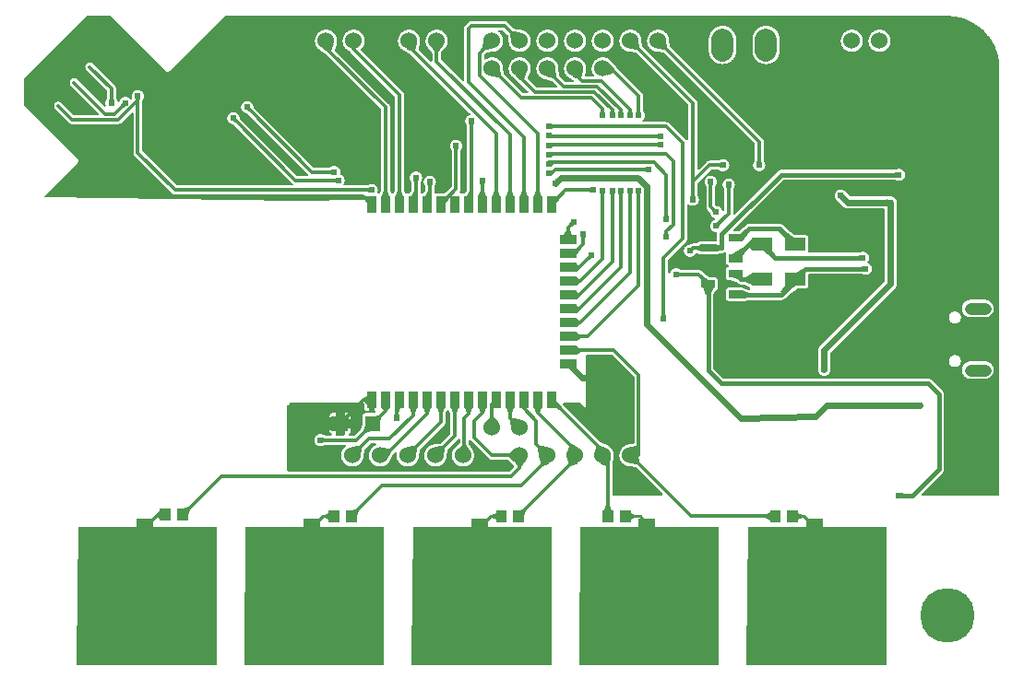
<source format=gbl>
G04 Layer: BottomLayer*
G04 EasyEDA v6.3.52, 2020-06-08T18:28:06+08:00*
G04 b620e5eaaf5e4283affdf04958e78c07,0271aa7b776e406f8d319a2d24a91b4c,10*
G04 Gerber Generator version 0.2*
G04 Scale: 100 percent, Rotated: No, Reflected: No *
G04 Dimensions in millimeters *
G04 leading zeros omitted , absolute positions ,3 integer and 3 decimal *
%FSLAX33Y33*%
%MOMM*%
G90*
G71D02*

%ADD10C,0.299999*%
%ADD11C,0.254000*%
%ADD12C,0.399999*%
%ADD13C,0.599999*%
%ADD17C,0.609600*%
%ADD32C,4.999990*%
%ADD33C,1.524000*%
%ADD34C,1.099998*%
%ADD35C,1.999996*%
%ADD38R,0.899998X1.499997*%
%ADD39R,1.499997X0.899998*%

%LPD*%
G36*
G01X32344Y43212D02*
G01X32329Y43213D01*
G01X32314Y43212D01*
G01X32299Y43208D01*
G01X32266Y43199D01*
G01X32233Y43192D01*
G01X32199Y43186D01*
G01X32165Y43183D01*
G01X32131Y43182D01*
G01X32093Y43183D01*
G01X32056Y43187D01*
G01X32019Y43193D01*
G01X31982Y43202D01*
G01X31956Y43206D01*
G01X31941Y43205D01*
G01X31927Y43202D01*
G01X31913Y43196D01*
G01X31901Y43190D01*
G01X31889Y43181D01*
G01X31879Y43171D01*
G01X31870Y43159D01*
G01X31863Y43146D01*
G01X31858Y43133D01*
G01X31855Y43119D01*
G01X31854Y43104D01*
G01X31854Y42926D01*
G01X31855Y42912D01*
G01X31858Y42898D01*
G01X31863Y42884D01*
G01X31870Y42871D01*
G01X31879Y42860D01*
G01X31889Y42850D01*
G01X31901Y42841D01*
G01X31913Y42834D01*
G01X31927Y42829D01*
G01X31941Y42826D01*
G01X31956Y42825D01*
G01X31957Y42825D01*
G01X32331Y42830D01*
G01X32345Y42831D01*
G01X32359Y42835D01*
G01X32373Y42840D01*
G01X32385Y42847D01*
G01X32397Y42855D01*
G01X32407Y42866D01*
G01X32415Y42877D01*
G01X32422Y42890D01*
G01X32427Y42903D01*
G01X32430Y42917D01*
G01X32431Y42932D01*
G01X32431Y43111D01*
G01X32430Y43126D01*
G01X32427Y43140D01*
G01X32422Y43153D01*
G01X32415Y43166D01*
G01X32406Y43178D01*
G01X32396Y43188D01*
G01X32384Y43197D01*
G01X32372Y43204D01*
G01X32358Y43209D01*
G01X32344Y43212D01*
G37*

%LPD*%
G36*
G01X31334Y24186D02*
G01X24680Y24186D01*
G01X24664Y24184D01*
G01X24648Y24181D01*
G01X24633Y24174D01*
G01X24620Y24166D01*
G01X24608Y24156D01*
G01X24413Y23961D01*
G01X24403Y23949D01*
G01X24395Y23936D01*
G01X24388Y23921D01*
G01X24385Y23905D01*
G01X24384Y23889D01*
G01X24384Y17963D01*
G01X24385Y17948D01*
G01X24388Y17934D01*
G01X24393Y17920D01*
G01X24400Y17908D01*
G01X24408Y17896D01*
G01X24419Y17886D01*
G01X24430Y17877D01*
G01X24443Y17870D01*
G01X24456Y17865D01*
G01X24471Y17862D01*
G01X24485Y17861D01*
G01X44747Y17861D01*
G01X44763Y17862D01*
G01X44778Y17866D01*
G01X44793Y17872D01*
G01X44807Y17880D01*
G01X44819Y17891D01*
G01X45182Y18254D01*
G01X45192Y18266D01*
G01X45201Y18280D01*
G01X45207Y18294D01*
G01X45210Y18310D01*
G01X45212Y18326D01*
G01X45210Y18343D01*
G01X45206Y18359D01*
G01X45199Y18375D01*
G01X45190Y18389D01*
G01X45003Y18626D01*
G01X44986Y18643D01*
G01X44621Y18931D01*
G01X44606Y18940D01*
G01X44591Y18947D01*
G01X44575Y18952D01*
G01X44558Y18953D01*
G01X43180Y18953D01*
G01X43150Y18954D01*
G01X43122Y18957D01*
G01X43093Y18962D01*
G01X43065Y18969D01*
G01X43037Y18979D01*
G01X43011Y18990D01*
G01X42985Y19003D01*
G01X42960Y19017D01*
G01X42936Y19034D01*
G01X42913Y19052D01*
G01X42892Y19072D01*
G01X41241Y20723D01*
G01X41224Y20741D01*
G01X41211Y20753D01*
G01X41197Y20763D01*
G01X41181Y20770D01*
G01X41165Y20774D01*
G01X41148Y20776D01*
G01X41133Y20775D01*
G01X41119Y20772D01*
G01X41105Y20767D01*
G01X41093Y20760D01*
G01X41081Y20751D01*
G01X41071Y20741D01*
G01X41062Y20729D01*
G01X41055Y20716D01*
G01X41050Y20703D01*
G01X41047Y20689D01*
G01X41046Y20674D01*
G01X41046Y20471D01*
G01X41048Y20452D01*
G01X41053Y20435D01*
G01X41061Y20418D01*
G01X41356Y19930D01*
G01X41359Y19926D01*
G01X41384Y19887D01*
G01X41407Y19847D01*
G01X41428Y19806D01*
G01X41447Y19764D01*
G01X41465Y19721D01*
G01X41480Y19678D01*
G01X41493Y19634D01*
G01X41505Y19589D01*
G01X41514Y19543D01*
G01X41522Y19498D01*
G01X41527Y19452D01*
G01X41530Y19406D01*
G01X41531Y19360D01*
G01X41530Y19314D01*
G01X41527Y19268D01*
G01X41522Y19223D01*
G01X41515Y19178D01*
G01X41506Y19133D01*
G01X41494Y19089D01*
G01X41481Y19045D01*
G01X41466Y19002D01*
G01X41449Y18959D01*
G01X41430Y18918D01*
G01X41409Y18877D01*
G01X41387Y18837D01*
G01X41363Y18798D01*
G01X41337Y18761D01*
G01X41309Y18724D01*
G01X41280Y18689D01*
G01X41249Y18656D01*
G01X41216Y18623D01*
G01X41183Y18592D01*
G01X41148Y18563D01*
G01X41111Y18535D01*
G01X41074Y18509D01*
G01X41035Y18485D01*
G01X40995Y18463D01*
G01X40954Y18442D01*
G01X40913Y18423D01*
G01X40870Y18406D01*
G01X40827Y18391D01*
G01X40783Y18378D01*
G01X40739Y18366D01*
G01X40694Y18357D01*
G01X40649Y18350D01*
G01X40604Y18345D01*
G01X40558Y18342D01*
G01X40513Y18341D01*
G01X40467Y18342D01*
G01X40421Y18345D01*
G01X40376Y18350D01*
G01X40331Y18357D01*
G01X40286Y18366D01*
G01X40242Y18378D01*
G01X40198Y18391D01*
G01X40155Y18406D01*
G01X40112Y18423D01*
G01X40071Y18442D01*
G01X40030Y18463D01*
G01X39990Y18485D01*
G01X39951Y18509D01*
G01X39914Y18535D01*
G01X39877Y18563D01*
G01X39842Y18592D01*
G01X39809Y18623D01*
G01X39776Y18656D01*
G01X39745Y18689D01*
G01X39716Y18724D01*
G01X39688Y18761D01*
G01X39662Y18798D01*
G01X39638Y18837D01*
G01X39616Y18877D01*
G01X39595Y18918D01*
G01X39576Y18959D01*
G01X39559Y19002D01*
G01X39544Y19045D01*
G01X39531Y19089D01*
G01X39519Y19133D01*
G01X39510Y19178D01*
G01X39503Y19223D01*
G01X39498Y19268D01*
G01X39495Y19314D01*
G01X39494Y19360D01*
G01X39495Y19407D01*
G01X39498Y19454D01*
G01X39504Y19501D01*
G01X39511Y19548D01*
G01X39521Y19594D01*
G01X39533Y19640D01*
G01X39547Y19685D01*
G01X39563Y19729D01*
G01X39582Y19773D01*
G01X39602Y19816D01*
G01X39624Y19857D01*
G01X39648Y19898D01*
G01X39674Y19938D01*
G01X39702Y19976D01*
G01X39731Y20013D01*
G01X39762Y20048D01*
G01X39795Y20083D01*
G01X39829Y20115D01*
G01X39833Y20118D01*
G01X40203Y20485D01*
G01X40213Y20497D01*
G01X40222Y20511D01*
G01X40228Y20525D01*
G01X40232Y20541D01*
G01X40233Y20557D01*
G01X40233Y20800D01*
G01X40232Y20814D01*
G01X40229Y20829D01*
G01X40224Y20842D01*
G01X40217Y20855D01*
G01X40208Y20867D01*
G01X40198Y20877D01*
G01X40186Y20885D01*
G01X40174Y20892D01*
G01X40160Y20897D01*
G01X40146Y20901D01*
G01X40131Y20902D01*
G01X40115Y20900D01*
G01X40099Y20896D01*
G01X40084Y20890D01*
G01X40070Y20881D01*
G01X40058Y20870D01*
G01X39082Y19894D01*
G01X39071Y19881D01*
G01X39062Y19866D01*
G01X39056Y19850D01*
G01X39052Y19834D01*
G01X38989Y19291D01*
G01X38988Y19286D01*
G01X38984Y19240D01*
G01X38978Y19194D01*
G01X38969Y19149D01*
G01X38958Y19104D01*
G01X38946Y19059D01*
G01X38931Y19015D01*
G01X38915Y18972D01*
G01X38896Y18930D01*
G01X38876Y18888D01*
G01X38853Y18848D01*
G01X38829Y18808D01*
G01X38803Y18770D01*
G01X38776Y18733D01*
G01X38746Y18697D01*
G01X38715Y18663D01*
G01X38683Y18630D01*
G01X38649Y18598D01*
G01X38614Y18568D01*
G01X38577Y18540D01*
G01X38540Y18513D01*
G01X38460Y18465D01*
G01X38419Y18444D01*
G01X38377Y18425D01*
G01X38334Y18407D01*
G01X38291Y18392D01*
G01X38247Y18379D01*
G01X38202Y18367D01*
G01X38156Y18358D01*
G01X38111Y18350D01*
G01X38065Y18345D01*
G01X38019Y18342D01*
G01X37973Y18341D01*
G01X37927Y18342D01*
G01X37881Y18345D01*
G01X37836Y18350D01*
G01X37791Y18357D01*
G01X37746Y18366D01*
G01X37702Y18378D01*
G01X37658Y18391D01*
G01X37615Y18406D01*
G01X37572Y18423D01*
G01X37531Y18442D01*
G01X37490Y18463D01*
G01X37450Y18485D01*
G01X37411Y18509D01*
G01X37374Y18535D01*
G01X37337Y18563D01*
G01X37302Y18592D01*
G01X37269Y18623D01*
G01X37236Y18656D01*
G01X37205Y18689D01*
G01X37176Y18724D01*
G01X37148Y18761D01*
G01X37122Y18798D01*
G01X37098Y18837D01*
G01X37076Y18877D01*
G01X37055Y18918D01*
G01X37036Y18959D01*
G01X37019Y19002D01*
G01X37004Y19045D01*
G01X36991Y19089D01*
G01X36979Y19133D01*
G01X36970Y19178D01*
G01X36963Y19223D01*
G01X36958Y19268D01*
G01X36955Y19314D01*
G01X36954Y19360D01*
G01X36955Y19406D01*
G01X36958Y19452D01*
G01X36963Y19498D01*
G01X36971Y19544D01*
G01X36980Y19589D01*
G01X36992Y19634D01*
G01X37005Y19678D01*
G01X37020Y19721D01*
G01X37038Y19764D01*
G01X37057Y19806D01*
G01X37078Y19847D01*
G01X37126Y19927D01*
G01X37153Y19964D01*
G01X37181Y20001D01*
G01X37211Y20036D01*
G01X37243Y20070D01*
G01X37276Y20102D01*
G01X37310Y20133D01*
G01X37346Y20163D01*
G01X37383Y20190D01*
G01X37421Y20216D01*
G01X37461Y20240D01*
G01X37501Y20263D01*
G01X37543Y20283D01*
G01X37585Y20302D01*
G01X37628Y20318D01*
G01X37672Y20333D01*
G01X37717Y20345D01*
G01X37762Y20356D01*
G01X37807Y20365D01*
G01X37853Y20371D01*
G01X37899Y20375D01*
G01X37904Y20376D01*
G01X38447Y20439D01*
G01X38463Y20443D01*
G01X38479Y20449D01*
G01X38494Y20458D01*
G01X38507Y20468D01*
G01X39327Y21289D01*
G01X39337Y21301D01*
G01X39346Y21315D01*
G01X39352Y21329D01*
G01X39355Y21345D01*
G01X39357Y21361D01*
G01X39357Y23171D01*
G01X39355Y23186D01*
G01X39352Y23201D01*
G01X39346Y23216D01*
G01X39236Y23435D01*
G01X39228Y23449D01*
G01X39218Y23461D01*
G01X39206Y23471D01*
G01X39193Y23480D01*
G01X39180Y23487D01*
G01X39163Y23495D01*
G01X39146Y23500D01*
G01X39128Y23501D01*
G01X39109Y23500D01*
G01X39092Y23495D01*
G01X39075Y23487D01*
G01X39062Y23480D01*
G01X39049Y23471D01*
G01X39037Y23461D01*
G01X39027Y23449D01*
G01X39019Y23435D01*
G01X38910Y23219D01*
G01X38905Y23204D01*
G01X38901Y23189D01*
G01X38900Y23173D01*
G01X38900Y22420D01*
G01X38899Y22391D01*
G01X38896Y22362D01*
G01X38890Y22334D01*
G01X38883Y22306D01*
G01X38874Y22278D01*
G01X38863Y22251D01*
G01X38850Y22225D01*
G01X38835Y22200D01*
G01X38819Y22177D01*
G01X38800Y22154D01*
G01X38781Y22133D01*
G01X36542Y19894D01*
G01X36531Y19881D01*
G01X36522Y19866D01*
G01X36516Y19850D01*
G01X36512Y19834D01*
G01X36449Y19291D01*
G01X36448Y19286D01*
G01X36444Y19240D01*
G01X36438Y19194D01*
G01X36429Y19149D01*
G01X36418Y19104D01*
G01X36406Y19059D01*
G01X36391Y19015D01*
G01X36375Y18972D01*
G01X36356Y18930D01*
G01X36336Y18888D01*
G01X36313Y18848D01*
G01X36289Y18808D01*
G01X36263Y18770D01*
G01X36236Y18733D01*
G01X36206Y18697D01*
G01X36175Y18663D01*
G01X36143Y18630D01*
G01X36109Y18598D01*
G01X36074Y18568D01*
G01X36037Y18540D01*
G01X36000Y18513D01*
G01X35920Y18465D01*
G01X35879Y18444D01*
G01X35837Y18425D01*
G01X35794Y18407D01*
G01X35751Y18392D01*
G01X35707Y18379D01*
G01X35662Y18367D01*
G01X35616Y18358D01*
G01X35571Y18350D01*
G01X35525Y18345D01*
G01X35479Y18342D01*
G01X35433Y18341D01*
G01X35387Y18342D01*
G01X35341Y18345D01*
G01X35296Y18350D01*
G01X35251Y18357D01*
G01X35206Y18366D01*
G01X35162Y18378D01*
G01X35118Y18391D01*
G01X35075Y18406D01*
G01X35032Y18423D01*
G01X34991Y18442D01*
G01X34950Y18463D01*
G01X34910Y18485D01*
G01X34871Y18509D01*
G01X34834Y18535D01*
G01X34797Y18563D01*
G01X34762Y18592D01*
G01X34729Y18623D01*
G01X34696Y18656D01*
G01X34665Y18689D01*
G01X34636Y18724D01*
G01X34608Y18761D01*
G01X34582Y18798D01*
G01X34558Y18837D01*
G01X34536Y18877D01*
G01X34515Y18918D01*
G01X34496Y18959D01*
G01X34479Y19002D01*
G01X34464Y19045D01*
G01X34451Y19089D01*
G01X34439Y19133D01*
G01X34430Y19178D01*
G01X34423Y19223D01*
G01X34418Y19268D01*
G01X34415Y19314D01*
G01X34414Y19360D01*
G01X34415Y19408D01*
G01X34419Y19457D01*
G01X34425Y19506D01*
G01X34433Y19554D01*
G01X34435Y19573D01*
G01X34434Y19588D01*
G01X34430Y19602D01*
G01X34425Y19616D01*
G01X34418Y19628D01*
G01X34410Y19640D01*
G01X34400Y19650D01*
G01X34388Y19659D01*
G01X34375Y19666D01*
G01X34362Y19671D01*
G01X34347Y19674D01*
G01X34333Y19675D01*
G01X34317Y19674D01*
G01X34302Y19670D01*
G01X34287Y19664D01*
G01X34273Y19656D01*
G01X34261Y19645D01*
G01X34122Y19506D01*
G01X34112Y19494D01*
G01X34104Y19481D01*
G01X33822Y18942D01*
G01X33819Y18937D01*
G01X33799Y18895D01*
G01X33777Y18854D01*
G01X33753Y18814D01*
G01X33727Y18776D01*
G01X33699Y18738D01*
G01X33670Y18702D01*
G01X33639Y18667D01*
G01X33607Y18633D01*
G01X33573Y18602D01*
G01X33538Y18571D01*
G01X33501Y18543D01*
G01X33463Y18516D01*
G01X33424Y18490D01*
G01X33383Y18467D01*
G01X33342Y18446D01*
G01X33300Y18426D01*
G01X33257Y18408D01*
G01X33213Y18393D01*
G01X33168Y18379D01*
G01X33123Y18367D01*
G01X33078Y18358D01*
G01X33032Y18351D01*
G01X32986Y18345D01*
G01X32939Y18342D01*
G01X32893Y18341D01*
G01X32847Y18342D01*
G01X32801Y18345D01*
G01X32756Y18350D01*
G01X32711Y18357D01*
G01X32666Y18366D01*
G01X32622Y18378D01*
G01X32578Y18391D01*
G01X32535Y18406D01*
G01X32492Y18423D01*
G01X32451Y18442D01*
G01X32410Y18463D01*
G01X32370Y18485D01*
G01X32331Y18509D01*
G01X32294Y18535D01*
G01X32257Y18563D01*
G01X32222Y18592D01*
G01X32189Y18623D01*
G01X32156Y18656D01*
G01X32125Y18689D01*
G01X32096Y18724D01*
G01X32068Y18761D01*
G01X32042Y18798D01*
G01X32018Y18837D01*
G01X31996Y18877D01*
G01X31975Y18918D01*
G01X31956Y18959D01*
G01X31939Y19002D01*
G01X31924Y19045D01*
G01X31911Y19089D01*
G01X31899Y19133D01*
G01X31890Y19178D01*
G01X31883Y19223D01*
G01X31878Y19268D01*
G01X31875Y19314D01*
G01X31874Y19360D01*
G01X31875Y19406D01*
G01X31878Y19452D01*
G01X31883Y19498D01*
G01X31891Y19544D01*
G01X31900Y19589D01*
G01X31912Y19634D01*
G01X31925Y19678D01*
G01X31941Y19722D01*
G01X31958Y19764D01*
G01X31977Y19807D01*
G01X31999Y19848D01*
G01X32022Y19888D01*
G01X32047Y19927D01*
G01X32073Y19965D01*
G01X32101Y20001D01*
G01X32131Y20036D01*
G01X32163Y20070D01*
G01X32196Y20103D01*
G01X32230Y20134D01*
G01X32266Y20163D01*
G01X32303Y20190D01*
G01X32342Y20216D01*
G01X32381Y20240D01*
G01X32422Y20263D01*
G01X32463Y20283D01*
G01X32476Y20290D01*
G01X32487Y20299D01*
G01X32498Y20309D01*
G01X32506Y20321D01*
G01X32513Y20333D01*
G01X32518Y20347D01*
G01X32521Y20361D01*
G01X32522Y20375D01*
G01X32521Y20390D01*
G01X32518Y20404D01*
G01X32513Y20418D01*
G01X32506Y20430D01*
G01X32497Y20442D01*
G01X32487Y20452D01*
G01X32475Y20461D01*
G01X32463Y20468D01*
G01X32449Y20473D01*
G01X32435Y20476D01*
G01X32421Y20477D01*
G01X32087Y20477D01*
G01X32071Y20476D01*
G01X32056Y20472D01*
G01X32041Y20466D01*
G01X32027Y20458D01*
G01X32015Y20447D01*
G01X31462Y19894D01*
G01X31451Y19881D01*
G01X31442Y19866D01*
G01X31436Y19850D01*
G01X31432Y19834D01*
G01X31369Y19291D01*
G01X31368Y19286D01*
G01X31364Y19240D01*
G01X31358Y19194D01*
G01X31349Y19149D01*
G01X31338Y19104D01*
G01X31326Y19059D01*
G01X31311Y19015D01*
G01X31295Y18972D01*
G01X31276Y18930D01*
G01X31256Y18888D01*
G01X31233Y18848D01*
G01X31209Y18808D01*
G01X31183Y18770D01*
G01X31156Y18733D01*
G01X31126Y18697D01*
G01X31095Y18663D01*
G01X31063Y18630D01*
G01X31029Y18598D01*
G01X30994Y18568D01*
G01X30957Y18540D01*
G01X30920Y18513D01*
G01X30881Y18489D01*
G01X30840Y18465D01*
G01X30799Y18444D01*
G01X30757Y18425D01*
G01X30714Y18407D01*
G01X30671Y18392D01*
G01X30627Y18379D01*
G01X30582Y18367D01*
G01X30536Y18358D01*
G01X30491Y18350D01*
G01X30445Y18345D01*
G01X30399Y18342D01*
G01X30353Y18341D01*
G01X30307Y18342D01*
G01X30261Y18345D01*
G01X30216Y18350D01*
G01X30171Y18357D01*
G01X30126Y18366D01*
G01X30082Y18378D01*
G01X30038Y18391D01*
G01X29995Y18406D01*
G01X29952Y18423D01*
G01X29911Y18442D01*
G01X29870Y18463D01*
G01X29830Y18485D01*
G01X29791Y18509D01*
G01X29754Y18535D01*
G01X29717Y18563D01*
G01X29682Y18592D01*
G01X29649Y18623D01*
G01X29616Y18656D01*
G01X29585Y18689D01*
G01X29556Y18724D01*
G01X29528Y18761D01*
G01X29502Y18798D01*
G01X29478Y18837D01*
G01X29456Y18877D01*
G01X29435Y18918D01*
G01X29416Y18959D01*
G01X29399Y19002D01*
G01X29384Y19045D01*
G01X29371Y19089D01*
G01X29359Y19133D01*
G01X29350Y19178D01*
G01X29343Y19223D01*
G01X29338Y19268D01*
G01X29335Y19314D01*
G01X29334Y19360D01*
G01X29335Y19406D01*
G01X29338Y19453D01*
G01X29344Y19499D01*
G01X29351Y19545D01*
G01X29361Y19591D01*
G01X29372Y19636D01*
G01X29386Y19681D01*
G01X29402Y19725D01*
G01X29419Y19768D01*
G01X29439Y19810D01*
G01X29461Y19852D01*
G01X29484Y19892D01*
G01X29509Y19931D01*
G01X29536Y19969D01*
G01X29565Y20006D01*
G01X29596Y20041D01*
G01X29628Y20075D01*
G01X29661Y20108D01*
G01X29696Y20138D01*
G01X29733Y20168D01*
G01X29744Y20178D01*
G01X29754Y20190D01*
G01X29762Y20203D01*
G01X29768Y20218D01*
G01X29771Y20233D01*
G01X29772Y20248D01*
G01X29771Y20263D01*
G01X29768Y20277D01*
G01X29763Y20291D01*
G01X29756Y20303D01*
G01X29748Y20315D01*
G01X29737Y20325D01*
G01X29726Y20334D01*
G01X29713Y20341D01*
G01X29699Y20346D01*
G01X29685Y20349D01*
G01X29671Y20350D01*
G01X27910Y20350D01*
G01X27893Y20348D01*
G01X27875Y20344D01*
G01X27772Y20306D01*
G01X27750Y20294D01*
G01X27721Y20276D01*
G01X27692Y20259D01*
G01X27661Y20244D01*
G01X27630Y20231D01*
G01X27598Y20220D01*
G01X27566Y20211D01*
G01X27532Y20204D01*
G01X27499Y20199D01*
G01X27465Y20196D01*
G01X27432Y20195D01*
G01X27398Y20196D01*
G01X27364Y20199D01*
G01X27330Y20204D01*
G01X27297Y20211D01*
G01X27264Y20221D01*
G01X27232Y20232D01*
G01X27201Y20245D01*
G01X27171Y20259D01*
G01X27141Y20276D01*
G01X27113Y20295D01*
G01X27085Y20315D01*
G01X27059Y20336D01*
G01X27011Y20384D01*
G01X26990Y20410D01*
G01X26970Y20438D01*
G01X26951Y20466D01*
G01X26934Y20496D01*
G01X26920Y20526D01*
G01X26907Y20557D01*
G01X26896Y20590D01*
G01X26886Y20622D01*
G01X26879Y20655D01*
G01X26874Y20689D01*
G01X26871Y20723D01*
G01X26870Y20757D01*
G01X26871Y20790D01*
G01X26874Y20824D01*
G01X26879Y20858D01*
G01X26886Y20891D01*
G01X26896Y20924D01*
G01X26907Y20956D01*
G01X26920Y20987D01*
G01X26934Y21017D01*
G01X26951Y21047D01*
G01X26970Y21075D01*
G01X26990Y21103D01*
G01X27011Y21129D01*
G01X27059Y21177D01*
G01X27085Y21198D01*
G01X27113Y21218D01*
G01X27141Y21237D01*
G01X27171Y21254D01*
G01X27201Y21268D01*
G01X27232Y21281D01*
G01X27264Y21292D01*
G01X27297Y21302D01*
G01X27330Y21309D01*
G01X27364Y21314D01*
G01X27398Y21317D01*
G01X27432Y21318D01*
G01X27465Y21317D01*
G01X27499Y21314D01*
G01X27532Y21309D01*
G01X27566Y21302D01*
G01X27598Y21293D01*
G01X27630Y21282D01*
G01X27661Y21269D01*
G01X27692Y21254D01*
G01X27721Y21237D01*
G01X27750Y21219D01*
G01X27772Y21207D01*
G01X27875Y21169D01*
G01X27893Y21165D01*
G01X27910Y21163D01*
G01X28365Y21163D01*
G01X28379Y21164D01*
G01X28393Y21167D01*
G01X28407Y21172D01*
G01X28420Y21179D01*
G01X28431Y21188D01*
G01X28441Y21198D01*
G01X28450Y21210D01*
G01X28457Y21222D01*
G01X28462Y21236D01*
G01X28465Y21250D01*
G01X28466Y21265D01*
G01X28465Y21280D01*
G01X28461Y21295D01*
G01X28455Y21310D01*
G01X28447Y21323D01*
G01X28437Y21335D01*
G01X28426Y21346D01*
G01X28412Y21354D01*
G01X28393Y21366D01*
G01X28374Y21380D01*
G01X28356Y21395D01*
G01X28341Y21411D01*
G01X28326Y21429D01*
G01X28313Y21449D01*
G01X28302Y21469D01*
G01X28293Y21490D01*
G01X28286Y21512D01*
G01X28281Y21535D01*
G01X28278Y21557D01*
G01X28277Y21581D01*
G01X28277Y21867D01*
G01X28820Y21867D01*
G01X28820Y21265D01*
G01X28821Y21250D01*
G01X28824Y21236D01*
G01X28829Y21222D01*
G01X28836Y21210D01*
G01X28845Y21198D01*
G01X28855Y21188D01*
G01X28867Y21179D01*
G01X28879Y21172D01*
G01X28893Y21167D01*
G01X28907Y21164D01*
G01X28921Y21163D01*
G01X29545Y21163D01*
G01X29560Y21164D01*
G01X29574Y21167D01*
G01X29587Y21172D01*
G01X29600Y21179D01*
G01X29612Y21188D01*
G01X29622Y21198D01*
G01X29631Y21210D01*
G01X29638Y21222D01*
G01X29643Y21236D01*
G01X29646Y21250D01*
G01X29647Y21265D01*
G01X29647Y21867D01*
G01X30190Y21867D01*
G01X30190Y21581D01*
G01X30189Y21557D01*
G01X30186Y21535D01*
G01X30181Y21512D01*
G01X30173Y21490D01*
G01X30164Y21469D01*
G01X30153Y21449D01*
G01X30141Y21429D01*
G01X30126Y21411D01*
G01X30110Y21395D01*
G01X30093Y21380D01*
G01X30074Y21366D01*
G01X30054Y21354D01*
G01X30041Y21346D01*
G01X30029Y21335D01*
G01X30019Y21323D01*
G01X30011Y21310D01*
G01X30005Y21295D01*
G01X30002Y21280D01*
G01X30001Y21265D01*
G01X30002Y21250D01*
G01X30005Y21236D01*
G01X30010Y21222D01*
G01X30017Y21210D01*
G01X30025Y21198D01*
G01X30036Y21188D01*
G01X30047Y21179D01*
G01X30060Y21172D01*
G01X30074Y21167D01*
G01X30088Y21164D01*
G01X30102Y21163D01*
G01X30500Y21163D01*
G01X30516Y21164D01*
G01X30532Y21168D01*
G01X30546Y21174D01*
G01X30560Y21182D01*
G01X30572Y21193D01*
G01X31132Y21753D01*
G01X31143Y21765D01*
G01X31151Y21779D01*
G01X31157Y21793D01*
G01X31272Y22137D01*
G01X31276Y22153D01*
G01X31277Y22169D01*
G01X31277Y22981D01*
G01X31278Y23004D01*
G01X31281Y23028D01*
G01X31287Y23051D01*
G01X31294Y23073D01*
G01X31304Y23095D01*
G01X31315Y23116D01*
G01X31329Y23135D01*
G01X31344Y23153D01*
G01X31361Y23170D01*
G01X31379Y23185D01*
G01X31398Y23199D01*
G01X31419Y23210D01*
G01X31441Y23220D01*
G01X31463Y23227D01*
G01X31486Y23233D01*
G01X31510Y23236D01*
G01X31533Y23237D01*
G01X32345Y23237D01*
G01X32361Y23238D01*
G01X32377Y23242D01*
G01X32406Y23252D01*
G01X32421Y23258D01*
G01X32435Y23267D01*
G01X32447Y23277D01*
G01X32457Y23289D01*
G01X32465Y23303D01*
G01X32471Y23317D01*
G01X32475Y23333D01*
G01X32476Y23348D01*
G01X32475Y23365D01*
G01X32471Y23381D01*
G01X32464Y23396D01*
G01X32455Y23410D01*
G01X32444Y23422D01*
G01X32431Y23433D01*
G01X32431Y24084D01*
G01X32430Y24098D01*
G01X32427Y24113D01*
G01X32422Y24126D01*
G01X32415Y24139D01*
G01X32406Y24150D01*
G01X32396Y24161D01*
G01X32384Y24169D01*
G01X32372Y24176D01*
G01X32358Y24181D01*
G01X32344Y24184D01*
G01X32329Y24186D01*
G01X31956Y24186D01*
G01X31941Y24184D01*
G01X31927Y24181D01*
G01X31913Y24176D01*
G01X31901Y24169D01*
G01X31889Y24161D01*
G01X31879Y24150D01*
G01X31870Y24139D01*
G01X31863Y24126D01*
G01X31858Y24113D01*
G01X31855Y24098D01*
G01X31854Y24084D01*
G01X31854Y23450D01*
G01X31693Y23450D01*
G01X31669Y23451D01*
G01X31645Y23454D01*
G01X31622Y23460D01*
G01X31600Y23467D01*
G01X31578Y23477D01*
G01X31557Y23488D01*
G01X31538Y23502D01*
G01X31520Y23517D01*
G01X31503Y23534D01*
G01X31488Y23552D01*
G01X31474Y23571D01*
G01X31463Y23592D01*
G01X31453Y23614D01*
G01X31446Y23636D01*
G01X31440Y23659D01*
G01X31437Y23683D01*
G01X31436Y23707D01*
G01X31436Y24084D01*
G01X31435Y24098D01*
G01X31432Y24113D01*
G01X31427Y24126D01*
G01X31420Y24139D01*
G01X31411Y24150D01*
G01X31401Y24161D01*
G01X31389Y24169D01*
G01X31377Y24176D01*
G01X31363Y24181D01*
G01X31349Y24184D01*
G01X31334Y24186D01*
G37*

%LPC*%
G36*
G01X28820Y23237D02*
G01X28533Y23237D01*
G01X28510Y23236D01*
G01X28486Y23233D01*
G01X28463Y23227D01*
G01X28441Y23220D01*
G01X28419Y23210D01*
G01X28398Y23199D01*
G01X28379Y23185D01*
G01X28361Y23170D01*
G01X28344Y23153D01*
G01X28329Y23135D01*
G01X28315Y23116D01*
G01X28304Y23095D01*
G01X28294Y23073D01*
G01X28287Y23051D01*
G01X28281Y23028D01*
G01X28278Y23004D01*
G01X28277Y22981D01*
G01X28277Y22694D01*
G01X28820Y22694D01*
G01X28820Y23237D01*
G37*
G36*
G01X29933Y23237D02*
G01X29647Y23237D01*
G01X29647Y22694D01*
G01X30190Y22694D01*
G01X30190Y22981D01*
G01X30189Y23004D01*
G01X30186Y23028D01*
G01X30180Y23051D01*
G01X30173Y23073D01*
G01X30163Y23095D01*
G01X30151Y23116D01*
G01X30138Y23135D01*
G01X30123Y23153D01*
G01X30106Y23170D01*
G01X30088Y23185D01*
G01X30068Y23199D01*
G01X30048Y23210D01*
G01X30026Y23220D01*
G01X30004Y23227D01*
G01X29981Y23233D01*
G01X29957Y23236D01*
G01X29933Y23237D01*
G37*

%LPD*%
G36*
G01X8126Y59743D02*
G01X5990Y59743D01*
G01X5974Y59742D01*
G01X5958Y59738D01*
G01X5944Y59732D01*
G01X5930Y59724D01*
G01X5918Y59713D01*
G01X286Y54081D01*
G01X275Y54069D01*
G01X267Y54055D01*
G01X261Y54041D01*
G01X257Y54025D01*
G01X256Y54009D01*
G01X256Y51514D01*
G01X257Y51499D01*
G01X261Y51483D01*
G01X267Y51468D01*
G01X275Y51455D01*
G01X286Y51443D01*
G01X5136Y46595D01*
G01X5153Y46576D01*
G01X5168Y46556D01*
G01X5181Y46534D01*
G01X5192Y46511D01*
G01X5201Y46488D01*
G01X5207Y46463D01*
G01X5210Y46438D01*
G01X5212Y46413D01*
G01X5210Y46388D01*
G01X5207Y46363D01*
G01X5201Y46339D01*
G01X5192Y46315D01*
G01X5181Y46292D01*
G01X5168Y46271D01*
G01X5153Y46250D01*
G01X5136Y46232D01*
G01X5136Y46231D01*
G01X5134Y46229D01*
G01X2133Y43229D01*
G01X2123Y43217D01*
G01X2115Y43203D01*
G01X2109Y43188D01*
G01X2105Y43173D01*
G01X2104Y43157D01*
G01X2105Y43143D01*
G01X2108Y43128D01*
G01X2113Y43115D01*
G01X2120Y43102D01*
G01X2128Y43091D01*
G01X2138Y43081D01*
G01X2150Y43072D01*
G01X2162Y43065D01*
G01X2176Y43060D01*
G01X2190Y43056D01*
G01X2204Y43055D01*
G01X25144Y42728D01*
G01X25147Y42728D01*
G01X31336Y42816D01*
G01X31350Y42817D01*
G01X31364Y42820D01*
G01X31378Y42826D01*
G01X31390Y42833D01*
G01X31401Y42841D01*
G01X31412Y42851D01*
G01X31420Y42863D01*
G01X31427Y42876D01*
G01X31432Y42889D01*
G01X31435Y42903D01*
G01X31436Y42918D01*
G01X31436Y43207D01*
G01X31437Y43227D01*
G01X31437Y43235D01*
G01X31436Y43250D01*
G01X31433Y43264D01*
G01X31428Y43278D01*
G01X31421Y43290D01*
G01X31412Y43302D01*
G01X31402Y43312D01*
G01X31390Y43321D01*
G01X31378Y43328D01*
G01X31364Y43333D01*
G01X31350Y43336D01*
G01X31336Y43337D01*
G01X14097Y43337D01*
G01X14067Y43338D01*
G01X14039Y43341D01*
G01X14010Y43346D01*
G01X13982Y43353D01*
G01X13954Y43363D01*
G01X13928Y43374D01*
G01X13902Y43387D01*
G01X13877Y43401D01*
G01X13853Y43418D01*
G01X13830Y43436D01*
G01X13809Y43456D01*
G01X10380Y46885D01*
G01X10360Y46906D01*
G01X10342Y46929D01*
G01X10325Y46953D01*
G01X10311Y46978D01*
G01X10298Y47004D01*
G01X10287Y47030D01*
G01X10277Y47058D01*
G01X10270Y47086D01*
G01X10265Y47115D01*
G01X10262Y47144D01*
G01X10261Y47173D01*
G01X10261Y50772D01*
G01X10260Y50786D01*
G01X10257Y50800D01*
G01X10252Y50814D01*
G01X10245Y50827D01*
G01X10236Y50838D01*
G01X10226Y50849D01*
G01X10214Y50857D01*
G01X10202Y50864D01*
G01X10188Y50869D01*
G01X10174Y50872D01*
G01X10159Y50873D01*
G01X10143Y50872D01*
G01X10128Y50868D01*
G01X10113Y50862D01*
G01X10100Y50854D01*
G01X10088Y50844D01*
G01X9177Y49933D01*
G01X9156Y49913D01*
G01X9133Y49895D01*
G01X9109Y49878D01*
G01X9084Y49864D01*
G01X9058Y49851D01*
G01X9032Y49840D01*
G01X9004Y49830D01*
G01X8976Y49823D01*
G01X8947Y49818D01*
G01X8919Y49815D01*
G01X8890Y49814D01*
G01X4622Y49814D01*
G01X4593Y49815D01*
G01X4564Y49818D01*
G01X4536Y49823D01*
G01X4508Y49830D01*
G01X4480Y49840D01*
G01X4453Y49851D01*
G01X4427Y49864D01*
G01X4403Y49878D01*
G01X4379Y49895D01*
G01X4356Y49913D01*
G01X4335Y49933D01*
G01X3093Y51175D01*
G01X3073Y51196D01*
G01X3055Y51219D01*
G01X3038Y51243D01*
G01X3023Y51268D01*
G01X3010Y51294D01*
G01X2999Y51321D01*
G01X2990Y51348D01*
G01X2983Y51376D01*
G01X2978Y51405D01*
G01X2975Y51434D01*
G01X2974Y51463D01*
G01X2975Y51492D01*
G01X2978Y51520D01*
G01X2983Y51549D01*
G01X2990Y51577D01*
G01X2999Y51605D01*
G01X3010Y51631D01*
G01X3023Y51657D01*
G01X3038Y51682D01*
G01X3055Y51706D01*
G01X3073Y51729D01*
G01X3093Y51750D01*
G01X3114Y51770D01*
G01X3137Y51788D01*
G01X3160Y51805D01*
G01X3185Y51819D01*
G01X3211Y51832D01*
G01X3238Y51843D01*
G01X3266Y51853D01*
G01X3294Y51860D01*
G01X3322Y51865D01*
G01X3351Y51868D01*
G01X3380Y51869D01*
G01X3409Y51868D01*
G01X3438Y51865D01*
G01X3467Y51860D01*
G01X3495Y51853D01*
G01X3522Y51843D01*
G01X3549Y51832D01*
G01X3575Y51819D01*
G01X3600Y51805D01*
G01X3624Y51788D01*
G01X3646Y51770D01*
G01X3668Y51750D01*
G01X4761Y50657D01*
G01X4773Y50646D01*
G01X4787Y50638D01*
G01X4801Y50632D01*
G01X4817Y50628D01*
G01X4833Y50627D01*
G01X6987Y50627D01*
G01X7002Y50628D01*
G01X7016Y50631D01*
G01X7030Y50636D01*
G01X7042Y50643D01*
G01X7054Y50652D01*
G01X7064Y50662D01*
G01X7073Y50674D01*
G01X7080Y50686D01*
G01X7085Y50700D01*
G01X7088Y50714D01*
G01X7089Y50729D01*
G01X7088Y50745D01*
G01X7084Y50760D01*
G01X7078Y50775D01*
G01X7070Y50788D01*
G01X7059Y50800D01*
G01X4530Y53332D01*
G01X4511Y53353D01*
G01X4492Y53376D01*
G01X4476Y53399D01*
G01X4461Y53424D01*
G01X4448Y53450D01*
G01X4437Y53477D01*
G01X4428Y53505D01*
G01X4421Y53533D01*
G01X4415Y53561D01*
G01X4412Y53590D01*
G01X4411Y53619D01*
G01X4412Y53648D01*
G01X4415Y53677D01*
G01X4421Y53705D01*
G01X4428Y53734D01*
G01X4437Y53761D01*
G01X4448Y53788D01*
G01X4461Y53814D01*
G01X4476Y53839D01*
G01X4492Y53863D01*
G01X4530Y53907D01*
G01X4552Y53926D01*
G01X4574Y53944D01*
G01X4598Y53961D01*
G01X4623Y53976D01*
G01X4649Y53989D01*
G01X4676Y54000D01*
G01X4703Y54009D01*
G01X4731Y54016D01*
G01X4760Y54021D01*
G01X4789Y54025D01*
G01X4818Y54026D01*
G01X4847Y54025D01*
G01X4876Y54021D01*
G01X4904Y54016D01*
G01X4932Y54009D01*
G01X4960Y54000D01*
G01X4987Y53989D01*
G01X5013Y53976D01*
G01X5038Y53961D01*
G01X5062Y53944D01*
G01X5084Y53926D01*
G01X5105Y53906D01*
G01X7557Y51452D01*
G01X7570Y51442D01*
G01X7583Y51434D01*
G01X7598Y51427D01*
G01X7613Y51424D01*
G01X7629Y51422D01*
G01X7644Y51424D01*
G01X7658Y51427D01*
G01X7671Y51432D01*
G01X7684Y51439D01*
G01X7696Y51447D01*
G01X7706Y51458D01*
G01X7715Y51469D01*
G01X7722Y51482D01*
G01X7727Y51495D01*
G01X7730Y51510D01*
G01X7731Y51524D01*
G01X7729Y51541D01*
G01X7725Y51558D01*
G01X7714Y51594D01*
G01X7705Y51631D01*
G01X7698Y51669D01*
G01X7694Y51706D01*
G01X7693Y51745D01*
G01X7694Y51778D01*
G01X7697Y51812D01*
G01X7702Y51845D01*
G01X7709Y51879D01*
G01X7718Y51911D01*
G01X7729Y51943D01*
G01X7742Y51974D01*
G01X7757Y52005D01*
G01X7774Y52034D01*
G01X7792Y52063D01*
G01X7804Y52085D01*
G01X7842Y52188D01*
G01X7846Y52206D01*
G01X7848Y52223D01*
G01X7848Y52844D01*
G01X7847Y52860D01*
G01X7843Y52876D01*
G01X7837Y52890D01*
G01X7829Y52904D01*
G01X7818Y52916D01*
G01X5966Y54768D01*
G01X5946Y54789D01*
G01X5928Y54812D01*
G01X5912Y54836D01*
G01X5897Y54861D01*
G01X5884Y54887D01*
G01X5873Y54914D01*
G01X5863Y54941D01*
G01X5856Y54969D01*
G01X5851Y54998D01*
G01X5848Y55027D01*
G01X5847Y55056D01*
G01X5848Y55085D01*
G01X5851Y55114D01*
G01X5856Y55142D01*
G01X5863Y55170D01*
G01X5873Y55198D01*
G01X5884Y55225D01*
G01X5897Y55251D01*
G01X5912Y55275D01*
G01X5928Y55299D01*
G01X5946Y55322D01*
G01X5966Y55343D01*
G01X5987Y55363D01*
G01X6010Y55381D01*
G01X6034Y55398D01*
G01X6059Y55412D01*
G01X6085Y55425D01*
G01X6111Y55437D01*
G01X6139Y55446D01*
G01X6167Y55453D01*
G01X6196Y55458D01*
G01X6225Y55461D01*
G01X6254Y55462D01*
G01X6283Y55461D01*
G01X6311Y55458D01*
G01X6340Y55453D01*
G01X6368Y55446D01*
G01X6396Y55437D01*
G01X6422Y55425D01*
G01X6448Y55412D01*
G01X6473Y55398D01*
G01X6497Y55381D01*
G01X6520Y55363D01*
G01X6541Y55343D01*
G01X8542Y53342D01*
G01X8562Y53321D01*
G01X8580Y53298D01*
G01X8597Y53274D01*
G01X8611Y53250D01*
G01X8624Y53224D01*
G01X8635Y53197D01*
G01X8645Y53169D01*
G01X8652Y53141D01*
G01X8657Y53113D01*
G01X8660Y53084D01*
G01X8661Y53055D01*
G01X8661Y52223D01*
G01X8663Y52206D01*
G01X8667Y52188D01*
G01X8705Y52085D01*
G01X8717Y52063D01*
G01X8736Y52033D01*
G01X8753Y52003D01*
G01X8768Y51971D01*
G01X8781Y51939D01*
G01X8792Y51906D01*
G01X8797Y51892D01*
G01X8804Y51880D01*
G01X8813Y51868D01*
G01X8823Y51858D01*
G01X8835Y51849D01*
G01X8847Y51842D01*
G01X8861Y51837D01*
G01X8875Y51834D01*
G01X8890Y51833D01*
G01X8904Y51834D01*
G01X8918Y51837D01*
G01X8932Y51842D01*
G01X8944Y51849D01*
G01X8956Y51858D01*
G01X8966Y51868D01*
G01X8975Y51880D01*
G01X8982Y51892D01*
G01X8987Y51906D01*
G01X8998Y51938D01*
G01X9010Y51970D01*
G01X9025Y52001D01*
G01X9042Y52031D01*
G01X9060Y52060D01*
G01X9080Y52087D01*
G01X9102Y52114D01*
G01X9125Y52139D01*
G01X9150Y52162D01*
G01X9176Y52184D01*
G01X9203Y52205D01*
G01X9232Y52224D01*
G01X9292Y52256D01*
G01X9324Y52269D01*
G01X9356Y52280D01*
G01X9389Y52289D01*
G01X9422Y52296D01*
G01X9456Y52302D01*
G01X9490Y52305D01*
G01X9525Y52306D01*
G01X9560Y52305D01*
G01X9596Y52301D01*
G01X9632Y52296D01*
G01X9667Y52288D01*
G01X9701Y52277D01*
G01X9735Y52265D01*
G01X9768Y52250D01*
G01X9800Y52234D01*
G01X9831Y52215D01*
G01X9860Y52194D01*
G01X9888Y52172D01*
G01X9915Y52148D01*
G01X9940Y52122D01*
G01X9963Y52095D01*
G01X9974Y52084D01*
G01X9985Y52074D01*
G01X9999Y52067D01*
G01X10013Y52061D01*
G01X10027Y52058D01*
G01X10043Y52056D01*
G01X10057Y52057D01*
G01X10071Y52061D01*
G01X10085Y52066D01*
G01X10098Y52073D01*
G01X10109Y52081D01*
G01X10119Y52092D01*
G01X10128Y52103D01*
G01X10135Y52116D01*
G01X10140Y52129D01*
G01X10143Y52144D01*
G01X10144Y52158D01*
G01X10143Y52175D01*
G01X10138Y52192D01*
G01X10127Y52228D01*
G01X10118Y52266D01*
G01X10111Y52303D01*
G01X10107Y52341D01*
G01X10106Y52380D01*
G01X10107Y52413D01*
G01X10110Y52447D01*
G01X10115Y52481D01*
G01X10122Y52514D01*
G01X10132Y52547D01*
G01X10143Y52579D01*
G01X10156Y52610D01*
G01X10170Y52640D01*
G01X10187Y52670D01*
G01X10206Y52698D01*
G01X10226Y52726D01*
G01X10247Y52752D01*
G01X10295Y52800D01*
G01X10321Y52821D01*
G01X10349Y52841D01*
G01X10377Y52860D01*
G01X10407Y52877D01*
G01X10437Y52891D01*
G01X10468Y52904D01*
G01X10500Y52915D01*
G01X10533Y52925D01*
G01X10566Y52932D01*
G01X10600Y52937D01*
G01X10634Y52940D01*
G01X10668Y52941D01*
G01X10701Y52940D01*
G01X10735Y52937D01*
G01X10769Y52932D01*
G01X10802Y52925D01*
G01X10835Y52915D01*
G01X10867Y52904D01*
G01X10898Y52891D01*
G01X10928Y52877D01*
G01X10958Y52860D01*
G01X10986Y52841D01*
G01X11014Y52821D01*
G01X11040Y52800D01*
G01X11088Y52752D01*
G01X11109Y52726D01*
G01X11129Y52698D01*
G01X11148Y52670D01*
G01X11165Y52640D01*
G01X11179Y52610D01*
G01X11192Y52579D01*
G01X11203Y52547D01*
G01X11213Y52514D01*
G01X11220Y52481D01*
G01X11225Y52447D01*
G01X11228Y52413D01*
G01X11229Y52380D01*
G01X11228Y52346D01*
G01X11225Y52312D01*
G01X11220Y52279D01*
G01X11213Y52245D01*
G01X11204Y52213D01*
G01X11193Y52181D01*
G01X11180Y52150D01*
G01X11165Y52119D01*
G01X11148Y52090D01*
G01X11130Y52061D01*
G01X11118Y52039D01*
G01X11080Y51936D01*
G01X11076Y51918D01*
G01X11074Y51901D01*
G01X11074Y47383D01*
G01X11075Y47367D01*
G01X11079Y47352D01*
G01X11085Y47337D01*
G01X11093Y47323D01*
G01X11104Y47311D01*
G01X14235Y44180D01*
G01X14247Y44169D01*
G01X14261Y44161D01*
G01X14276Y44155D01*
G01X14291Y44151D01*
G01X14307Y44150D01*
G01X24809Y44150D01*
G01X24824Y44151D01*
G01X24838Y44154D01*
G01X24851Y44159D01*
G01X24864Y44166D01*
G01X24876Y44175D01*
G01X24886Y44185D01*
G01X24895Y44197D01*
G01X24902Y44209D01*
G01X24907Y44223D01*
G01X24910Y44237D01*
G01X24911Y44252D01*
G01X24909Y44269D01*
G01X24905Y44285D01*
G01X24898Y44301D01*
G01X24888Y44315D01*
G01X24876Y44328D01*
G01X24858Y44345D01*
G01X19482Y49721D01*
G01X19468Y49733D01*
G01X19452Y49742D01*
G01X19353Y49788D01*
G01X19329Y49795D01*
G01X19296Y49803D01*
G01X19263Y49812D01*
G01X19231Y49823D01*
G01X19200Y49836D01*
G01X19169Y49851D01*
G01X19140Y49867D01*
G01X19111Y49886D01*
G01X19084Y49906D01*
G01X19058Y49928D01*
G01X19033Y49951D01*
G01X19010Y49976D01*
G01X18988Y50002D01*
G01X18968Y50029D01*
G01X18950Y50057D01*
G01X18933Y50087D01*
G01X18919Y50117D01*
G01X18906Y50149D01*
G01X18895Y50181D01*
G01X18885Y50213D01*
G01X18878Y50246D01*
G01X18873Y50280D01*
G01X18870Y50314D01*
G01X18869Y50348D01*
G01X18870Y50381D01*
G01X18873Y50415D01*
G01X18878Y50449D01*
G01X18885Y50482D01*
G01X18895Y50515D01*
G01X18906Y50547D01*
G01X18919Y50578D01*
G01X18933Y50608D01*
G01X18950Y50638D01*
G01X18969Y50666D01*
G01X18989Y50694D01*
G01X19010Y50720D01*
G01X19058Y50768D01*
G01X19084Y50789D01*
G01X19112Y50809D01*
G01X19140Y50828D01*
G01X19170Y50845D01*
G01X19200Y50859D01*
G01X19231Y50872D01*
G01X19263Y50883D01*
G01X19296Y50893D01*
G01X19329Y50900D01*
G01X19363Y50905D01*
G01X19397Y50908D01*
G01X19431Y50909D01*
G01X19464Y50908D01*
G01X19498Y50905D01*
G01X19532Y50900D01*
G01X19565Y50893D01*
G01X19597Y50883D01*
G01X19629Y50872D01*
G01X19661Y50859D01*
G01X19691Y50845D01*
G01X19721Y50828D01*
G01X19749Y50810D01*
G01X19776Y50790D01*
G01X19802Y50768D01*
G01X19827Y50745D01*
G01X19850Y50720D01*
G01X19872Y50694D01*
G01X19892Y50667D01*
G01X19911Y50638D01*
G01X19927Y50609D01*
G01X19942Y50578D01*
G01X19955Y50547D01*
G01X19966Y50515D01*
G01X19975Y50482D01*
G01X19983Y50449D01*
G01X19990Y50425D01*
G01X20036Y50326D01*
G01X20045Y50310D01*
G01X20057Y50296D01*
G01X25284Y45069D01*
G01X25296Y45058D01*
G01X25310Y45050D01*
G01X25325Y45044D01*
G01X25340Y45040D01*
G01X25356Y45039D01*
G01X26205Y45039D01*
G01X26219Y45040D01*
G01X26233Y45043D01*
G01X26247Y45048D01*
G01X26260Y45055D01*
G01X26271Y45064D01*
G01X26282Y45074D01*
G01X26290Y45086D01*
G01X26297Y45098D01*
G01X26302Y45112D01*
G01X26305Y45126D01*
G01X26306Y45141D01*
G01X26305Y45157D01*
G01X26301Y45172D01*
G01X26295Y45187D01*
G01X26287Y45200D01*
G01X26277Y45212D01*
G01X20752Y50737D01*
G01X20738Y50749D01*
G01X20722Y50758D01*
G01X20623Y50804D01*
G01X20599Y50811D01*
G01X20566Y50819D01*
G01X20533Y50828D01*
G01X20501Y50839D01*
G01X20470Y50852D01*
G01X20439Y50867D01*
G01X20410Y50883D01*
G01X20381Y50902D01*
G01X20354Y50922D01*
G01X20328Y50944D01*
G01X20303Y50967D01*
G01X20280Y50992D01*
G01X20258Y51018D01*
G01X20238Y51045D01*
G01X20220Y51073D01*
G01X20203Y51103D01*
G01X20189Y51133D01*
G01X20176Y51165D01*
G01X20165Y51197D01*
G01X20155Y51229D01*
G01X20148Y51262D01*
G01X20143Y51296D01*
G01X20140Y51330D01*
G01X20139Y51364D01*
G01X20140Y51397D01*
G01X20143Y51431D01*
G01X20148Y51465D01*
G01X20155Y51498D01*
G01X20165Y51531D01*
G01X20176Y51563D01*
G01X20189Y51594D01*
G01X20203Y51624D01*
G01X20220Y51654D01*
G01X20239Y51682D01*
G01X20259Y51710D01*
G01X20280Y51736D01*
G01X20328Y51784D01*
G01X20354Y51805D01*
G01X20382Y51825D01*
G01X20410Y51844D01*
G01X20440Y51861D01*
G01X20470Y51875D01*
G01X20501Y51888D01*
G01X20533Y51899D01*
G01X20566Y51909D01*
G01X20599Y51916D01*
G01X20633Y51921D01*
G01X20667Y51924D01*
G01X20701Y51925D01*
G01X20734Y51924D01*
G01X20768Y51921D01*
G01X20802Y51916D01*
G01X20835Y51909D01*
G01X20867Y51899D01*
G01X20899Y51888D01*
G01X20931Y51875D01*
G01X20961Y51861D01*
G01X20991Y51844D01*
G01X21019Y51826D01*
G01X21046Y51806D01*
G01X21072Y51784D01*
G01X21097Y51761D01*
G01X21120Y51736D01*
G01X21142Y51710D01*
G01X21162Y51683D01*
G01X21181Y51654D01*
G01X21197Y51625D01*
G01X21212Y51594D01*
G01X21225Y51563D01*
G01X21236Y51531D01*
G01X21245Y51498D01*
G01X21253Y51465D01*
G01X21260Y51441D01*
G01X21306Y51342D01*
G01X21315Y51326D01*
G01X21327Y51312D01*
G01X26808Y45831D01*
G01X26820Y45820D01*
G01X26834Y45812D01*
G01X26849Y45806D01*
G01X26864Y45802D01*
G01X26880Y45801D01*
G01X28223Y45801D01*
G01X28240Y45803D01*
G01X28258Y45807D01*
G01X28361Y45845D01*
G01X28383Y45857D01*
G01X28412Y45875D01*
G01X28441Y45892D01*
G01X28472Y45907D01*
G01X28503Y45920D01*
G01X28535Y45931D01*
G01X28567Y45940D01*
G01X28601Y45947D01*
G01X28634Y45952D01*
G01X28668Y45955D01*
G01X28702Y45956D01*
G01X28735Y45955D01*
G01X28769Y45952D01*
G01X28803Y45947D01*
G01X28836Y45940D01*
G01X28869Y45930D01*
G01X28901Y45919D01*
G01X28932Y45906D01*
G01X28962Y45892D01*
G01X28992Y45875D01*
G01X29020Y45856D01*
G01X29048Y45836D01*
G01X29074Y45815D01*
G01X29122Y45767D01*
G01X29143Y45741D01*
G01X29163Y45713D01*
G01X29182Y45685D01*
G01X29199Y45655D01*
G01X29213Y45625D01*
G01X29226Y45594D01*
G01X29237Y45562D01*
G01X29247Y45529D01*
G01X29254Y45496D01*
G01X29259Y45462D01*
G01X29262Y45428D01*
G01X29263Y45395D01*
G01X29261Y45351D01*
G01X29256Y45307D01*
G01X29248Y45264D01*
G01X29245Y45241D01*
G01X29246Y45226D01*
G01X29249Y45212D01*
G01X29254Y45198D01*
G01X29261Y45185D01*
G01X29270Y45173D01*
G01X29281Y45163D01*
G01X29293Y45154D01*
G01X29306Y45147D01*
G01X29337Y45133D01*
G01X29367Y45116D01*
G01X29396Y45098D01*
G01X29424Y45078D01*
G01X29451Y45056D01*
G01X29476Y45033D01*
G01X29499Y45008D01*
G01X29522Y44982D01*
G01X29542Y44955D01*
G01X29561Y44926D01*
G01X29578Y44896D01*
G01X29593Y44865D01*
G01X29607Y44834D01*
G01X29618Y44801D01*
G01X29627Y44768D01*
G01X29634Y44735D01*
G01X29640Y44701D01*
G01X29643Y44667D01*
G01X29644Y44633D01*
G01X29643Y44598D01*
G01X29640Y44564D01*
G01X29634Y44530D01*
G01X29627Y44496D01*
G01X29618Y44463D01*
G01X29606Y44431D01*
G01X29593Y44399D01*
G01X29578Y44369D01*
G01X29561Y44339D01*
G01X29542Y44310D01*
G01X29534Y44297D01*
G01X29528Y44282D01*
G01X29525Y44267D01*
G01X29524Y44252D01*
G01X29525Y44237D01*
G01X29528Y44223D01*
G01X29533Y44209D01*
G01X29540Y44197D01*
G01X29548Y44185D01*
G01X29559Y44175D01*
G01X29570Y44166D01*
G01X29583Y44159D01*
G01X29596Y44154D01*
G01X29611Y44151D01*
G01X29625Y44150D01*
G01X31652Y44150D01*
G01X31669Y44152D01*
G01X31687Y44156D01*
G01X31790Y44194D01*
G01X31812Y44206D01*
G01X31841Y44224D01*
G01X31870Y44241D01*
G01X31901Y44256D01*
G01X31932Y44269D01*
G01X31964Y44280D01*
G01X31996Y44289D01*
G01X32030Y44296D01*
G01X32063Y44301D01*
G01X32097Y44304D01*
G01X32131Y44305D01*
G01X32164Y44304D01*
G01X32198Y44301D01*
G01X32232Y44296D01*
G01X32265Y44289D01*
G01X32298Y44279D01*
G01X32330Y44268D01*
G01X32361Y44255D01*
G01X32391Y44241D01*
G01X32421Y44224D01*
G01X32449Y44205D01*
G01X32477Y44185D01*
G01X32503Y44164D01*
G01X32551Y44116D01*
G01X32572Y44090D01*
G01X32592Y44062D01*
G01X32611Y44034D01*
G01X32628Y44004D01*
G01X32642Y43974D01*
G01X32655Y43943D01*
G01X32666Y43911D01*
G01X32676Y43878D01*
G01X32683Y43845D01*
G01X32688Y43811D01*
G01X32691Y43777D01*
G01X32692Y43744D01*
G01X32691Y43706D01*
G01X32687Y43668D01*
G01X32680Y43631D01*
G01X32672Y43594D01*
G01X32660Y43558D01*
G01X32656Y43542D01*
G01X32655Y43525D01*
G01X32656Y43509D01*
G01X32660Y43494D01*
G01X32666Y43479D01*
G01X32674Y43465D01*
G01X32684Y43453D01*
G01X32696Y43443D01*
G01X32710Y43435D01*
G01X32725Y43426D01*
G01X32742Y43418D01*
G01X32759Y43413D01*
G01X32778Y43412D01*
G01X32796Y43413D01*
G01X32813Y43418D01*
G01X32830Y43426D01*
G01X32843Y43433D01*
G01X32856Y43442D01*
G01X32868Y43452D01*
G01X32878Y43464D01*
G01X32886Y43478D01*
G01X32996Y43697D01*
G01X33002Y43712D01*
G01X33005Y43727D01*
G01X33007Y43742D01*
G01X33007Y51140D01*
G01X33005Y51156D01*
G01X33002Y51172D01*
G01X32996Y51186D01*
G01X32987Y51200D01*
G01X32977Y51212D01*
G01X27971Y56219D01*
G01X27955Y56231D01*
G01X27436Y56574D01*
G01X27391Y56601D01*
G01X27353Y56627D01*
G01X27315Y56655D01*
G01X27279Y56684D01*
G01X27245Y56715D01*
G01X27211Y56747D01*
G01X27180Y56781D01*
G01X27150Y56816D01*
G01X27121Y56853D01*
G01X27094Y56891D01*
G01X27069Y56930D01*
G01X27046Y56970D01*
G01X27025Y57011D01*
G01X27005Y57054D01*
G01X26988Y57096D01*
G01X26972Y57140D01*
G01X26959Y57185D01*
G01X26947Y57230D01*
G01X26938Y57275D01*
G01X26930Y57321D01*
G01X26925Y57367D01*
G01X26922Y57413D01*
G01X26921Y57460D01*
G01X26922Y57505D01*
G01X26925Y57551D01*
G01X26930Y57596D01*
G01X26937Y57641D01*
G01X26946Y57686D01*
G01X26958Y57730D01*
G01X26971Y57774D01*
G01X26986Y57817D01*
G01X27003Y57860D01*
G01X27022Y57901D01*
G01X27043Y57942D01*
G01X27065Y57982D01*
G01X27089Y58021D01*
G01X27115Y58058D01*
G01X27143Y58095D01*
G01X27172Y58130D01*
G01X27203Y58163D01*
G01X27236Y58196D01*
G01X27269Y58227D01*
G01X27304Y58256D01*
G01X27341Y58284D01*
G01X27378Y58310D01*
G01X27417Y58334D01*
G01X27457Y58356D01*
G01X27498Y58377D01*
G01X27539Y58396D01*
G01X27582Y58413D01*
G01X27625Y58428D01*
G01X27669Y58441D01*
G01X27713Y58453D01*
G01X27758Y58462D01*
G01X27803Y58469D01*
G01X27848Y58474D01*
G01X27894Y58477D01*
G01X27940Y58478D01*
G01X27985Y58477D01*
G01X28031Y58474D01*
G01X28076Y58469D01*
G01X28121Y58462D01*
G01X28166Y58453D01*
G01X28210Y58441D01*
G01X28254Y58428D01*
G01X28297Y58413D01*
G01X28340Y58396D01*
G01X28381Y58377D01*
G01X28422Y58356D01*
G01X28462Y58334D01*
G01X28501Y58310D01*
G01X28538Y58284D01*
G01X28575Y58256D01*
G01X28610Y58227D01*
G01X28643Y58196D01*
G01X28676Y58163D01*
G01X28707Y58130D01*
G01X28736Y58095D01*
G01X28764Y58058D01*
G01X28790Y58021D01*
G01X28814Y57982D01*
G01X28836Y57942D01*
G01X28857Y57901D01*
G01X28876Y57860D01*
G01X28893Y57817D01*
G01X28908Y57774D01*
G01X28921Y57730D01*
G01X28933Y57686D01*
G01X28942Y57641D01*
G01X28949Y57596D01*
G01X28954Y57551D01*
G01X28957Y57505D01*
G01X28958Y57460D01*
G01X28957Y57412D01*
G01X28954Y57365D01*
G01X28948Y57318D01*
G01X28940Y57271D01*
G01X28931Y57225D01*
G01X28919Y57179D01*
G01X28905Y57134D01*
G01X28888Y57089D01*
G01X28886Y57083D01*
G01X28752Y56666D01*
G01X28748Y56650D01*
G01X28747Y56634D01*
G01X28748Y56618D01*
G01X28752Y56603D01*
G01X28758Y56588D01*
G01X28766Y56575D01*
G01X28776Y56562D01*
G01X33701Y51638D01*
G01X33720Y51617D01*
G01X33739Y51594D01*
G01X33755Y51571D01*
G01X33770Y51546D01*
G01X33783Y51520D01*
G01X33794Y51493D01*
G01X33803Y51465D01*
G01X33810Y51437D01*
G01X33816Y51409D01*
G01X33819Y51380D01*
G01X33820Y51351D01*
G01X33820Y43740D01*
G01X33821Y43724D01*
G01X33825Y43709D01*
G01X33830Y43694D01*
G01X33939Y43478D01*
G01X33947Y43464D01*
G01X33957Y43452D01*
G01X33969Y43442D01*
G01X33982Y43433D01*
G01X33995Y43426D01*
G01X34012Y43418D01*
G01X34029Y43413D01*
G01X34048Y43412D01*
G01X34066Y43413D01*
G01X34083Y43418D01*
G01X34100Y43426D01*
G01X34113Y43433D01*
G01X34126Y43442D01*
G01X34138Y43452D01*
G01X34148Y43464D01*
G01X34156Y43478D01*
G01X34266Y43697D01*
G01X34272Y43712D01*
G01X34275Y43727D01*
G01X34277Y43742D01*
G01X34277Y52283D01*
G01X34275Y52299D01*
G01X34272Y52315D01*
G01X34266Y52329D01*
G01X34257Y52343D01*
G01X34247Y52355D01*
G01X30192Y56410D01*
G01X30172Y56432D01*
G01X30153Y56455D01*
G01X30137Y56479D01*
G01X30127Y56492D01*
G01X30116Y56502D01*
G01X30104Y56511D01*
G01X30090Y56518D01*
G01X30047Y56537D01*
G01X30006Y56558D01*
G01X29966Y56580D01*
G01X29926Y56604D01*
G01X29888Y56630D01*
G01X29851Y56658D01*
G01X29816Y56687D01*
G01X29781Y56718D01*
G01X29748Y56750D01*
G01X29717Y56784D01*
G01X29687Y56819D01*
G01X29659Y56856D01*
G01X29633Y56894D01*
G01X29608Y56933D01*
G01X29585Y56973D01*
G01X29564Y57014D01*
G01X29544Y57056D01*
G01X29527Y57098D01*
G01X29512Y57142D01*
G01X29498Y57186D01*
G01X29487Y57231D01*
G01X29478Y57276D01*
G01X29470Y57321D01*
G01X29465Y57367D01*
G01X29462Y57413D01*
G01X29461Y57460D01*
G01X29462Y57505D01*
G01X29465Y57551D01*
G01X29470Y57596D01*
G01X29477Y57641D01*
G01X29486Y57686D01*
G01X29498Y57730D01*
G01X29511Y57774D01*
G01X29526Y57817D01*
G01X29543Y57860D01*
G01X29562Y57901D01*
G01X29583Y57942D01*
G01X29605Y57982D01*
G01X29629Y58021D01*
G01X29655Y58058D01*
G01X29683Y58095D01*
G01X29712Y58130D01*
G01X29743Y58163D01*
G01X29776Y58196D01*
G01X29809Y58227D01*
G01X29844Y58256D01*
G01X29881Y58284D01*
G01X29918Y58310D01*
G01X29957Y58334D01*
G01X29997Y58356D01*
G01X30038Y58377D01*
G01X30079Y58396D01*
G01X30122Y58413D01*
G01X30165Y58428D01*
G01X30209Y58441D01*
G01X30253Y58453D01*
G01X30298Y58462D01*
G01X30343Y58469D01*
G01X30388Y58474D01*
G01X30434Y58477D01*
G01X30480Y58478D01*
G01X30525Y58477D01*
G01X30571Y58474D01*
G01X30616Y58469D01*
G01X30661Y58462D01*
G01X30706Y58453D01*
G01X30750Y58441D01*
G01X30794Y58428D01*
G01X30837Y58413D01*
G01X30880Y58396D01*
G01X30921Y58377D01*
G01X30962Y58356D01*
G01X31002Y58334D01*
G01X31041Y58310D01*
G01X31078Y58284D01*
G01X31115Y58256D01*
G01X31150Y58227D01*
G01X31183Y58196D01*
G01X31216Y58163D01*
G01X31247Y58130D01*
G01X31276Y58095D01*
G01X31304Y58058D01*
G01X31330Y58021D01*
G01X31354Y57982D01*
G01X31376Y57942D01*
G01X31397Y57901D01*
G01X31416Y57860D01*
G01X31433Y57817D01*
G01X31448Y57774D01*
G01X31461Y57730D01*
G01X31473Y57686D01*
G01X31482Y57641D01*
G01X31489Y57596D01*
G01X31494Y57551D01*
G01X31497Y57505D01*
G01X31498Y57460D01*
G01X31497Y57414D01*
G01X31494Y57368D01*
G01X31489Y57322D01*
G01X31481Y57277D01*
G01X31472Y57231D01*
G01X31461Y57187D01*
G01X31448Y57143D01*
G01X31432Y57100D01*
G01X31415Y57057D01*
G01X31396Y57015D01*
G01X31375Y56974D01*
G01X31352Y56934D01*
G01X31328Y56895D01*
G01X31301Y56858D01*
G01X31273Y56821D01*
G01X31244Y56786D01*
G01X31212Y56752D01*
G01X31180Y56720D01*
G01X31169Y56708D01*
G01X31160Y56694D01*
G01X31153Y56679D01*
G01X31149Y56663D01*
G01X31148Y56646D01*
G01X31149Y56630D01*
G01X31153Y56615D01*
G01X31159Y56600D01*
G01X31167Y56586D01*
G01X31178Y56574D01*
G01X34971Y52781D01*
G01X34990Y52760D01*
G01X35009Y52737D01*
G01X35025Y52714D01*
G01X35040Y52689D01*
G01X35053Y52663D01*
G01X35064Y52636D01*
G01X35073Y52608D01*
G01X35080Y52580D01*
G01X35086Y52552D01*
G01X35089Y52523D01*
G01X35090Y52494D01*
G01X35090Y43740D01*
G01X35091Y43724D01*
G01X35095Y43709D01*
G01X35100Y43694D01*
G01X35209Y43478D01*
G01X35217Y43464D01*
G01X35227Y43452D01*
G01X35239Y43442D01*
G01X35252Y43433D01*
G01X35265Y43426D01*
G01X35282Y43418D01*
G01X35299Y43413D01*
G01X35318Y43412D01*
G01X35336Y43413D01*
G01X35353Y43418D01*
G01X35370Y43426D01*
G01X35390Y43437D01*
G01X35412Y43446D01*
G01X35434Y43454D01*
G01X35456Y43459D01*
G01X35479Y43462D01*
G01X35503Y43463D01*
G01X35598Y43463D01*
G01X35614Y43464D01*
G01X35630Y43468D01*
G01X35645Y43474D01*
G01X35658Y43483D01*
G01X35670Y43493D01*
G01X35681Y43505D01*
G01X35689Y43519D01*
G01X35777Y43696D01*
G01X35783Y43710D01*
G01X35787Y43725D01*
G01X35788Y43741D01*
G01X35788Y44408D01*
G01X35786Y44425D01*
G01X35782Y44443D01*
G01X35744Y44546D01*
G01X35732Y44568D01*
G01X35714Y44597D01*
G01X35697Y44626D01*
G01X35682Y44657D01*
G01X35669Y44688D01*
G01X35658Y44720D01*
G01X35649Y44752D01*
G01X35642Y44786D01*
G01X35637Y44819D01*
G01X35634Y44853D01*
G01X35633Y44887D01*
G01X35634Y44920D01*
G01X35637Y44954D01*
G01X35642Y44988D01*
G01X35649Y45021D01*
G01X35659Y45054D01*
G01X35670Y45086D01*
G01X35683Y45117D01*
G01X35697Y45147D01*
G01X35714Y45177D01*
G01X35733Y45205D01*
G01X35753Y45233D01*
G01X35774Y45259D01*
G01X35822Y45307D01*
G01X35848Y45328D01*
G01X35876Y45348D01*
G01X35904Y45367D01*
G01X35934Y45384D01*
G01X35964Y45398D01*
G01X35995Y45411D01*
G01X36027Y45422D01*
G01X36060Y45432D01*
G01X36093Y45439D01*
G01X36127Y45444D01*
G01X36161Y45447D01*
G01X36195Y45448D01*
G01X36228Y45447D01*
G01X36262Y45444D01*
G01X36296Y45439D01*
G01X36329Y45432D01*
G01X36362Y45422D01*
G01X36394Y45411D01*
G01X36425Y45398D01*
G01X36455Y45384D01*
G01X36485Y45367D01*
G01X36513Y45348D01*
G01X36541Y45328D01*
G01X36567Y45307D01*
G01X36615Y45259D01*
G01X36636Y45233D01*
G01X36656Y45205D01*
G01X36675Y45177D01*
G01X36692Y45147D01*
G01X36706Y45117D01*
G01X36719Y45086D01*
G01X36730Y45054D01*
G01X36740Y45021D01*
G01X36747Y44988D01*
G01X36752Y44954D01*
G01X36755Y44920D01*
G01X36756Y44887D01*
G01X36755Y44853D01*
G01X36752Y44819D01*
G01X36747Y44786D01*
G01X36740Y44752D01*
G01X36731Y44720D01*
G01X36720Y44688D01*
G01X36707Y44657D01*
G01X36692Y44626D01*
G01X36675Y44597D01*
G01X36657Y44568D01*
G01X36645Y44546D01*
G01X36607Y44443D01*
G01X36603Y44425D01*
G01X36601Y44408D01*
G01X36601Y43680D01*
G01X36602Y43667D01*
G01X36617Y43547D01*
G01X36620Y43533D01*
G01X36625Y43519D01*
G01X36632Y43506D01*
G01X36641Y43495D01*
G01X36651Y43484D01*
G01X36663Y43475D01*
G01X36675Y43468D01*
G01X36689Y43463D01*
G01X36703Y43460D01*
G01X36718Y43459D01*
G01X36733Y43460D01*
G01X36773Y43463D01*
G01X36868Y43463D01*
G01X36884Y43464D01*
G01X36900Y43468D01*
G01X36915Y43474D01*
G01X36928Y43483D01*
G01X36940Y43493D01*
G01X36951Y43505D01*
G01X36959Y43519D01*
G01X37047Y43696D01*
G01X37053Y43710D01*
G01X37057Y43725D01*
G01X37058Y43741D01*
G01X37058Y44027D01*
G01X37056Y44044D01*
G01X37052Y44062D01*
G01X37014Y44165D01*
G01X37002Y44187D01*
G01X36984Y44216D01*
G01X36967Y44245D01*
G01X36952Y44276D01*
G01X36939Y44307D01*
G01X36928Y44339D01*
G01X36919Y44371D01*
G01X36912Y44405D01*
G01X36907Y44438D01*
G01X36904Y44472D01*
G01X36903Y44506D01*
G01X36904Y44539D01*
G01X36907Y44573D01*
G01X36912Y44607D01*
G01X36919Y44640D01*
G01X36929Y44673D01*
G01X36940Y44705D01*
G01X36953Y44736D01*
G01X36967Y44766D01*
G01X36984Y44796D01*
G01X37003Y44824D01*
G01X37023Y44852D01*
G01X37044Y44878D01*
G01X37092Y44926D01*
G01X37118Y44947D01*
G01X37146Y44967D01*
G01X37174Y44986D01*
G01X37204Y45003D01*
G01X37234Y45017D01*
G01X37265Y45030D01*
G01X37297Y45041D01*
G01X37330Y45051D01*
G01X37363Y45058D01*
G01X37397Y45063D01*
G01X37431Y45066D01*
G01X37465Y45067D01*
G01X37498Y45066D01*
G01X37532Y45063D01*
G01X37566Y45058D01*
G01X37599Y45051D01*
G01X37632Y45041D01*
G01X37664Y45030D01*
G01X37695Y45017D01*
G01X37725Y45003D01*
G01X37755Y44986D01*
G01X37783Y44967D01*
G01X37811Y44947D01*
G01X37837Y44926D01*
G01X37885Y44878D01*
G01X37906Y44852D01*
G01X37926Y44824D01*
G01X37945Y44796D01*
G01X37962Y44766D01*
G01X37976Y44736D01*
G01X37989Y44705D01*
G01X38000Y44673D01*
G01X38010Y44640D01*
G01X38017Y44607D01*
G01X38022Y44573D01*
G01X38025Y44539D01*
G01X38026Y44506D01*
G01X38025Y44472D01*
G01X38022Y44438D01*
G01X38017Y44405D01*
G01X38010Y44371D01*
G01X38001Y44339D01*
G01X37990Y44307D01*
G01X37977Y44276D01*
G01X37962Y44245D01*
G01X37945Y44216D01*
G01X37927Y44187D01*
G01X37915Y44165D01*
G01X37877Y44062D01*
G01X37873Y44044D01*
G01X37871Y44027D01*
G01X37871Y43680D01*
G01X37872Y43667D01*
G01X37887Y43547D01*
G01X37890Y43533D01*
G01X37895Y43519D01*
G01X37902Y43506D01*
G01X37911Y43495D01*
G01X37921Y43484D01*
G01X37933Y43475D01*
G01X37945Y43468D01*
G01X37959Y43463D01*
G01X37973Y43460D01*
G01X37988Y43459D01*
G01X38003Y43460D01*
G01X38043Y43463D01*
G01X38816Y43463D01*
G01X38833Y43464D01*
G01X38850Y43469D01*
G01X38866Y43476D01*
G01X38880Y43485D01*
G01X39215Y43755D01*
G01X39223Y43762D01*
G01X39441Y43981D01*
G01X39452Y43993D01*
G01X39460Y44007D01*
G01X39466Y44021D01*
G01X39470Y44037D01*
G01X39471Y44053D01*
G01X39471Y47329D01*
G01X39469Y47346D01*
G01X39465Y47364D01*
G01X39427Y47467D01*
G01X39415Y47489D01*
G01X39397Y47518D01*
G01X39380Y47547D01*
G01X39365Y47578D01*
G01X39352Y47609D01*
G01X39341Y47641D01*
G01X39332Y47673D01*
G01X39325Y47707D01*
G01X39320Y47740D01*
G01X39317Y47774D01*
G01X39316Y47808D01*
G01X39317Y47841D01*
G01X39320Y47875D01*
G01X39325Y47909D01*
G01X39332Y47942D01*
G01X39342Y47975D01*
G01X39353Y48007D01*
G01X39366Y48038D01*
G01X39380Y48068D01*
G01X39397Y48098D01*
G01X39416Y48126D01*
G01X39436Y48154D01*
G01X39457Y48180D01*
G01X39505Y48228D01*
G01X39531Y48249D01*
G01X39559Y48269D01*
G01X39587Y48288D01*
G01X39617Y48305D01*
G01X39647Y48319D01*
G01X39678Y48332D01*
G01X39710Y48343D01*
G01X39743Y48353D01*
G01X39776Y48360D01*
G01X39810Y48365D01*
G01X39844Y48368D01*
G01X39878Y48369D01*
G01X39911Y48368D01*
G01X39945Y48365D01*
G01X39979Y48360D01*
G01X40012Y48353D01*
G01X40045Y48343D01*
G01X40077Y48332D01*
G01X40108Y48319D01*
G01X40138Y48305D01*
G01X40168Y48288D01*
G01X40196Y48269D01*
G01X40224Y48249D01*
G01X40250Y48228D01*
G01X40298Y48180D01*
G01X40319Y48154D01*
G01X40339Y48126D01*
G01X40358Y48098D01*
G01X40375Y48068D01*
G01X40389Y48038D01*
G01X40402Y48007D01*
G01X40413Y47975D01*
G01X40423Y47942D01*
G01X40430Y47909D01*
G01X40435Y47875D01*
G01X40438Y47841D01*
G01X40439Y47808D01*
G01X40438Y47774D01*
G01X40435Y47740D01*
G01X40430Y47707D01*
G01X40423Y47673D01*
G01X40414Y47641D01*
G01X40403Y47609D01*
G01X40390Y47578D01*
G01X40375Y47547D01*
G01X40358Y47518D01*
G01X40340Y47489D01*
G01X40328Y47467D01*
G01X40290Y47364D01*
G01X40286Y47346D01*
G01X40284Y47329D01*
G01X40284Y43843D01*
G01X40283Y43812D01*
G01X40279Y43782D01*
G01X40274Y43752D01*
G01X40266Y43722D01*
G01X40256Y43693D01*
G01X40243Y43665D01*
G01X40229Y43638D01*
G01X40205Y43599D01*
G01X40199Y43585D01*
G01X40196Y43570D01*
G01X40195Y43555D01*
G01X40196Y43540D01*
G01X40199Y43525D01*
G01X40205Y43511D01*
G01X40212Y43498D01*
G01X40221Y43486D01*
G01X40232Y43476D01*
G01X40245Y43467D01*
G01X40258Y43461D01*
G01X40272Y43456D01*
G01X40298Y43449D01*
G01X40322Y43439D01*
G01X40345Y43426D01*
G01X40362Y43418D01*
G01X40379Y43413D01*
G01X40398Y43412D01*
G01X40416Y43413D01*
G01X40433Y43418D01*
G01X40450Y43426D01*
G01X40470Y43437D01*
G01X40492Y43446D01*
G01X40514Y43454D01*
G01X40536Y43459D01*
G01X40559Y43462D01*
G01X40583Y43463D01*
G01X40678Y43463D01*
G01X40694Y43464D01*
G01X40710Y43468D01*
G01X40725Y43474D01*
G01X40738Y43483D01*
G01X40750Y43493D01*
G01X40761Y43505D01*
G01X40769Y43519D01*
G01X40857Y43696D01*
G01X40863Y43710D01*
G01X40867Y43725D01*
G01X40868Y43741D01*
G01X40868Y49615D01*
G01X40866Y49632D01*
G01X40862Y49650D01*
G01X40824Y49753D01*
G01X40812Y49775D01*
G01X40794Y49804D01*
G01X40777Y49833D01*
G01X40762Y49864D01*
G01X40749Y49895D01*
G01X40738Y49927D01*
G01X40729Y49959D01*
G01X40722Y49993D01*
G01X40717Y50026D01*
G01X40714Y50060D01*
G01X40713Y50094D01*
G01X40714Y50129D01*
G01X40718Y50164D01*
G01X40723Y50199D01*
G01X40731Y50233D01*
G01X40741Y50267D01*
G01X40752Y50300D01*
G01X40766Y50332D01*
G01X40782Y50364D01*
G01X40800Y50394D01*
G01X40820Y50423D01*
G01X40842Y50451D01*
G01X40865Y50477D01*
G01X40890Y50502D01*
G01X40916Y50526D01*
G01X40944Y50547D01*
G01X40973Y50567D01*
G01X41003Y50585D01*
G01X41035Y50601D01*
G01X41067Y50615D01*
G01X41100Y50627D01*
G01X41115Y50633D01*
G01X41129Y50642D01*
G01X41141Y50652D01*
G01X41151Y50664D01*
G01X41159Y50678D01*
G01X41165Y50692D01*
G01X41169Y50708D01*
G01X41170Y50724D01*
G01X41169Y50740D01*
G01X41165Y50755D01*
G01X41159Y50770D01*
G01X41151Y50783D01*
G01X41141Y50796D01*
G01X35706Y56230D01*
G01X35694Y56240D01*
G01X35681Y56248D01*
G01X35142Y56530D01*
G01X35137Y56533D01*
G01X35095Y56553D01*
G01X35054Y56575D01*
G01X35014Y56599D01*
G01X34975Y56625D01*
G01X34938Y56653D01*
G01X34902Y56682D01*
G01X34867Y56713D01*
G01X34833Y56745D01*
G01X34802Y56779D01*
G01X34771Y56814D01*
G01X34743Y56851D01*
G01X34716Y56889D01*
G01X34690Y56928D01*
G01X34667Y56969D01*
G01X34646Y57010D01*
G01X34626Y57052D01*
G01X34608Y57095D01*
G01X34593Y57139D01*
G01X34579Y57184D01*
G01X34567Y57229D01*
G01X34558Y57274D01*
G01X34551Y57320D01*
G01X34545Y57366D01*
G01X34542Y57413D01*
G01X34541Y57460D01*
G01X34542Y57505D01*
G01X34545Y57551D01*
G01X34550Y57596D01*
G01X34557Y57641D01*
G01X34566Y57686D01*
G01X34578Y57730D01*
G01X34591Y57774D01*
G01X34606Y57817D01*
G01X34623Y57860D01*
G01X34642Y57901D01*
G01X34663Y57942D01*
G01X34685Y57982D01*
G01X34709Y58021D01*
G01X34735Y58058D01*
G01X34763Y58095D01*
G01X34792Y58130D01*
G01X34823Y58163D01*
G01X34856Y58196D01*
G01X34889Y58227D01*
G01X34924Y58256D01*
G01X34961Y58284D01*
G01X34998Y58310D01*
G01X35037Y58334D01*
G01X35077Y58356D01*
G01X35118Y58377D01*
G01X35159Y58396D01*
G01X35202Y58413D01*
G01X35245Y58428D01*
G01X35289Y58441D01*
G01X35333Y58453D01*
G01X35378Y58462D01*
G01X35423Y58469D01*
G01X35468Y58474D01*
G01X35514Y58477D01*
G01X35560Y58478D01*
G01X35605Y58477D01*
G01X35651Y58474D01*
G01X35696Y58469D01*
G01X35741Y58462D01*
G01X35786Y58453D01*
G01X35830Y58441D01*
G01X35874Y58428D01*
G01X35917Y58413D01*
G01X35960Y58396D01*
G01X36001Y58377D01*
G01X36042Y58356D01*
G01X36082Y58334D01*
G01X36121Y58310D01*
G01X36158Y58284D01*
G01X36195Y58256D01*
G01X36230Y58227D01*
G01X36263Y58196D01*
G01X36296Y58163D01*
G01X36327Y58130D01*
G01X36356Y58095D01*
G01X36384Y58058D01*
G01X36410Y58021D01*
G01X36434Y57982D01*
G01X36456Y57942D01*
G01X36477Y57901D01*
G01X36496Y57860D01*
G01X36513Y57817D01*
G01X36528Y57774D01*
G01X36541Y57730D01*
G01X36553Y57686D01*
G01X36562Y57641D01*
G01X36569Y57596D01*
G01X36574Y57551D01*
G01X36577Y57505D01*
G01X36578Y57460D01*
G01X36577Y57412D01*
G01X36574Y57365D01*
G01X36568Y57318D01*
G01X36560Y57271D01*
G01X36551Y57224D01*
G01X36539Y57179D01*
G01X36537Y57173D01*
G01X36433Y56720D01*
G01X36431Y56697D01*
G01X36432Y56681D01*
G01X36436Y56666D01*
G01X36442Y56651D01*
G01X36450Y56638D01*
G01X36460Y56626D01*
G01X37520Y55566D01*
G01X37532Y55556D01*
G01X37545Y55548D01*
G01X37560Y55542D01*
G01X37575Y55538D01*
G01X37591Y55537D01*
G01X37606Y55538D01*
G01X37620Y55541D01*
G01X37634Y55546D01*
G01X37646Y55553D01*
G01X37658Y55561D01*
G01X37668Y55572D01*
G01X37677Y55583D01*
G01X37684Y55596D01*
G01X37689Y55610D01*
G01X37692Y55624D01*
G01X37693Y55638D01*
G01X37693Y56298D01*
G01X37692Y56315D01*
G01X37687Y56331D01*
G01X37680Y56347D01*
G01X37671Y56361D01*
G01X37332Y56790D01*
G01X37329Y56793D01*
G01X37298Y56830D01*
G01X37269Y56869D01*
G01X37242Y56909D01*
G01X37217Y56951D01*
G01X37194Y56993D01*
G01X37173Y57037D01*
G01X37154Y57081D01*
G01X37137Y57127D01*
G01X37122Y57173D01*
G01X37110Y57220D01*
G01X37099Y57267D01*
G01X37091Y57315D01*
G01X37086Y57363D01*
G01X37082Y57411D01*
G01X37081Y57460D01*
G01X37082Y57505D01*
G01X37085Y57551D01*
G01X37090Y57596D01*
G01X37097Y57641D01*
G01X37106Y57686D01*
G01X37118Y57730D01*
G01X37131Y57774D01*
G01X37146Y57817D01*
G01X37163Y57860D01*
G01X37182Y57901D01*
G01X37203Y57942D01*
G01X37225Y57982D01*
G01X37249Y58021D01*
G01X37275Y58058D01*
G01X37303Y58095D01*
G01X37332Y58130D01*
G01X37363Y58163D01*
G01X37396Y58196D01*
G01X37429Y58227D01*
G01X37464Y58256D01*
G01X37501Y58284D01*
G01X37538Y58310D01*
G01X37577Y58334D01*
G01X37617Y58356D01*
G01X37658Y58377D01*
G01X37699Y58396D01*
G01X37742Y58413D01*
G01X37785Y58428D01*
G01X37829Y58441D01*
G01X37873Y58453D01*
G01X37918Y58462D01*
G01X37963Y58469D01*
G01X38008Y58474D01*
G01X38054Y58477D01*
G01X38100Y58478D01*
G01X38145Y58477D01*
G01X38191Y58474D01*
G01X38236Y58469D01*
G01X38281Y58462D01*
G01X38326Y58453D01*
G01X38370Y58441D01*
G01X38414Y58428D01*
G01X38457Y58413D01*
G01X38500Y58396D01*
G01X38541Y58377D01*
G01X38582Y58356D01*
G01X38622Y58334D01*
G01X38661Y58310D01*
G01X38698Y58284D01*
G01X38735Y58256D01*
G01X38770Y58227D01*
G01X38803Y58196D01*
G01X38836Y58163D01*
G01X38867Y58130D01*
G01X38896Y58095D01*
G01X38924Y58058D01*
G01X38950Y58021D01*
G01X38974Y57982D01*
G01X38996Y57942D01*
G01X39017Y57901D01*
G01X39036Y57860D01*
G01X39053Y57817D01*
G01X39068Y57774D01*
G01X39081Y57730D01*
G01X39093Y57686D01*
G01X39102Y57641D01*
G01X39109Y57596D01*
G01X39114Y57551D01*
G01X39117Y57505D01*
G01X39118Y57460D01*
G01X39117Y57411D01*
G01X39113Y57363D01*
G01X39108Y57315D01*
G01X39100Y57267D01*
G01X39089Y57220D01*
G01X39077Y57173D01*
G01X39062Y57127D01*
G01X39045Y57081D01*
G01X39026Y57037D01*
G01X39005Y56993D01*
G01X38982Y56951D01*
G01X38957Y56909D01*
G01X38930Y56869D01*
G01X38901Y56830D01*
G01X38870Y56793D01*
G01X38867Y56790D01*
G01X38528Y56361D01*
G01X38519Y56347D01*
G01X38512Y56331D01*
G01X38507Y56315D01*
G01X38506Y56298D01*
G01X38506Y55765D01*
G01X38507Y55749D01*
G01X38511Y55734D01*
G01X38517Y55719D01*
G01X38525Y55705D01*
G01X38536Y55693D01*
G01X40441Y53788D01*
G01X40453Y53778D01*
G01X40466Y53770D01*
G01X40481Y53764D01*
G01X40496Y53760D01*
G01X40512Y53759D01*
G01X40527Y53760D01*
G01X40541Y53763D01*
G01X40555Y53768D01*
G01X40567Y53775D01*
G01X40579Y53783D01*
G01X40589Y53794D01*
G01X40598Y53805D01*
G01X40605Y53818D01*
G01X40610Y53832D01*
G01X40613Y53846D01*
G01X40614Y53860D01*
G01X40614Y58603D01*
G01X40615Y58632D01*
G01X40618Y58660D01*
G01X40623Y58689D01*
G01X40630Y58717D01*
G01X40640Y58745D01*
G01X40651Y58771D01*
G01X40664Y58797D01*
G01X40678Y58822D01*
G01X40695Y58846D01*
G01X40713Y58869D01*
G01X40733Y58890D01*
G01X40987Y59144D01*
G01X41008Y59164D01*
G01X41031Y59182D01*
G01X41055Y59199D01*
G01X41080Y59213D01*
G01X41106Y59226D01*
G01X41132Y59237D01*
G01X41160Y59247D01*
G01X41188Y59254D01*
G01X41217Y59259D01*
G01X41245Y59262D01*
G01X41275Y59263D01*
G01X44323Y59263D01*
G01X44352Y59262D01*
G01X44380Y59259D01*
G01X44409Y59254D01*
G01X44437Y59247D01*
G01X44465Y59237D01*
G01X44491Y59226D01*
G01X44517Y59213D01*
G01X44542Y59199D01*
G01X44566Y59182D01*
G01X44589Y59164D01*
G01X44610Y59144D01*
G01X45185Y58569D01*
G01X45198Y58558D01*
G01X45213Y58549D01*
G01X45229Y58543D01*
G01X45245Y58539D01*
G01X45788Y58476D01*
G01X45793Y58475D01*
G01X45839Y58471D01*
G01X45885Y58465D01*
G01X45930Y58456D01*
G01X45975Y58445D01*
G01X46020Y58433D01*
G01X46064Y58418D01*
G01X46107Y58402D01*
G01X46149Y58383D01*
G01X46191Y58363D01*
G01X46231Y58340D01*
G01X46271Y58316D01*
G01X46309Y58290D01*
G01X46346Y58263D01*
G01X46382Y58233D01*
G01X46416Y58202D01*
G01X46449Y58170D01*
G01X46481Y58136D01*
G01X46511Y58101D01*
G01X46539Y58064D01*
G01X46566Y58027D01*
G01X46590Y57988D01*
G01X46614Y57947D01*
G01X46635Y57906D01*
G01X46654Y57864D01*
G01X46672Y57821D01*
G01X46687Y57778D01*
G01X46700Y57734D01*
G01X46712Y57689D01*
G01X46721Y57644D01*
G01X46729Y57598D01*
G01X46734Y57552D01*
G01X46737Y57506D01*
G01X46738Y57460D01*
G01X46737Y57414D01*
G01X46734Y57368D01*
G01X46729Y57323D01*
G01X46722Y57278D01*
G01X46713Y57233D01*
G01X46701Y57189D01*
G01X46688Y57145D01*
G01X46673Y57102D01*
G01X46656Y57059D01*
G01X46637Y57018D01*
G01X46616Y56977D01*
G01X46594Y56937D01*
G01X46570Y56898D01*
G01X46544Y56861D01*
G01X46516Y56824D01*
G01X46487Y56789D01*
G01X46456Y56756D01*
G01X46423Y56723D01*
G01X46390Y56692D01*
G01X46355Y56663D01*
G01X46318Y56635D01*
G01X46281Y56609D01*
G01X46242Y56585D01*
G01X46202Y56563D01*
G01X46161Y56542D01*
G01X46120Y56523D01*
G01X46077Y56506D01*
G01X46034Y56491D01*
G01X45990Y56478D01*
G01X45946Y56466D01*
G01X45901Y56457D01*
G01X45856Y56450D01*
G01X45811Y56445D01*
G01X45765Y56442D01*
G01X45720Y56441D01*
G01X45673Y56442D01*
G01X45627Y56445D01*
G01X45581Y56450D01*
G01X45536Y56458D01*
G01X45490Y56467D01*
G01X45445Y56479D01*
G01X45401Y56492D01*
G01X45358Y56507D01*
G01X45315Y56525D01*
G01X45273Y56544D01*
G01X45232Y56565D01*
G01X45191Y56589D01*
G01X45152Y56613D01*
G01X45115Y56640D01*
G01X45078Y56668D01*
G01X45043Y56698D01*
G01X45009Y56730D01*
G01X44977Y56763D01*
G01X44946Y56797D01*
G01X44916Y56833D01*
G01X44889Y56870D01*
G01X44863Y56908D01*
G01X44839Y56948D01*
G01X44816Y56988D01*
G01X44796Y57030D01*
G01X44777Y57072D01*
G01X44761Y57115D01*
G01X44746Y57159D01*
G01X44734Y57204D01*
G01X44723Y57249D01*
G01X44714Y57294D01*
G01X44708Y57340D01*
G01X44704Y57386D01*
G01X44703Y57391D01*
G01X44640Y57934D01*
G01X44636Y57950D01*
G01X44630Y57966D01*
G01X44621Y57981D01*
G01X44610Y57994D01*
G01X44184Y58420D01*
G01X44172Y58431D01*
G01X44158Y58439D01*
G01X44143Y58445D01*
G01X44128Y58449D01*
G01X44112Y58450D01*
G01X43861Y58450D01*
G01X43847Y58449D01*
G01X43833Y58446D01*
G01X43819Y58441D01*
G01X43806Y58434D01*
G01X43795Y58425D01*
G01X43784Y58415D01*
G01X43776Y58403D01*
G01X43769Y58391D01*
G01X43764Y58377D01*
G01X43761Y58363D01*
G01X43760Y58348D01*
G01X43761Y58333D01*
G01X43764Y58318D01*
G01X43770Y58303D01*
G01X43778Y58290D01*
G01X43788Y58278D01*
G01X43799Y58268D01*
G01X43836Y58238D01*
G01X43871Y58208D01*
G01X43904Y58175D01*
G01X43936Y58141D01*
G01X43967Y58106D01*
G01X43996Y58069D01*
G01X44023Y58031D01*
G01X44048Y57992D01*
G01X44071Y57952D01*
G01X44093Y57910D01*
G01X44113Y57868D01*
G01X44130Y57825D01*
G01X44146Y57781D01*
G01X44160Y57736D01*
G01X44171Y57691D01*
G01X44181Y57645D01*
G01X44188Y57599D01*
G01X44194Y57553D01*
G01X44197Y57506D01*
G01X44198Y57460D01*
G01X44197Y57413D01*
G01X44194Y57367D01*
G01X44189Y57321D01*
G01X44181Y57276D01*
G01X44172Y57230D01*
G01X44160Y57185D01*
G01X44147Y57141D01*
G01X44132Y57098D01*
G01X44114Y57055D01*
G01X44095Y57013D01*
G01X44074Y56972D01*
G01X44050Y56931D01*
G01X44026Y56893D01*
G01X43999Y56855D01*
G01X43971Y56818D01*
G01X43941Y56783D01*
G01X43909Y56749D01*
G01X43876Y56717D01*
G01X43842Y56686D01*
G01X43806Y56656D01*
G01X43769Y56629D01*
G01X43731Y56603D01*
G01X43691Y56579D01*
G01X43651Y56556D01*
G01X43609Y56536D01*
G01X43567Y56517D01*
G01X43524Y56501D01*
G01X43480Y56486D01*
G01X43435Y56474D01*
G01X43390Y56463D01*
G01X43345Y56454D01*
G01X43299Y56448D01*
G01X43253Y56444D01*
G01X43248Y56443D01*
G01X42705Y56380D01*
G01X42689Y56376D01*
G01X42673Y56370D01*
G01X42658Y56361D01*
G01X42645Y56350D01*
G01X42473Y56178D01*
G01X42462Y56166D01*
G01X42454Y56152D01*
G01X42448Y56137D01*
G01X42444Y56122D01*
G01X42443Y56106D01*
G01X42443Y55842D01*
G01X42444Y55828D01*
G01X42447Y55814D01*
G01X42452Y55800D01*
G01X42459Y55787D01*
G01X42468Y55776D01*
G01X42478Y55766D01*
G01X42490Y55757D01*
G01X42502Y55750D01*
G01X42516Y55745D01*
G01X42530Y55742D01*
G01X42545Y55741D01*
G01X42560Y55742D01*
G01X42575Y55745D01*
G01X42589Y55751D01*
G01X42602Y55759D01*
G01X42642Y55785D01*
G01X42682Y55809D01*
G01X42724Y55831D01*
G01X42767Y55851D01*
G01X42810Y55869D01*
G01X42855Y55885D01*
G01X42900Y55899D01*
G01X42946Y55911D01*
G01X42992Y55921D01*
G01X43038Y55928D01*
G01X43085Y55934D01*
G01X43132Y55937D01*
G01X43180Y55938D01*
G01X43226Y55937D01*
G01X43272Y55934D01*
G01X43318Y55929D01*
G01X43363Y55921D01*
G01X43409Y55912D01*
G01X43454Y55900D01*
G01X43498Y55887D01*
G01X43541Y55872D01*
G01X43584Y55854D01*
G01X43626Y55835D01*
G01X43667Y55814D01*
G01X43708Y55790D01*
G01X43747Y55766D01*
G01X43784Y55739D01*
G01X43821Y55711D01*
G01X43856Y55681D01*
G01X43890Y55649D01*
G01X43922Y55616D01*
G01X43953Y55582D01*
G01X43983Y55546D01*
G01X44010Y55509D01*
G01X44036Y55471D01*
G01X44060Y55431D01*
G01X44083Y55391D01*
G01X44103Y55349D01*
G01X44122Y55307D01*
G01X44138Y55264D01*
G01X44153Y55220D01*
G01X44165Y55175D01*
G01X44176Y55130D01*
G01X44185Y55085D01*
G01X44191Y55039D01*
G01X44195Y54993D01*
G01X44196Y54988D01*
G01X44259Y54445D01*
G01X44263Y54429D01*
G01X44269Y54413D01*
G01X44278Y54398D01*
G01X44289Y54385D01*
G01X45985Y52689D01*
G01X45997Y52678D01*
G01X46011Y52670D01*
G01X46026Y52664D01*
G01X46041Y52660D01*
G01X46057Y52659D01*
G01X46398Y52659D01*
G01X46412Y52660D01*
G01X46426Y52663D01*
G01X46440Y52668D01*
G01X46453Y52675D01*
G01X46464Y52684D01*
G01X46475Y52694D01*
G01X46483Y52706D01*
G01X46490Y52718D01*
G01X46495Y52732D01*
G01X46498Y52746D01*
G01X46499Y52761D01*
G01X46498Y52777D01*
G01X46494Y52792D01*
G01X46488Y52807D01*
G01X46480Y52820D01*
G01X46470Y52832D01*
G01X45625Y53677D01*
G01X45618Y53683D01*
G01X45130Y54088D01*
G01X45125Y54093D01*
G01X45088Y54120D01*
G01X45053Y54150D01*
G01X45019Y54180D01*
G01X44986Y54213D01*
G01X44955Y54247D01*
G01X44925Y54282D01*
G01X44897Y54318D01*
G01X44871Y54356D01*
G01X44847Y54395D01*
G01X44824Y54435D01*
G01X44803Y54475D01*
G01X44784Y54517D01*
G01X44767Y54560D01*
G01X44751Y54603D01*
G01X44738Y54647D01*
G01X44727Y54692D01*
G01X44717Y54737D01*
G01X44710Y54782D01*
G01X44705Y54828D01*
G01X44702Y54874D01*
G01X44701Y54920D01*
G01X44702Y54965D01*
G01X44705Y55011D01*
G01X44710Y55056D01*
G01X44717Y55101D01*
G01X44726Y55146D01*
G01X44738Y55190D01*
G01X44751Y55234D01*
G01X44766Y55277D01*
G01X44783Y55320D01*
G01X44802Y55361D01*
G01X44823Y55402D01*
G01X44845Y55442D01*
G01X44869Y55481D01*
G01X44895Y55518D01*
G01X44923Y55555D01*
G01X44952Y55590D01*
G01X44983Y55623D01*
G01X45016Y55656D01*
G01X45049Y55687D01*
G01X45084Y55716D01*
G01X45121Y55744D01*
G01X45158Y55770D01*
G01X45197Y55794D01*
G01X45237Y55816D01*
G01X45278Y55837D01*
G01X45319Y55856D01*
G01X45362Y55873D01*
G01X45405Y55888D01*
G01X45449Y55901D01*
G01X45493Y55913D01*
G01X45538Y55922D01*
G01X45583Y55929D01*
G01X45628Y55934D01*
G01X45674Y55937D01*
G01X45720Y55938D01*
G01X45765Y55937D01*
G01X45811Y55934D01*
G01X45856Y55929D01*
G01X45901Y55922D01*
G01X45946Y55913D01*
G01X45990Y55901D01*
G01X46034Y55888D01*
G01X46077Y55873D01*
G01X46120Y55856D01*
G01X46161Y55837D01*
G01X46202Y55816D01*
G01X46242Y55794D01*
G01X46281Y55770D01*
G01X46318Y55744D01*
G01X46355Y55716D01*
G01X46390Y55687D01*
G01X46423Y55656D01*
G01X46456Y55623D01*
G01X46487Y55590D01*
G01X46516Y55555D01*
G01X46544Y55518D01*
G01X46570Y55481D01*
G01X46594Y55442D01*
G01X46616Y55402D01*
G01X46637Y55361D01*
G01X46656Y55320D01*
G01X46673Y55277D01*
G01X46688Y55234D01*
G01X46701Y55190D01*
G01X46713Y55146D01*
G01X46722Y55101D01*
G01X46729Y55056D01*
G01X46734Y55011D01*
G01X46737Y54965D01*
G01X46738Y54920D01*
G01X46737Y54872D01*
G01X46734Y54824D01*
G01X46728Y54777D01*
G01X46720Y54730D01*
G01X46710Y54683D01*
G01X46698Y54637D01*
G01X46684Y54591D01*
G01X46667Y54546D01*
G01X46649Y54502D01*
G01X46628Y54459D01*
G01X46625Y54453D01*
G01X46466Y54076D01*
G01X46460Y54056D01*
G01X46458Y54036D01*
G01X46459Y54020D01*
G01X46463Y54005D01*
G01X46469Y53990D01*
G01X46477Y53976D01*
G01X46488Y53964D01*
G01X47255Y53197D01*
G01X47267Y53186D01*
G01X47281Y53178D01*
G01X47296Y53172D01*
G01X47311Y53168D01*
G01X47327Y53167D01*
G01X49065Y53167D01*
G01X49079Y53168D01*
G01X49093Y53171D01*
G01X49107Y53176D01*
G01X49120Y53183D01*
G01X49131Y53192D01*
G01X49142Y53202D01*
G01X49150Y53214D01*
G01X49157Y53226D01*
G01X49162Y53240D01*
G01X49165Y53254D01*
G01X49166Y53269D01*
G01X49165Y53285D01*
G01X49161Y53300D01*
G01X49155Y53315D01*
G01X49147Y53328D01*
G01X49137Y53340D01*
G01X48706Y53771D01*
G01X48695Y53781D01*
G01X48682Y53789D01*
G01X48669Y53795D01*
G01X48655Y53799D01*
G01X48103Y53913D01*
G01X48098Y53914D01*
G01X48053Y53922D01*
G01X48008Y53933D01*
G01X47963Y53945D01*
G01X47919Y53960D01*
G01X47875Y53976D01*
G01X47833Y53995D01*
G01X47791Y54015D01*
G01X47751Y54037D01*
G01X47711Y54061D01*
G01X47672Y54087D01*
G01X47635Y54115D01*
G01X47599Y54144D01*
G01X47564Y54175D01*
G01X47531Y54207D01*
G01X47500Y54241D01*
G01X47470Y54277D01*
G01X47441Y54313D01*
G01X47414Y54351D01*
G01X47389Y54390D01*
G01X47366Y54430D01*
G01X47345Y54472D01*
G01X47325Y54514D01*
G01X47308Y54557D01*
G01X47292Y54600D01*
G01X47279Y54645D01*
G01X47267Y54690D01*
G01X47258Y54735D01*
G01X47250Y54781D01*
G01X47245Y54827D01*
G01X47242Y54873D01*
G01X47241Y54920D01*
G01X47242Y54965D01*
G01X47245Y55011D01*
G01X47250Y55056D01*
G01X47257Y55101D01*
G01X47266Y55146D01*
G01X47278Y55190D01*
G01X47291Y55234D01*
G01X47306Y55277D01*
G01X47323Y55320D01*
G01X47342Y55361D01*
G01X47363Y55402D01*
G01X47385Y55442D01*
G01X47409Y55481D01*
G01X47435Y55518D01*
G01X47463Y55555D01*
G01X47492Y55590D01*
G01X47523Y55623D01*
G01X47556Y55656D01*
G01X47589Y55687D01*
G01X47624Y55716D01*
G01X47661Y55744D01*
G01X47698Y55770D01*
G01X47737Y55794D01*
G01X47777Y55816D01*
G01X47818Y55837D01*
G01X47859Y55856D01*
G01X47902Y55873D01*
G01X47945Y55888D01*
G01X47989Y55901D01*
G01X48033Y55913D01*
G01X48078Y55922D01*
G01X48123Y55929D01*
G01X48168Y55934D01*
G01X48214Y55937D01*
G01X48260Y55938D01*
G01X48305Y55937D01*
G01X48351Y55934D01*
G01X48396Y55929D01*
G01X48441Y55922D01*
G01X48486Y55913D01*
G01X48530Y55901D01*
G01X48574Y55888D01*
G01X48617Y55873D01*
G01X48660Y55856D01*
G01X48701Y55837D01*
G01X48742Y55816D01*
G01X48782Y55794D01*
G01X48821Y55770D01*
G01X48858Y55744D01*
G01X48895Y55716D01*
G01X48930Y55687D01*
G01X48963Y55656D01*
G01X48996Y55623D01*
G01X49027Y55590D01*
G01X49056Y55555D01*
G01X49084Y55518D01*
G01X49110Y55481D01*
G01X49134Y55442D01*
G01X49156Y55402D01*
G01X49177Y55361D01*
G01X49196Y55320D01*
G01X49213Y55277D01*
G01X49228Y55234D01*
G01X49241Y55190D01*
G01X49253Y55146D01*
G01X49262Y55101D01*
G01X49269Y55056D01*
G01X49274Y55011D01*
G01X49277Y54965D01*
G01X49278Y54920D01*
G01X49278Y54900D01*
G01X49294Y54372D01*
G01X49296Y54357D01*
G01X49300Y54342D01*
G01X49306Y54328D01*
G01X49314Y54315D01*
G01X49324Y54303D01*
G01X49922Y53705D01*
G01X49934Y53694D01*
G01X49948Y53686D01*
G01X49963Y53680D01*
G01X49978Y53676D01*
G01X49994Y53675D01*
G01X50571Y53675D01*
G01X50586Y53676D01*
G01X50600Y53679D01*
G01X50614Y53684D01*
G01X50626Y53691D01*
G01X50638Y53700D01*
G01X50648Y53710D01*
G01X50657Y53722D01*
G01X50664Y53734D01*
G01X50669Y53748D01*
G01X50672Y53762D01*
G01X50673Y53777D01*
G01X50672Y53792D01*
G01X50668Y53808D01*
G01X50662Y53822D01*
G01X50654Y53836D01*
G01X50644Y53848D01*
G01X50632Y53858D01*
G01X50618Y53867D01*
G01X50382Y53990D01*
G01X50377Y53993D01*
G01X50335Y54013D01*
G01X50294Y54035D01*
G01X50254Y54059D01*
G01X50216Y54085D01*
G01X50178Y54113D01*
G01X50142Y54142D01*
G01X50107Y54173D01*
G01X50073Y54205D01*
G01X50042Y54239D01*
G01X50011Y54274D01*
G01X49983Y54311D01*
G01X49956Y54349D01*
G01X49930Y54388D01*
G01X49907Y54429D01*
G01X49886Y54470D01*
G01X49866Y54512D01*
G01X49848Y54555D01*
G01X49833Y54599D01*
G01X49819Y54644D01*
G01X49807Y54689D01*
G01X49798Y54734D01*
G01X49791Y54780D01*
G01X49785Y54826D01*
G01X49782Y54873D01*
G01X49781Y54920D01*
G01X49782Y54965D01*
G01X49785Y55011D01*
G01X49790Y55056D01*
G01X49797Y55101D01*
G01X49806Y55146D01*
G01X49818Y55190D01*
G01X49831Y55234D01*
G01X49846Y55277D01*
G01X49863Y55320D01*
G01X49882Y55361D01*
G01X49903Y55402D01*
G01X49925Y55442D01*
G01X49949Y55481D01*
G01X49975Y55518D01*
G01X50003Y55555D01*
G01X50032Y55590D01*
G01X50063Y55623D01*
G01X50096Y55656D01*
G01X50129Y55687D01*
G01X50164Y55716D01*
G01X50201Y55744D01*
G01X50238Y55770D01*
G01X50277Y55794D01*
G01X50317Y55816D01*
G01X50358Y55837D01*
G01X50399Y55856D01*
G01X50442Y55873D01*
G01X50485Y55888D01*
G01X50529Y55901D01*
G01X50573Y55913D01*
G01X50618Y55922D01*
G01X50663Y55929D01*
G01X50708Y55934D01*
G01X50754Y55937D01*
G01X50800Y55938D01*
G01X50845Y55937D01*
G01X50891Y55934D01*
G01X50936Y55929D01*
G01X50981Y55922D01*
G01X51026Y55913D01*
G01X51070Y55901D01*
G01X51114Y55888D01*
G01X51157Y55873D01*
G01X51200Y55856D01*
G01X51241Y55837D01*
G01X51282Y55816D01*
G01X51322Y55794D01*
G01X51361Y55770D01*
G01X51398Y55744D01*
G01X51435Y55716D01*
G01X51470Y55687D01*
G01X51503Y55656D01*
G01X51536Y55623D01*
G01X51567Y55590D01*
G01X51596Y55555D01*
G01X51624Y55518D01*
G01X51650Y55481D01*
G01X51674Y55442D01*
G01X51696Y55402D01*
G01X51717Y55361D01*
G01X51736Y55320D01*
G01X51753Y55277D01*
G01X51768Y55234D01*
G01X51781Y55190D01*
G01X51793Y55146D01*
G01X51802Y55101D01*
G01X51809Y55056D01*
G01X51814Y55011D01*
G01X51817Y54965D01*
G01X51818Y54920D01*
G01X51817Y54872D01*
G01X51814Y54825D01*
G01X51808Y54778D01*
G01X51800Y54731D01*
G01X51791Y54684D01*
G01X51779Y54639D01*
G01X51777Y54633D01*
G01X51702Y54307D01*
G01X51700Y54285D01*
G01X51701Y54270D01*
G01X51704Y54256D01*
G01X51709Y54242D01*
G01X51716Y54230D01*
G01X51725Y54218D01*
G01X51735Y54208D01*
G01X51747Y54199D01*
G01X51759Y54192D01*
G01X51773Y54187D01*
G01X51787Y54184D01*
G01X51801Y54183D01*
G01X52417Y54183D01*
G01X52431Y54184D01*
G01X52445Y54187D01*
G01X52459Y54192D01*
G01X52472Y54199D01*
G01X52483Y54208D01*
G01X52493Y54218D01*
G01X52502Y54230D01*
G01X52509Y54242D01*
G01X52514Y54256D01*
G01X52517Y54270D01*
G01X52518Y54285D01*
G01X52517Y54300D01*
G01X52514Y54315D01*
G01X52508Y54329D01*
G01X52500Y54342D01*
G01X52475Y54382D01*
G01X52451Y54422D01*
G01X52428Y54464D01*
G01X52408Y54507D01*
G01X52390Y54550D01*
G01X52374Y54595D01*
G01X52360Y54640D01*
G01X52348Y54686D01*
G01X52338Y54732D01*
G01X52331Y54778D01*
G01X52325Y54825D01*
G01X52322Y54872D01*
G01X52321Y54920D01*
G01X52322Y54965D01*
G01X52325Y55011D01*
G01X52330Y55056D01*
G01X52337Y55101D01*
G01X52346Y55146D01*
G01X52358Y55190D01*
G01X52371Y55234D01*
G01X52386Y55277D01*
G01X52403Y55320D01*
G01X52422Y55361D01*
G01X52443Y55402D01*
G01X52465Y55442D01*
G01X52489Y55481D01*
G01X52515Y55518D01*
G01X52543Y55555D01*
G01X52572Y55590D01*
G01X52603Y55623D01*
G01X52636Y55656D01*
G01X52669Y55687D01*
G01X52704Y55716D01*
G01X52741Y55744D01*
G01X52778Y55770D01*
G01X52817Y55794D01*
G01X52857Y55816D01*
G01X52898Y55837D01*
G01X52939Y55856D01*
G01X52982Y55873D01*
G01X53025Y55888D01*
G01X53069Y55901D01*
G01X53113Y55913D01*
G01X53158Y55922D01*
G01X53203Y55929D01*
G01X53248Y55934D01*
G01X53294Y55937D01*
G01X53340Y55938D01*
G01X53385Y55937D01*
G01X53431Y55934D01*
G01X53477Y55929D01*
G01X53522Y55922D01*
G01X53567Y55912D01*
G01X53612Y55901D01*
G01X53656Y55888D01*
G01X53699Y55872D01*
G01X53742Y55855D01*
G01X53784Y55836D01*
G01X53824Y55815D01*
G01X53864Y55792D01*
G01X53903Y55768D01*
G01X53941Y55742D01*
G01X53977Y55714D01*
G01X54012Y55684D01*
G01X54046Y55653D01*
G01X54079Y55620D01*
G01X54109Y55586D01*
G01X54139Y55551D01*
G01X54166Y55514D01*
G01X54171Y55509D01*
G01X54576Y55021D01*
G01X54582Y55014D01*
G01X56929Y52667D01*
G01X56949Y52646D01*
G01X56967Y52623D01*
G01X56984Y52599D01*
G01X56998Y52574D01*
G01X57011Y52548D01*
G01X57022Y52522D01*
G01X57032Y52494D01*
G01X57039Y52466D01*
G01X57044Y52437D01*
G01X57047Y52409D01*
G01X57048Y52380D01*
G01X57048Y51080D01*
G01X57050Y51063D01*
G01X57054Y51045D01*
G01X57092Y50942D01*
G01X57104Y50920D01*
G01X57122Y50891D01*
G01X57139Y50862D01*
G01X57154Y50831D01*
G01X57167Y50800D01*
G01X57178Y50768D01*
G01X57187Y50736D01*
G01X57194Y50702D01*
G01X57199Y50669D01*
G01X57202Y50635D01*
G01X57203Y50602D01*
G01X57202Y50567D01*
G01X57198Y50532D01*
G01X57193Y50497D01*
G01X57185Y50463D01*
G01X57176Y50429D01*
G01X57164Y50396D01*
G01X57150Y50364D01*
G01X57134Y50333D01*
G01X57117Y50303D01*
G01X57097Y50274D01*
G01X57076Y50246D01*
G01X57053Y50220D01*
G01X57028Y50195D01*
G01X57002Y50171D01*
G01X56992Y50161D01*
G01X56983Y50149D01*
G01X56976Y50137D01*
G01X56970Y50123D01*
G01X56967Y50108D01*
G01X56966Y50094D01*
G01X56967Y50079D01*
G01X56970Y50065D01*
G01X56975Y50051D01*
G01X56982Y50039D01*
G01X56991Y50027D01*
G01X57001Y50017D01*
G01X57013Y50008D01*
G01X57025Y50001D01*
G01X57039Y49996D01*
G01X57053Y49993D01*
G01X57068Y49992D01*
G01X59182Y49992D01*
G01X59211Y49991D01*
G01X59239Y49988D01*
G01X59268Y49983D01*
G01X59296Y49976D01*
G01X59324Y49966D01*
G01X59350Y49955D01*
G01X59376Y49942D01*
G01X59401Y49928D01*
G01X59425Y49911D01*
G01X59448Y49893D01*
G01X59469Y49873D01*
G01X60993Y48349D01*
G01X61010Y48331D01*
G01X61023Y48319D01*
G01X61037Y48309D01*
G01X61053Y48302D01*
G01X61069Y48298D01*
G01X61086Y48296D01*
G01X61101Y48297D01*
G01X61115Y48300D01*
G01X61129Y48305D01*
G01X61141Y48312D01*
G01X61153Y48321D01*
G01X61163Y48331D01*
G01X61172Y48343D01*
G01X61179Y48356D01*
G01X61184Y48369D01*
G01X61187Y48383D01*
G01X61188Y48398D01*
G01X61188Y51534D01*
G01X61187Y51550D01*
G01X61183Y51565D01*
G01X61177Y51580D01*
G01X61169Y51594D01*
G01X61158Y51606D01*
G01X56414Y56350D01*
G01X56401Y56361D01*
G01X56386Y56370D01*
G01X56370Y56376D01*
G01X56354Y56380D01*
G01X55811Y56443D01*
G01X55806Y56444D01*
G01X55760Y56448D01*
G01X55714Y56454D01*
G01X55669Y56463D01*
G01X55624Y56474D01*
G01X55579Y56486D01*
G01X55535Y56501D01*
G01X55492Y56517D01*
G01X55450Y56536D01*
G01X55408Y56556D01*
G01X55368Y56579D01*
G01X55328Y56603D01*
G01X55290Y56629D01*
G01X55253Y56656D01*
G01X55217Y56686D01*
G01X55183Y56717D01*
G01X55150Y56749D01*
G01X55118Y56783D01*
G01X55088Y56818D01*
G01X55060Y56855D01*
G01X55033Y56893D01*
G01X55009Y56931D01*
G01X54985Y56972D01*
G01X54964Y57013D01*
G01X54945Y57055D01*
G01X54927Y57098D01*
G01X54912Y57141D01*
G01X54899Y57185D01*
G01X54887Y57230D01*
G01X54878Y57276D01*
G01X54870Y57321D01*
G01X54865Y57367D01*
G01X54862Y57413D01*
G01X54861Y57460D01*
G01X54862Y57505D01*
G01X54865Y57551D01*
G01X54870Y57596D01*
G01X54877Y57641D01*
G01X54886Y57686D01*
G01X54898Y57730D01*
G01X54911Y57774D01*
G01X54926Y57817D01*
G01X54943Y57860D01*
G01X54962Y57901D01*
G01X54983Y57942D01*
G01X55005Y57982D01*
G01X55029Y58021D01*
G01X55055Y58058D01*
G01X55083Y58095D01*
G01X55112Y58130D01*
G01X55143Y58163D01*
G01X55176Y58196D01*
G01X55209Y58227D01*
G01X55244Y58256D01*
G01X55281Y58284D01*
G01X55318Y58310D01*
G01X55357Y58334D01*
G01X55397Y58356D01*
G01X55438Y58377D01*
G01X55479Y58396D01*
G01X55522Y58413D01*
G01X55565Y58428D01*
G01X55609Y58441D01*
G01X55653Y58453D01*
G01X55698Y58462D01*
G01X55743Y58469D01*
G01X55788Y58474D01*
G01X55834Y58477D01*
G01X55880Y58478D01*
G01X55926Y58477D01*
G01X55972Y58474D01*
G01X56018Y58469D01*
G01X56063Y58461D01*
G01X56109Y58452D01*
G01X56154Y58440D01*
G01X56198Y58427D01*
G01X56241Y58412D01*
G01X56284Y58394D01*
G01X56326Y58375D01*
G01X56367Y58354D01*
G01X56408Y58330D01*
G01X56447Y58306D01*
G01X56484Y58279D01*
G01X56521Y58251D01*
G01X56556Y58221D01*
G01X56590Y58189D01*
G01X56622Y58156D01*
G01X56653Y58122D01*
G01X56683Y58086D01*
G01X56710Y58049D01*
G01X56736Y58011D01*
G01X56760Y57971D01*
G01X56783Y57931D01*
G01X56803Y57889D01*
G01X56822Y57847D01*
G01X56838Y57804D01*
G01X56853Y57760D01*
G01X56865Y57715D01*
G01X56876Y57670D01*
G01X56885Y57625D01*
G01X56891Y57579D01*
G01X56895Y57533D01*
G01X56896Y57528D01*
G01X56959Y56985D01*
G01X56963Y56969D01*
G01X56969Y56953D01*
G01X56978Y56938D01*
G01X56989Y56925D01*
G01X61882Y52032D01*
G01X61902Y52011D01*
G01X61920Y51988D01*
G01X61937Y51964D01*
G01X61951Y51939D01*
G01X61964Y51913D01*
G01X61975Y51887D01*
G01X61985Y51859D01*
G01X61992Y51831D01*
G01X61997Y51802D01*
G01X62000Y51774D01*
G01X62001Y51745D01*
G01X62001Y45732D01*
G01X62002Y45718D01*
G01X62005Y45704D01*
G01X62010Y45690D01*
G01X62017Y45677D01*
G01X62026Y45666D01*
G01X62036Y45655D01*
G01X62048Y45647D01*
G01X62060Y45640D01*
G01X62074Y45635D01*
G01X62088Y45632D01*
G01X62103Y45631D01*
G01X62119Y45632D01*
G01X62134Y45636D01*
G01X62149Y45642D01*
G01X62162Y45650D01*
G01X62174Y45660D01*
G01X62831Y46317D01*
G01X62852Y46337D01*
G01X62875Y46355D01*
G01X62899Y46372D01*
G01X62924Y46386D01*
G01X62950Y46399D01*
G01X62976Y46410D01*
G01X63004Y46420D01*
G01X63032Y46427D01*
G01X63061Y46432D01*
G01X63089Y46435D01*
G01X63119Y46436D01*
G01X63910Y46436D01*
G01X63927Y46438D01*
G01X63945Y46442D01*
G01X64048Y46480D01*
G01X64070Y46492D01*
G01X64099Y46510D01*
G01X64128Y46527D01*
G01X64159Y46542D01*
G01X64190Y46555D01*
G01X64222Y46566D01*
G01X64254Y46575D01*
G01X64288Y46582D01*
G01X64321Y46587D01*
G01X64355Y46590D01*
G01X64389Y46591D01*
G01X64422Y46590D01*
G01X64456Y46587D01*
G01X64490Y46582D01*
G01X64523Y46575D01*
G01X64556Y46565D01*
G01X64588Y46554D01*
G01X64619Y46541D01*
G01X64649Y46527D01*
G01X64679Y46510D01*
G01X64707Y46491D01*
G01X64735Y46471D01*
G01X64761Y46450D01*
G01X64809Y46402D01*
G01X64830Y46376D01*
G01X64850Y46348D01*
G01X64869Y46320D01*
G01X64886Y46290D01*
G01X64900Y46260D01*
G01X64913Y46229D01*
G01X64924Y46197D01*
G01X64934Y46164D01*
G01X64941Y46131D01*
G01X64946Y46097D01*
G01X64949Y46063D01*
G01X64950Y46030D01*
G01X64949Y45996D01*
G01X64946Y45962D01*
G01X64941Y45928D01*
G01X64934Y45895D01*
G01X64924Y45863D01*
G01X64913Y45830D01*
G01X64900Y45799D01*
G01X64886Y45769D01*
G01X64869Y45739D01*
G01X64850Y45711D01*
G01X64830Y45683D01*
G01X64809Y45657D01*
G01X64761Y45609D01*
G01X64735Y45588D01*
G01X64707Y45568D01*
G01X64679Y45549D01*
G01X64649Y45532D01*
G01X64619Y45518D01*
G01X64588Y45505D01*
G01X64556Y45494D01*
G01X64523Y45484D01*
G01X64490Y45477D01*
G01X64456Y45472D01*
G01X64422Y45469D01*
G01X64389Y45468D01*
G01X64355Y45469D01*
G01X64321Y45472D01*
G01X64288Y45477D01*
G01X64254Y45484D01*
G01X64222Y45493D01*
G01X64190Y45504D01*
G01X64159Y45517D01*
G01X64128Y45532D01*
G01X64099Y45549D01*
G01X64070Y45567D01*
G01X64048Y45579D01*
G01X63945Y45617D01*
G01X63927Y45621D01*
G01X63910Y45623D01*
G01X63329Y45623D01*
G01X63313Y45622D01*
G01X63298Y45618D01*
G01X63283Y45612D01*
G01X63269Y45604D01*
G01X63257Y45593D01*
G01X62757Y45093D01*
G01X62747Y45081D01*
G01X62738Y45068D01*
G01X62732Y45054D01*
G01X62729Y45039D01*
G01X62727Y45024D01*
G01X62712Y45022D01*
G01X62697Y45019D01*
G01X62683Y45013D01*
G01X62670Y45004D01*
G01X62658Y44994D01*
G01X62031Y44367D01*
G01X62020Y44355D01*
G01X62012Y44341D01*
G01X62006Y44326D01*
G01X62002Y44311D01*
G01X62001Y44295D01*
G01X62001Y43333D01*
G01X62003Y43316D01*
G01X62007Y43298D01*
G01X62045Y43195D01*
G01X62057Y43173D01*
G01X62075Y43144D01*
G01X62092Y43115D01*
G01X62107Y43084D01*
G01X62120Y43053D01*
G01X62131Y43021D01*
G01X62140Y42989D01*
G01X62147Y42955D01*
G01X62152Y42922D01*
G01X62155Y42888D01*
G01X62156Y42855D01*
G01X62155Y42821D01*
G01X62152Y42787D01*
G01X62147Y42753D01*
G01X62140Y42720D01*
G01X62130Y42688D01*
G01X62119Y42655D01*
G01X62106Y42624D01*
G01X62092Y42594D01*
G01X62075Y42564D01*
G01X62056Y42536D01*
G01X62036Y42508D01*
G01X62015Y42482D01*
G01X61967Y42434D01*
G01X61941Y42413D01*
G01X61913Y42393D01*
G01X61885Y42374D01*
G01X61855Y42357D01*
G01X61825Y42343D01*
G01X61794Y42330D01*
G01X61762Y42319D01*
G01X61729Y42309D01*
G01X61696Y42302D01*
G01X61662Y42297D01*
G01X61628Y42294D01*
G01X61595Y42293D01*
G01X61560Y42294D01*
G01X61526Y42297D01*
G01X61492Y42303D01*
G01X61458Y42310D01*
G01X61425Y42319D01*
G01X61393Y42331D01*
G01X61361Y42344D01*
G01X61331Y42359D01*
G01X61301Y42376D01*
G01X61272Y42395D01*
G01X61259Y42403D01*
G01X61244Y42409D01*
G01X61229Y42412D01*
G01X61214Y42413D01*
G01X61199Y42412D01*
G01X61185Y42409D01*
G01X61171Y42404D01*
G01X61159Y42397D01*
G01X61147Y42389D01*
G01X61137Y42378D01*
G01X61128Y42367D01*
G01X61121Y42354D01*
G01X61116Y42341D01*
G01X61113Y42326D01*
G01X61112Y42312D01*
G01X61112Y39299D01*
G01X61111Y39270D01*
G01X61108Y39241D01*
G01X61103Y39212D01*
G01X61096Y39184D01*
G01X61086Y39156D01*
G01X61075Y39130D01*
G01X61062Y39104D01*
G01X61048Y39079D01*
G01X61031Y39055D01*
G01X61013Y39032D01*
G01X60993Y39011D01*
G01X59364Y37382D01*
G01X59353Y37370D01*
G01X59345Y37356D01*
G01X59339Y37341D01*
G01X59335Y37326D01*
G01X59334Y37310D01*
G01X59334Y36187D01*
G01X59335Y36173D01*
G01X59338Y36159D01*
G01X59343Y36145D01*
G01X59350Y36132D01*
G01X59359Y36121D01*
G01X59369Y36111D01*
G01X59381Y36102D01*
G01X59393Y36095D01*
G01X59407Y36090D01*
G01X59421Y36087D01*
G01X59436Y36086D01*
G01X59450Y36087D01*
G01X59464Y36090D01*
G01X59478Y36095D01*
G01X59490Y36102D01*
G01X59502Y36110D01*
G01X59512Y36121D01*
G01X59521Y36132D01*
G01X59528Y36145D01*
G01X59533Y36158D01*
G01X59544Y36191D01*
G01X59557Y36222D01*
G01X59571Y36253D01*
G01X59588Y36283D01*
G01X59606Y36312D01*
G01X59626Y36340D01*
G01X59648Y36366D01*
G01X59671Y36391D01*
G01X59696Y36415D01*
G01X59722Y36437D01*
G01X59749Y36457D01*
G01X59778Y36476D01*
G01X59808Y36493D01*
G01X59838Y36508D01*
G01X59870Y36521D01*
G01X59902Y36532D01*
G01X59935Y36541D01*
G01X59969Y36548D01*
G01X60002Y36554D01*
G01X60036Y36557D01*
G01X60071Y36558D01*
G01X60104Y36557D01*
G01X60138Y36554D01*
G01X60171Y36549D01*
G01X60205Y36542D01*
G01X60237Y36533D01*
G01X60269Y36522D01*
G01X60300Y36509D01*
G01X60331Y36494D01*
G01X60360Y36477D01*
G01X60389Y36459D01*
G01X60411Y36447D01*
G01X60514Y36409D01*
G01X60532Y36405D01*
G01X60549Y36403D01*
G01X62123Y36403D01*
G01X62152Y36402D01*
G01X62181Y36399D01*
G01X62209Y36394D01*
G01X62237Y36387D01*
G01X62265Y36377D01*
G01X62292Y36366D01*
G01X62318Y36353D01*
G01X62343Y36339D01*
G01X62366Y36322D01*
G01X62389Y36304D01*
G01X62410Y36284D01*
G01X62586Y36108D01*
G01X62598Y36098D01*
G01X63094Y35734D01*
G01X63108Y35725D01*
G01X63123Y35719D01*
G01X63138Y35715D01*
G01X63154Y35714D01*
G01X63637Y35714D01*
G01X63660Y35713D01*
G01X63684Y35710D01*
G01X63707Y35704D01*
G01X63729Y35697D01*
G01X63751Y35687D01*
G01X63772Y35676D01*
G01X63791Y35662D01*
G01X63810Y35647D01*
G01X63826Y35630D01*
G01X63842Y35612D01*
G01X63855Y35593D01*
G01X63866Y35572D01*
G01X63876Y35550D01*
G01X63884Y35528D01*
G01X63889Y35505D01*
G01X63892Y35481D01*
G01X63893Y35458D01*
G01X63893Y34757D01*
G01X63892Y34734D01*
G01X63889Y34711D01*
G01X63884Y34688D01*
G01X63876Y34666D01*
G01X63867Y34645D01*
G01X63856Y34624D01*
G01X63843Y34605D01*
G01X63828Y34587D01*
G01X63812Y34570D01*
G01X63794Y34555D01*
G01X63775Y34541D01*
G01X63755Y34530D01*
G01X63733Y34520D01*
G01X63711Y34512D01*
G01X63696Y34506D01*
G01X63682Y34498D01*
G01X63669Y34487D01*
G01X63659Y34474D01*
G01X63650Y34460D01*
G01X63479Y34118D01*
G01X63473Y34104D01*
G01X63470Y34089D01*
G01X63468Y34073D01*
G01X63468Y27444D01*
G01X63470Y27428D01*
G01X63473Y27413D01*
G01X63479Y27398D01*
G01X63488Y27385D01*
G01X63498Y27373D01*
G01X64421Y26450D01*
G01X64433Y26439D01*
G01X64447Y26431D01*
G01X64461Y26425D01*
G01X64477Y26421D01*
G01X64493Y26420D01*
G01X83185Y26420D01*
G01X83217Y26419D01*
G01X83249Y26415D01*
G01X83282Y26410D01*
G01X83313Y26402D01*
G01X83344Y26391D01*
G01X83374Y26379D01*
G01X83403Y26364D01*
G01X83431Y26348D01*
G01X83458Y26329D01*
G01X83483Y26309D01*
G01X83507Y26286D01*
G01X84523Y25270D01*
G01X84546Y25246D01*
G01X84566Y25221D01*
G01X84585Y25194D01*
G01X84601Y25166D01*
G01X84616Y25137D01*
G01X84628Y25107D01*
G01X84639Y25076D01*
G01X84647Y25045D01*
G01X84652Y25012D01*
G01X84656Y24980D01*
G01X84657Y24948D01*
G01X84657Y18090D01*
G01X84656Y18057D01*
G01X84652Y18025D01*
G01X84647Y17992D01*
G01X84639Y17961D01*
G01X84628Y17930D01*
G01X84616Y17900D01*
G01X84601Y17871D01*
G01X84585Y17843D01*
G01X84566Y17816D01*
G01X84546Y17791D01*
G01X84523Y17767D01*
G01X82607Y15850D01*
G01X82596Y15838D01*
G01X82588Y15824D01*
G01X82582Y15810D01*
G01X82578Y15794D01*
G01X82577Y15778D01*
G01X82578Y15764D01*
G01X82581Y15749D01*
G01X82586Y15736D01*
G01X82593Y15723D01*
G01X82602Y15712D01*
G01X82612Y15701D01*
G01X82623Y15693D01*
G01X82636Y15686D01*
G01X82650Y15681D01*
G01X82664Y15678D01*
G01X82678Y15677D01*
G01X89641Y15677D01*
G01X89656Y15678D01*
G01X89670Y15681D01*
G01X89684Y15686D01*
G01X89696Y15693D01*
G01X89708Y15701D01*
G01X89718Y15712D01*
G01X89727Y15723D01*
G01X89734Y15736D01*
G01X89739Y15749D01*
G01X89742Y15764D01*
G01X89743Y15778D01*
G01X89743Y55004D01*
G01X89742Y55103D01*
G01X89739Y55202D01*
G01X89733Y55301D01*
G01X89726Y55400D01*
G01X89717Y55499D01*
G01X89705Y55598D01*
G01X89692Y55696D01*
G01X89676Y55794D01*
G01X89658Y55892D01*
G01X89639Y55989D01*
G01X89617Y56086D01*
G01X89593Y56183D01*
G01X89567Y56278D01*
G01X89540Y56374D01*
G01X89510Y56469D01*
G01X89478Y56563D01*
G01X89444Y56656D01*
G01X89409Y56749D01*
G01X89371Y56841D01*
G01X89332Y56932D01*
G01X89290Y57022D01*
G01X89247Y57111D01*
G01X89202Y57200D01*
G01X89155Y57287D01*
G01X89106Y57374D01*
G01X89055Y57459D01*
G01X89003Y57543D01*
G01X88949Y57627D01*
G01X88893Y57709D01*
G01X88836Y57790D01*
G01X88776Y57869D01*
G01X88715Y57948D01*
G01X88653Y58025D01*
G01X88589Y58101D01*
G01X88523Y58175D01*
G01X88456Y58248D01*
G01X88387Y58320D01*
G01X88317Y58390D01*
G01X88245Y58459D01*
G01X88172Y58526D01*
G01X88098Y58592D01*
G01X88022Y58656D01*
G01X87944Y58718D01*
G01X87866Y58779D01*
G01X87786Y58838D01*
G01X87705Y58896D01*
G01X87623Y58951D01*
G01X87540Y59005D01*
G01X87456Y59058D01*
G01X87370Y59108D01*
G01X87284Y59157D01*
G01X87196Y59204D01*
G01X87108Y59249D01*
G01X87018Y59292D01*
G01X86928Y59333D01*
G01X86837Y59373D01*
G01X86745Y59410D01*
G01X86652Y59446D01*
G01X86559Y59479D01*
G01X86465Y59511D01*
G01X86370Y59541D01*
G01X86274Y59568D01*
G01X86178Y59594D01*
G01X86082Y59618D01*
G01X85985Y59639D01*
G01X85888Y59659D01*
G01X85790Y59677D01*
G01X85692Y59692D01*
G01X85594Y59706D01*
G01X85495Y59717D01*
G01X85396Y59726D01*
G01X85297Y59734D01*
G01X85198Y59739D01*
G01X85099Y59742D01*
G01X85000Y59743D01*
G01X18690Y59743D01*
G01X18674Y59742D01*
G01X18658Y59738D01*
G01X18644Y59732D01*
G01X18630Y59724D01*
G01X18618Y59713D01*
G01X13590Y54685D01*
G01X13571Y54668D01*
G01X13551Y54653D01*
G01X13529Y54640D01*
G01X13506Y54629D01*
G01X13483Y54621D01*
G01X13458Y54615D01*
G01X13433Y54611D01*
G01X13408Y54610D01*
G01X13383Y54611D01*
G01X13358Y54615D01*
G01X13334Y54621D01*
G01X13310Y54629D01*
G01X13287Y54640D01*
G01X13266Y54653D01*
G01X13245Y54668D01*
G01X13227Y54685D01*
G01X8198Y59713D01*
G01X8186Y59724D01*
G01X8173Y59732D01*
G01X8158Y59738D01*
G01X8142Y59742D01*
G01X8126Y59743D01*
G37*

%LPC*%
G36*
G01X80551Y45701D02*
G01X80518Y45702D01*
G01X80480Y45701D01*
G01X80443Y45697D01*
G01X80407Y45691D01*
G01X80371Y45682D01*
G01X80335Y45671D01*
G01X80300Y45658D01*
G01X80266Y45643D01*
G01X80234Y45625D01*
G01X80216Y45617D01*
G01X80196Y45612D01*
G01X80092Y45598D01*
G01X80079Y45597D01*
G01X69723Y45597D01*
G01X69690Y45596D01*
G01X69658Y45592D01*
G01X69625Y45587D01*
G01X69594Y45579D01*
G01X69563Y45568D01*
G01X69533Y45556D01*
G01X69504Y45541D01*
G01X69476Y45525D01*
G01X69449Y45506D01*
G01X69424Y45486D01*
G01X69400Y45463D01*
G01X65476Y41540D01*
G01X65464Y41530D01*
G01X65451Y41521D01*
G01X65436Y41515D01*
G01X65421Y41512D01*
G01X65405Y41510D01*
G01X65390Y41511D01*
G01X65376Y41514D01*
G01X65362Y41520D01*
G01X65350Y41526D01*
G01X65338Y41535D01*
G01X65328Y41545D01*
G01X65319Y41557D01*
G01X65312Y41570D01*
G01X65307Y41583D01*
G01X65304Y41598D01*
G01X65303Y41612D01*
G01X65303Y43773D01*
G01X65305Y43790D01*
G01X65309Y43808D01*
G01X65347Y43911D01*
G01X65359Y43933D01*
G01X65377Y43962D01*
G01X65394Y43991D01*
G01X65409Y44022D01*
G01X65422Y44053D01*
G01X65433Y44085D01*
G01X65442Y44117D01*
G01X65449Y44151D01*
G01X65454Y44184D01*
G01X65457Y44218D01*
G01X65458Y44252D01*
G01X65457Y44285D01*
G01X65454Y44319D01*
G01X65449Y44353D01*
G01X65442Y44386D01*
G01X65432Y44419D01*
G01X65421Y44451D01*
G01X65408Y44482D01*
G01X65394Y44512D01*
G01X65377Y44542D01*
G01X65358Y44570D01*
G01X65338Y44598D01*
G01X65317Y44624D01*
G01X65269Y44672D01*
G01X65243Y44693D01*
G01X65215Y44713D01*
G01X65187Y44732D01*
G01X65157Y44749D01*
G01X65127Y44763D01*
G01X65096Y44776D01*
G01X65064Y44787D01*
G01X65031Y44797D01*
G01X64998Y44804D01*
G01X64964Y44809D01*
G01X64930Y44812D01*
G01X64897Y44813D01*
G01X64863Y44812D01*
G01X64829Y44809D01*
G01X64795Y44804D01*
G01X64762Y44797D01*
G01X64729Y44787D01*
G01X64697Y44776D01*
G01X64666Y44763D01*
G01X64636Y44749D01*
G01X64606Y44732D01*
G01X64578Y44713D01*
G01X64550Y44693D01*
G01X64524Y44672D01*
G01X64476Y44624D01*
G01X64455Y44598D01*
G01X64435Y44570D01*
G01X64416Y44542D01*
G01X64399Y44512D01*
G01X64385Y44482D01*
G01X64372Y44451D01*
G01X64361Y44419D01*
G01X64351Y44386D01*
G01X64344Y44353D01*
G01X64339Y44319D01*
G01X64336Y44285D01*
G01X64335Y44252D01*
G01X64336Y44218D01*
G01X64339Y44184D01*
G01X64344Y44151D01*
G01X64351Y44117D01*
G01X64360Y44085D01*
G01X64371Y44053D01*
G01X64384Y44022D01*
G01X64399Y43991D01*
G01X64416Y43962D01*
G01X64434Y43933D01*
G01X64446Y43911D01*
G01X64484Y43808D01*
G01X64488Y43790D01*
G01X64490Y43773D01*
G01X64490Y41902D01*
G01X64489Y41888D01*
G01X64486Y41874D01*
G01X64481Y41860D01*
G01X64474Y41847D01*
G01X64465Y41836D01*
G01X64455Y41826D01*
G01X64443Y41817D01*
G01X64431Y41810D01*
G01X64417Y41805D01*
G01X64403Y41802D01*
G01X64388Y41801D01*
G01X64374Y41802D01*
G01X64360Y41805D01*
G01X64346Y41810D01*
G01X64334Y41817D01*
G01X64322Y41825D01*
G01X64312Y41836D01*
G01X64303Y41847D01*
G01X64296Y41860D01*
G01X64291Y41873D01*
G01X64280Y41906D01*
G01X64267Y41937D01*
G01X64253Y41968D01*
G01X64236Y41998D01*
G01X64218Y42027D01*
G01X64198Y42055D01*
G01X64176Y42081D01*
G01X64153Y42106D01*
G01X64128Y42130D01*
G01X64102Y42152D01*
G01X64075Y42172D01*
G01X64046Y42191D01*
G01X64016Y42208D01*
G01X63986Y42223D01*
G01X63954Y42236D01*
G01X63922Y42247D01*
G01X63889Y42256D01*
G01X63855Y42264D01*
G01X63831Y42271D01*
G01X63732Y42317D01*
G01X63716Y42326D01*
G01X63702Y42338D01*
G01X63682Y42358D01*
G01X63671Y42370D01*
G01X63663Y42384D01*
G01X63657Y42399D01*
G01X63653Y42414D01*
G01X63652Y42430D01*
G01X63652Y44027D01*
G01X63654Y44044D01*
G01X63658Y44062D01*
G01X63696Y44165D01*
G01X63708Y44187D01*
G01X63726Y44216D01*
G01X63743Y44245D01*
G01X63758Y44276D01*
G01X63771Y44307D01*
G01X63782Y44339D01*
G01X63791Y44371D01*
G01X63798Y44405D01*
G01X63803Y44438D01*
G01X63806Y44472D01*
G01X63807Y44506D01*
G01X63806Y44539D01*
G01X63803Y44573D01*
G01X63798Y44607D01*
G01X63791Y44640D01*
G01X63781Y44673D01*
G01X63770Y44705D01*
G01X63757Y44736D01*
G01X63743Y44766D01*
G01X63726Y44796D01*
G01X63707Y44824D01*
G01X63687Y44852D01*
G01X63666Y44878D01*
G01X63618Y44926D01*
G01X63592Y44947D01*
G01X63564Y44967D01*
G01X63536Y44986D01*
G01X63506Y45003D01*
G01X63476Y45017D01*
G01X63445Y45030D01*
G01X63413Y45041D01*
G01X63380Y45051D01*
G01X63347Y45058D01*
G01X63313Y45063D01*
G01X63279Y45066D01*
G01X63246Y45067D01*
G01X63211Y45066D01*
G01X63176Y45063D01*
G01X63142Y45057D01*
G01X63108Y45050D01*
G01X63075Y45040D01*
G01X63042Y45029D01*
G01X63010Y45015D01*
G01X62979Y45000D01*
G01X62949Y44982D01*
G01X62920Y44963D01*
G01X62892Y44942D01*
G01X62879Y44933D01*
G01X62864Y44926D01*
G01X62848Y44921D01*
G01X62832Y44919D01*
G01X62830Y44903D01*
G01X62825Y44887D01*
G01X62818Y44872D01*
G01X62809Y44859D01*
G01X62788Y44831D01*
G01X62769Y44802D01*
G01X62751Y44772D01*
G01X62736Y44741D01*
G01X62722Y44709D01*
G01X62711Y44676D01*
G01X62701Y44643D01*
G01X62694Y44609D01*
G01X62688Y44575D01*
G01X62685Y44540D01*
G01X62684Y44506D01*
G01X62685Y44472D01*
G01X62688Y44438D01*
G01X62693Y44405D01*
G01X62700Y44371D01*
G01X62709Y44339D01*
G01X62720Y44307D01*
G01X62733Y44276D01*
G01X62748Y44245D01*
G01X62765Y44216D01*
G01X62783Y44187D01*
G01X62795Y44165D01*
G01X62833Y44062D01*
G01X62837Y44044D01*
G01X62839Y44027D01*
G01X62839Y42220D01*
G01X62840Y42191D01*
G01X62843Y42162D01*
G01X62848Y42133D01*
G01X62855Y42105D01*
G01X62865Y42077D01*
G01X62876Y42051D01*
G01X62889Y42025D01*
G01X62903Y42000D01*
G01X62920Y41976D01*
G01X62938Y41953D01*
G01X62958Y41932D01*
G01X63127Y41763D01*
G01X63139Y41749D01*
G01X63148Y41733D01*
G01X63194Y41634D01*
G01X63201Y41610D01*
G01X63209Y41576D01*
G01X63218Y41543D01*
G01X63229Y41511D01*
G01X63242Y41479D01*
G01X63257Y41449D01*
G01X63274Y41419D01*
G01X63293Y41390D01*
G01X63314Y41363D01*
G01X63336Y41337D01*
G01X63359Y41312D01*
G01X63384Y41289D01*
G01X63411Y41267D01*
G01X63438Y41247D01*
G01X63467Y41229D01*
G01X63497Y41212D01*
G01X63528Y41197D01*
G01X63560Y41185D01*
G01X63592Y41174D01*
G01X63606Y41169D01*
G01X63618Y41162D01*
G01X63630Y41153D01*
G01X63640Y41143D01*
G01X63649Y41131D01*
G01X63656Y41119D01*
G01X63661Y41105D01*
G01X63664Y41091D01*
G01X63665Y41077D01*
G01X63664Y41062D01*
G01X63661Y41048D01*
G01X63656Y41034D01*
G01X63649Y41022D01*
G01X63640Y41010D01*
G01X63630Y41000D01*
G01X63618Y40991D01*
G01X63606Y40984D01*
G01X63592Y40979D01*
G01X63560Y40968D01*
G01X63528Y40956D01*
G01X63497Y40941D01*
G01X63467Y40924D01*
G01X63438Y40906D01*
G01X63411Y40886D01*
G01X63384Y40864D01*
G01X63359Y40841D01*
G01X63336Y40816D01*
G01X63314Y40790D01*
G01X63293Y40763D01*
G01X63274Y40734D01*
G01X63242Y40674D01*
G01X63229Y40642D01*
G01X63218Y40610D01*
G01X63209Y40577D01*
G01X63202Y40544D01*
G01X63196Y40510D01*
G01X63193Y40476D01*
G01X63192Y40442D01*
G01X63193Y40408D01*
G01X63196Y40374D01*
G01X63201Y40340D01*
G01X63208Y40307D01*
G01X63218Y40275D01*
G01X63229Y40243D01*
G01X63242Y40211D01*
G01X63256Y40181D01*
G01X63273Y40151D01*
G01X63291Y40123D01*
G01X63311Y40096D01*
G01X63333Y40070D01*
G01X63356Y40045D01*
G01X63381Y40022D01*
G01X63407Y40000D01*
G01X63434Y39980D01*
G01X63463Y39961D01*
G01X63492Y39945D01*
G01X63523Y39930D01*
G01X63554Y39917D01*
G01X63586Y39906D01*
G01X63618Y39897D01*
G01X63652Y39890D01*
G01X63685Y39884D01*
G01X63719Y39881D01*
G01X63734Y39879D01*
G01X63749Y39875D01*
G01X63762Y39868D01*
G01X63775Y39860D01*
G01X63786Y39849D01*
G01X63796Y39837D01*
G01X63804Y39824D01*
G01X63809Y39810D01*
G01X63813Y39795D01*
G01X63814Y39780D01*
G01X63812Y39762D01*
G01X63807Y39721D01*
G01X63805Y39680D01*
G01X63805Y39111D01*
G01X63804Y39097D01*
G01X63801Y39083D01*
G01X63796Y39069D01*
G01X63789Y39056D01*
G01X63780Y39045D01*
G01X63770Y39035D01*
G01X63758Y39026D01*
G01X63746Y39019D01*
G01X63732Y39014D01*
G01X63718Y39011D01*
G01X63703Y39010D01*
G01X63684Y39012D01*
G01X63661Y39015D01*
G01X63637Y39016D01*
G01X62387Y39016D01*
G01X62359Y39015D01*
G01X62332Y39010D01*
G01X62305Y39003D01*
G01X62279Y38992D01*
G01X62280Y38993D01*
G01X62278Y38992D01*
G01X61902Y38825D01*
G01X61882Y38818D01*
G01X61861Y38816D01*
G01X61595Y38816D01*
G01X61565Y38815D01*
G01X61537Y38812D01*
G01X61508Y38807D01*
G01X61480Y38799D01*
G01X61452Y38790D01*
G01X61425Y38779D01*
G01X61399Y38766D01*
G01X61374Y38751D01*
G01X61351Y38740D01*
G01X61276Y38715D01*
G01X61258Y38711D01*
G01X61224Y38705D01*
G01X61191Y38696D01*
G01X61157Y38686D01*
G01X61125Y38674D01*
G01X61093Y38659D01*
G01X61062Y38643D01*
G01X61033Y38625D01*
G01X61004Y38605D01*
G01X60977Y38583D01*
G01X60951Y38560D01*
G01X60927Y38535D01*
G01X60904Y38509D01*
G01X60883Y38481D01*
G01X60864Y38452D01*
G01X60847Y38422D01*
G01X60831Y38391D01*
G01X60817Y38359D01*
G01X60806Y38327D01*
G01X60796Y38293D01*
G01X60789Y38259D01*
G01X60783Y38225D01*
G01X60780Y38190D01*
G01X60779Y38156D01*
G01X60780Y38122D01*
G01X60783Y38088D01*
G01X60788Y38054D01*
G01X60795Y38021D01*
G01X60805Y37989D01*
G01X60816Y37956D01*
G01X60829Y37925D01*
G01X60843Y37895D01*
G01X60860Y37865D01*
G01X60879Y37837D01*
G01X60899Y37809D01*
G01X60920Y37783D01*
G01X60968Y37735D01*
G01X60994Y37714D01*
G01X61022Y37694D01*
G01X61050Y37675D01*
G01X61080Y37658D01*
G01X61110Y37644D01*
G01X61141Y37631D01*
G01X61173Y37620D01*
G01X61206Y37610D01*
G01X61239Y37603D01*
G01X61273Y37598D01*
G01X61307Y37595D01*
G01X61341Y37594D01*
G01X61375Y37595D01*
G01X61410Y37599D01*
G01X61445Y37604D01*
G01X61479Y37611D01*
G01X61512Y37621D01*
G01X61545Y37633D01*
G01X61578Y37647D01*
G01X61609Y37662D01*
G01X61639Y37680D01*
G01X61668Y37700D01*
G01X61696Y37721D01*
G01X61722Y37744D01*
G01X61747Y37768D01*
G01X61770Y37794D01*
G01X61792Y37822D01*
G01X61812Y37851D01*
G01X61830Y37880D01*
G01X61846Y37911D01*
G01X61854Y37926D01*
G01X61865Y37938D01*
G01X61877Y37949D01*
G01X61891Y37957D01*
G01X61906Y37964D01*
G01X61921Y37968D01*
G01X61938Y37969D01*
G01X61959Y37967D01*
G01X61979Y37960D01*
G01X62278Y37827D01*
G01X62277Y37828D01*
G01X62279Y37827D01*
G01X62305Y37816D01*
G01X62332Y37809D01*
G01X62359Y37804D01*
G01X62387Y37803D01*
G01X63637Y37803D01*
G01X63668Y37805D01*
G01X63699Y37811D01*
G01X63701Y37811D01*
G01X63703Y37812D01*
G01X64258Y37950D01*
G01X64279Y37953D01*
G01X64311Y37956D01*
G01X64344Y37960D01*
G01X64376Y37968D01*
G01X64408Y37977D01*
G01X64438Y37989D01*
G01X64468Y38002D01*
G01X64497Y38018D01*
G01X64513Y38026D01*
G01X64531Y38031D01*
G01X64549Y38033D01*
G01X64564Y38032D01*
G01X64578Y38029D01*
G01X64592Y38024D01*
G01X64604Y38017D01*
G01X64616Y38008D01*
G01X64626Y37998D01*
G01X64635Y37986D01*
G01X64642Y37974D01*
G01X64647Y37960D01*
G01X64650Y37946D01*
G01X64651Y37931D01*
G01X64649Y37914D01*
G01X64645Y37897D01*
G01X64636Y37868D01*
G01X64631Y37839D01*
G01X64630Y37810D01*
G01X64630Y37110D01*
G01X64631Y37086D01*
G01X64634Y37063D01*
G01X64639Y37040D01*
G01X64647Y37018D01*
G01X64656Y36996D01*
G01X64667Y36976D01*
G01X64680Y36956D01*
G01X64695Y36938D01*
G01X64712Y36921D01*
G01X64730Y36906D01*
G01X64749Y36893D01*
G01X64769Y36881D01*
G01X64790Y36872D01*
G01X64813Y36864D01*
G01X64835Y36858D01*
G01X64850Y36854D01*
G01X64864Y36847D01*
G01X64877Y36839D01*
G01X64889Y36829D01*
G01X64898Y36817D01*
G01X64906Y36803D01*
G01X64912Y36789D01*
G01X64916Y36774D01*
G01X64917Y36759D01*
G01X64916Y36743D01*
G01X64912Y36728D01*
G01X64906Y36714D01*
G01X64898Y36700D01*
G01X64889Y36688D01*
G01X64877Y36678D01*
G01X64864Y36670D01*
G01X64850Y36663D01*
G01X64835Y36659D01*
G01X64813Y36653D01*
G01X64790Y36645D01*
G01X64769Y36636D01*
G01X64749Y36624D01*
G01X64730Y36611D01*
G01X64712Y36596D01*
G01X64695Y36579D01*
G01X64680Y36561D01*
G01X64667Y36541D01*
G01X64656Y36521D01*
G01X64647Y36499D01*
G01X64639Y36477D01*
G01X64634Y36454D01*
G01X64631Y36431D01*
G01X64630Y36407D01*
G01X64630Y35707D01*
G01X64631Y35684D01*
G01X64634Y35660D01*
G01X64639Y35637D01*
G01X64647Y35615D01*
G01X64657Y35593D01*
G01X64668Y35572D01*
G01X64681Y35553D01*
G01X64697Y35535D01*
G01X64713Y35518D01*
G01X64732Y35503D01*
G01X64751Y35489D01*
G01X64772Y35478D01*
G01X64794Y35468D01*
G01X64816Y35461D01*
G01X64839Y35455D01*
G01X64863Y35452D01*
G01X64886Y35451D01*
G01X65087Y35451D01*
G01X65114Y35447D01*
G01X65591Y35314D01*
G01X65607Y35308D01*
G01X65622Y35299D01*
G01X65635Y35288D01*
G01X65707Y35216D01*
G01X65730Y35194D01*
G01X65756Y35174D01*
G01X65783Y35155D01*
G01X65811Y35139D01*
G01X65840Y35124D01*
G01X65870Y35112D01*
G01X65901Y35101D01*
G01X65932Y35093D01*
G01X65964Y35087D01*
G01X65997Y35084D01*
G01X66029Y35083D01*
G01X66310Y35083D01*
G01X66326Y35082D01*
G01X66341Y35078D01*
G01X66356Y35072D01*
G01X66708Y34896D01*
G01X66721Y34888D01*
G01X66732Y34879D01*
G01X66742Y34868D01*
G01X66750Y34856D01*
G01X66757Y34843D01*
G01X66768Y34819D01*
G01X66781Y34797D01*
G01X66797Y34776D01*
G01X66815Y34756D01*
G01X66835Y34739D01*
G01X66846Y34729D01*
G01X66855Y34717D01*
G01X66863Y34704D01*
G01X66868Y34689D01*
G01X66872Y34675D01*
G01X66873Y34659D01*
G01X66872Y34645D01*
G01X66869Y34631D01*
G01X66864Y34617D01*
G01X66857Y34605D01*
G01X66848Y34593D01*
G01X66838Y34583D01*
G01X66826Y34574D01*
G01X66814Y34567D01*
G01X66800Y34562D01*
G01X66786Y34559D01*
G01X66771Y34558D01*
G01X66754Y34559D01*
G01X66737Y34564D01*
G01X66228Y34747D01*
G01X66229Y34747D01*
G01X66226Y34748D01*
G01X66204Y34755D01*
G01X66182Y34760D01*
G01X66159Y34763D01*
G01X66136Y34764D01*
G01X64886Y34764D01*
G01X64863Y34763D01*
G01X64839Y34760D01*
G01X64816Y34754D01*
G01X64794Y34747D01*
G01X64772Y34737D01*
G01X64751Y34726D01*
G01X64732Y34712D01*
G01X64713Y34697D01*
G01X64697Y34680D01*
G01X64681Y34662D01*
G01X64668Y34643D01*
G01X64657Y34622D01*
G01X64647Y34600D01*
G01X64639Y34578D01*
G01X64634Y34555D01*
G01X64631Y34531D01*
G01X64630Y34508D01*
G01X64630Y33808D01*
G01X64631Y33784D01*
G01X64634Y33760D01*
G01X64639Y33737D01*
G01X64647Y33715D01*
G01X64657Y33693D01*
G01X64668Y33672D01*
G01X64681Y33653D01*
G01X64697Y33635D01*
G01X64713Y33618D01*
G01X64732Y33603D01*
G01X64751Y33589D01*
G01X64772Y33578D01*
G01X64794Y33568D01*
G01X64816Y33561D01*
G01X64839Y33555D01*
G01X64863Y33552D01*
G01X64886Y33551D01*
G01X66136Y33551D01*
G01X66175Y33554D01*
G01X66176Y33554D01*
G01X66747Y33634D01*
G01X66761Y33635D01*
G01X69723Y33635D01*
G01X69755Y33636D01*
G01X69787Y33640D01*
G01X69820Y33645D01*
G01X69851Y33653D01*
G01X69882Y33664D01*
G01X69912Y33676D01*
G01X69941Y33691D01*
G01X69969Y33707D01*
G01X69996Y33726D01*
G01X70021Y33746D01*
G01X70045Y33769D01*
G01X70415Y34139D01*
G01X70427Y34149D01*
G01X71128Y34663D01*
G01X71141Y34672D01*
G01X71156Y34678D01*
G01X71172Y34682D01*
G01X71188Y34683D01*
G01X71943Y34683D01*
G01X71966Y34684D01*
G01X71990Y34687D01*
G01X72013Y34693D01*
G01X72035Y34700D01*
G01X72057Y34710D01*
G01X72078Y34721D01*
G01X72097Y34735D01*
G01X72115Y34750D01*
G01X72132Y34767D01*
G01X72147Y34785D01*
G01X72161Y34804D01*
G01X72172Y34825D01*
G01X72182Y34847D01*
G01X72189Y34869D01*
G01X72195Y34892D01*
G01X72198Y34916D01*
G01X72199Y34939D01*
G01X72199Y35946D01*
G01X72200Y35961D01*
G01X72203Y35975D01*
G01X72208Y35989D01*
G01X72215Y36001D01*
G01X72224Y36013D01*
G01X72234Y36023D01*
G01X72246Y36032D01*
G01X72258Y36039D01*
G01X72272Y36044D01*
G01X72286Y36047D01*
G01X72301Y36048D01*
G01X77031Y36048D01*
G01X77044Y36047D01*
G01X77148Y36033D01*
G01X77168Y36029D01*
G01X77186Y36020D01*
G01X77218Y36002D01*
G01X77252Y35987D01*
G01X77287Y35974D01*
G01X77323Y35963D01*
G01X77359Y35954D01*
G01X77395Y35948D01*
G01X77432Y35944D01*
G01X77470Y35943D01*
G01X77503Y35944D01*
G01X77537Y35947D01*
G01X77571Y35952D01*
G01X77604Y35959D01*
G01X77637Y35969D01*
G01X77669Y35980D01*
G01X77700Y35993D01*
G01X77730Y36007D01*
G01X77760Y36024D01*
G01X77788Y36043D01*
G01X77816Y36063D01*
G01X77842Y36084D01*
G01X77890Y36132D01*
G01X77911Y36158D01*
G01X77931Y36186D01*
G01X77950Y36214D01*
G01X77967Y36244D01*
G01X77981Y36274D01*
G01X77994Y36305D01*
G01X78005Y36338D01*
G01X78015Y36370D01*
G01X78022Y36403D01*
G01X78027Y36437D01*
G01X78030Y36471D01*
G01X78031Y36505D01*
G01X78030Y36539D01*
G01X78027Y36573D01*
G01X78022Y36606D01*
G01X78014Y36640D01*
G01X78005Y36673D01*
G01X77994Y36705D01*
G01X77981Y36736D01*
G01X77966Y36767D01*
G01X77949Y36797D01*
G01X77930Y36825D01*
G01X77910Y36853D01*
G01X77888Y36879D01*
G01X77864Y36904D01*
G01X77839Y36927D01*
G01X77813Y36948D01*
G01X77785Y36969D01*
G01X77757Y36987D01*
G01X77727Y37003D01*
G01X77696Y37018D01*
G01X77683Y37025D01*
G01X77671Y37034D01*
G01X77661Y37044D01*
G01X77652Y37056D01*
G01X77645Y37068D01*
G01X77640Y37082D01*
G01X77636Y37096D01*
G01X77635Y37111D01*
G01X77637Y37128D01*
G01X77641Y37144D01*
G01X77648Y37160D01*
G01X77657Y37174D01*
G01X77677Y37201D01*
G01X77696Y37230D01*
G01X77712Y37259D01*
G01X77727Y37290D01*
G01X77740Y37321D01*
G01X77751Y37353D01*
G01X77760Y37386D01*
G01X77768Y37419D01*
G01X77773Y37453D01*
G01X77776Y37487D01*
G01X77777Y37521D01*
G01X77776Y37554D01*
G01X77773Y37588D01*
G01X77768Y37622D01*
G01X77761Y37655D01*
G01X77751Y37688D01*
G01X77740Y37720D01*
G01X77727Y37751D01*
G01X77713Y37781D01*
G01X77696Y37811D01*
G01X77677Y37839D01*
G01X77657Y37867D01*
G01X77636Y37893D01*
G01X77588Y37941D01*
G01X77562Y37962D01*
G01X77534Y37982D01*
G01X77506Y38001D01*
G01X77476Y38018D01*
G01X77446Y38032D01*
G01X77415Y38045D01*
G01X77383Y38056D01*
G01X77350Y38066D01*
G01X77317Y38073D01*
G01X77283Y38078D01*
G01X77249Y38081D01*
G01X77216Y38082D01*
G01X77178Y38081D01*
G01X77141Y38077D01*
G01X77105Y38071D01*
G01X77069Y38062D01*
G01X77033Y38051D01*
G01X76998Y38038D01*
G01X76964Y38023D01*
G01X76932Y38005D01*
G01X76914Y37997D01*
G01X76894Y37992D01*
G01X76790Y37978D01*
G01X76777Y37977D01*
G01X72296Y37977D01*
G01X72281Y37978D01*
G01X72267Y37981D01*
G01X72253Y37986D01*
G01X72241Y37993D01*
G01X72229Y38002D01*
G01X72219Y38012D01*
G01X72210Y38024D01*
G01X72203Y38036D01*
G01X72198Y38050D01*
G01X72195Y38064D01*
G01X72194Y38079D01*
G01X72195Y38096D01*
G01X72199Y38139D01*
G01X72199Y39339D01*
G01X72198Y39363D01*
G01X72195Y39387D01*
G01X72189Y39410D01*
G01X72182Y39432D01*
G01X72172Y39454D01*
G01X72161Y39475D01*
G01X72147Y39494D01*
G01X72132Y39512D01*
G01X72115Y39529D01*
G01X72097Y39544D01*
G01X72078Y39558D01*
G01X72057Y39569D01*
G01X72035Y39579D01*
G01X72013Y39586D01*
G01X71990Y39592D01*
G01X71966Y39595D01*
G01X71943Y39596D01*
G01X71010Y39596D01*
G01X70994Y39597D01*
G01X70978Y39601D01*
G01X70963Y39607D01*
G01X70950Y39616D01*
G01X70250Y40129D01*
G01X70238Y40139D01*
G01X69868Y40510D01*
G01X69844Y40533D01*
G01X69818Y40553D01*
G01X69792Y40572D01*
G01X69763Y40588D01*
G01X69734Y40603D01*
G01X69704Y40615D01*
G01X69673Y40626D01*
G01X69642Y40634D01*
G01X69610Y40639D01*
G01X69577Y40643D01*
G01X69545Y40644D01*
G01X66802Y40644D01*
G01X66769Y40643D01*
G01X66737Y40639D01*
G01X66704Y40634D01*
G01X66673Y40626D01*
G01X66642Y40615D01*
G01X66612Y40603D01*
G01X66583Y40588D01*
G01X66555Y40572D01*
G01X66528Y40553D01*
G01X66503Y40533D01*
G01X66479Y40510D01*
G01X66279Y40310D01*
G01X66270Y40303D01*
G01X65875Y39988D01*
G01X65861Y39979D01*
G01X65846Y39972D01*
G01X65829Y39967D01*
G01X65812Y39966D01*
G01X65439Y39966D01*
G01X65424Y39967D01*
G01X65410Y39970D01*
G01X65397Y39975D01*
G01X65384Y39982D01*
G01X65372Y39991D01*
G01X65362Y40001D01*
G01X65353Y40013D01*
G01X65347Y40025D01*
G01X65341Y40039D01*
G01X65338Y40053D01*
G01X65337Y40068D01*
G01X65339Y40084D01*
G01X65342Y40099D01*
G01X65348Y40114D01*
G01X65357Y40127D01*
G01X65367Y40139D01*
G01X69882Y44654D01*
G01X69894Y44665D01*
G01X69908Y44673D01*
G01X69922Y44679D01*
G01X69938Y44683D01*
G01X69954Y44684D01*
G01X80079Y44684D01*
G01X80092Y44683D01*
G01X80196Y44669D01*
G01X80216Y44665D01*
G01X80234Y44656D01*
G01X80266Y44638D01*
G01X80300Y44623D01*
G01X80335Y44610D01*
G01X80371Y44599D01*
G01X80407Y44590D01*
G01X80443Y44584D01*
G01X80480Y44580D01*
G01X80518Y44579D01*
G01X80551Y44580D01*
G01X80585Y44583D01*
G01X80619Y44588D01*
G01X80652Y44595D01*
G01X80685Y44605D01*
G01X80717Y44616D01*
G01X80748Y44629D01*
G01X80778Y44643D01*
G01X80808Y44660D01*
G01X80836Y44679D01*
G01X80864Y44699D01*
G01X80890Y44720D01*
G01X80938Y44768D01*
G01X80959Y44794D01*
G01X80979Y44822D01*
G01X80998Y44850D01*
G01X81015Y44880D01*
G01X81029Y44910D01*
G01X81042Y44941D01*
G01X81053Y44974D01*
G01X81063Y45006D01*
G01X81070Y45039D01*
G01X81075Y45073D01*
G01X81078Y45107D01*
G01X81079Y45141D01*
G01X81078Y45174D01*
G01X81075Y45208D01*
G01X81070Y45242D01*
G01X81063Y45275D01*
G01X81053Y45308D01*
G01X81042Y45340D01*
G01X81029Y45371D01*
G01X81015Y45401D01*
G01X80998Y45431D01*
G01X80979Y45459D01*
G01X80959Y45487D01*
G01X80938Y45513D01*
G01X80890Y45561D01*
G01X80864Y45582D01*
G01X80836Y45602D01*
G01X80808Y45621D01*
G01X80778Y45638D01*
G01X80748Y45652D01*
G01X80717Y45665D01*
G01X80685Y45676D01*
G01X80652Y45686D01*
G01X80619Y45693D01*
G01X80585Y45698D01*
G01X80551Y45701D01*
G37*
G36*
G01X58466Y58477D02*
G01X58420Y58478D01*
G01X58374Y58477D01*
G01X58328Y58474D01*
G01X58283Y58469D01*
G01X58238Y58462D01*
G01X58193Y58453D01*
G01X58149Y58441D01*
G01X58105Y58428D01*
G01X58062Y58413D01*
G01X58019Y58396D01*
G01X57978Y58377D01*
G01X57937Y58356D01*
G01X57897Y58334D01*
G01X57858Y58310D01*
G01X57821Y58284D01*
G01X57784Y58256D01*
G01X57749Y58227D01*
G01X57716Y58196D01*
G01X57683Y58163D01*
G01X57652Y58130D01*
G01X57623Y58095D01*
G01X57595Y58058D01*
G01X57569Y58021D01*
G01X57545Y57982D01*
G01X57523Y57942D01*
G01X57502Y57901D01*
G01X57483Y57860D01*
G01X57466Y57817D01*
G01X57451Y57774D01*
G01X57438Y57730D01*
G01X57426Y57686D01*
G01X57417Y57641D01*
G01X57410Y57596D01*
G01X57405Y57551D01*
G01X57402Y57505D01*
G01X57401Y57460D01*
G01X57402Y57413D01*
G01X57405Y57367D01*
G01X57410Y57321D01*
G01X57418Y57276D01*
G01X57427Y57230D01*
G01X57439Y57185D01*
G01X57452Y57141D01*
G01X57467Y57098D01*
G01X57485Y57055D01*
G01X57504Y57013D01*
G01X57525Y56972D01*
G01X57549Y56931D01*
G01X57573Y56893D01*
G01X57600Y56855D01*
G01X57628Y56818D01*
G01X57658Y56783D01*
G01X57690Y56749D01*
G01X57723Y56717D01*
G01X57757Y56686D01*
G01X57793Y56656D01*
G01X57830Y56629D01*
G01X57868Y56603D01*
G01X57908Y56579D01*
G01X57948Y56556D01*
G01X57990Y56536D01*
G01X58032Y56517D01*
G01X58075Y56501D01*
G01X58119Y56486D01*
G01X58164Y56474D01*
G01X58209Y56463D01*
G01X58254Y56454D01*
G01X58300Y56448D01*
G01X58346Y56444D01*
G01X58351Y56443D01*
G01X58894Y56380D01*
G01X58910Y56376D01*
G01X58926Y56370D01*
G01X58941Y56361D01*
G01X58954Y56350D01*
G01X67254Y48050D01*
G01X67265Y48038D01*
G01X67273Y48024D01*
G01X67279Y48009D01*
G01X67283Y47994D01*
G01X67284Y47978D01*
G01X67284Y46508D01*
G01X67282Y46491D01*
G01X67278Y46473D01*
G01X67240Y46370D01*
G01X67228Y46348D01*
G01X67210Y46319D01*
G01X67193Y46290D01*
G01X67178Y46259D01*
G01X67165Y46228D01*
G01X67154Y46196D01*
G01X67145Y46164D01*
G01X67138Y46130D01*
G01X67133Y46097D01*
G01X67130Y46063D01*
G01X67129Y46030D01*
G01X67130Y45996D01*
G01X67133Y45962D01*
G01X67138Y45928D01*
G01X67145Y45895D01*
G01X67155Y45863D01*
G01X67166Y45830D01*
G01X67179Y45799D01*
G01X67193Y45769D01*
G01X67210Y45739D01*
G01X67229Y45711D01*
G01X67249Y45683D01*
G01X67270Y45657D01*
G01X67318Y45609D01*
G01X67344Y45588D01*
G01X67372Y45568D01*
G01X67400Y45549D01*
G01X67430Y45532D01*
G01X67460Y45518D01*
G01X67491Y45505D01*
G01X67523Y45494D01*
G01X67556Y45484D01*
G01X67589Y45477D01*
G01X67623Y45472D01*
G01X67657Y45469D01*
G01X67691Y45468D01*
G01X67724Y45469D01*
G01X67758Y45472D01*
G01X67792Y45477D01*
G01X67825Y45484D01*
G01X67858Y45494D01*
G01X67890Y45505D01*
G01X67921Y45518D01*
G01X67951Y45532D01*
G01X67981Y45549D01*
G01X68009Y45568D01*
G01X68037Y45588D01*
G01X68063Y45609D01*
G01X68111Y45657D01*
G01X68132Y45683D01*
G01X68152Y45711D01*
G01X68171Y45739D01*
G01X68188Y45769D01*
G01X68202Y45799D01*
G01X68215Y45830D01*
G01X68226Y45863D01*
G01X68236Y45895D01*
G01X68243Y45928D01*
G01X68248Y45962D01*
G01X68251Y45996D01*
G01X68252Y46030D01*
G01X68251Y46063D01*
G01X68248Y46097D01*
G01X68243Y46130D01*
G01X68236Y46164D01*
G01X68227Y46196D01*
G01X68216Y46228D01*
G01X68203Y46259D01*
G01X68188Y46290D01*
G01X68171Y46319D01*
G01X68153Y46348D01*
G01X68141Y46370D01*
G01X68103Y46473D01*
G01X68099Y46491D01*
G01X68097Y46508D01*
G01X68097Y48189D01*
G01X68096Y48218D01*
G01X68093Y48246D01*
G01X68088Y48275D01*
G01X68081Y48303D01*
G01X68071Y48331D01*
G01X68060Y48357D01*
G01X68047Y48383D01*
G01X68033Y48408D01*
G01X68016Y48432D01*
G01X67998Y48455D01*
G01X67978Y48476D01*
G01X59529Y56925D01*
G01X59518Y56938D01*
G01X59509Y56953D01*
G01X59503Y56969D01*
G01X59499Y56985D01*
G01X59436Y57528D01*
G01X59435Y57533D01*
G01X59431Y57579D01*
G01X59425Y57625D01*
G01X59416Y57670D01*
G01X59405Y57715D01*
G01X59393Y57760D01*
G01X59378Y57804D01*
G01X59362Y57847D01*
G01X59343Y57889D01*
G01X59323Y57931D01*
G01X59300Y57971D01*
G01X59276Y58011D01*
G01X59250Y58049D01*
G01X59223Y58086D01*
G01X59193Y58122D01*
G01X59162Y58156D01*
G01X59130Y58189D01*
G01X59096Y58221D01*
G01X59061Y58251D01*
G01X59024Y58279D01*
G01X58987Y58306D01*
G01X58948Y58330D01*
G01X58907Y58354D01*
G01X58866Y58375D01*
G01X58824Y58394D01*
G01X58781Y58412D01*
G01X58738Y58427D01*
G01X58694Y58440D01*
G01X58649Y58452D01*
G01X58603Y58461D01*
G01X58558Y58469D01*
G01X58512Y58474D01*
G01X58466Y58477D01*
G37*
G36*
G01X75217Y43796D02*
G01X75184Y43797D01*
G01X75150Y43796D01*
G01X75116Y43793D01*
G01X75082Y43788D01*
G01X75049Y43781D01*
G01X75016Y43771D01*
G01X74984Y43760D01*
G01X74953Y43747D01*
G01X74923Y43733D01*
G01X74893Y43716D01*
G01X74865Y43697D01*
G01X74837Y43677D01*
G01X74811Y43656D01*
G01X74763Y43608D01*
G01X74742Y43582D01*
G01X74722Y43554D01*
G01X74703Y43526D01*
G01X74686Y43496D01*
G01X74672Y43466D01*
G01X74659Y43435D01*
G01X74648Y43403D01*
G01X74638Y43370D01*
G01X74631Y43337D01*
G01X74626Y43303D01*
G01X74623Y43269D01*
G01X74622Y43236D01*
G01X74623Y43202D01*
G01X74626Y43168D01*
G01X74631Y43134D01*
G01X74638Y43101D01*
G01X74648Y43069D01*
G01X74659Y43037D01*
G01X74672Y43005D01*
G01X74686Y42975D01*
G01X74703Y42945D01*
G01X74721Y42917D01*
G01X74742Y42889D01*
G01X74763Y42863D01*
G01X74786Y42839D01*
G01X74811Y42815D01*
G01X74837Y42794D01*
G01X74846Y42786D01*
G01X75425Y42207D01*
G01X75449Y42184D01*
G01X75475Y42162D01*
G01X75502Y42142D01*
G01X75531Y42124D01*
G01X75560Y42108D01*
G01X75590Y42093D01*
G01X75621Y42080D01*
G01X75653Y42069D01*
G01X75685Y42060D01*
G01X75718Y42053D01*
G01X75751Y42048D01*
G01X75785Y42045D01*
G01X75819Y42044D01*
G01X79097Y42044D01*
G01X79112Y42043D01*
G01X79126Y42040D01*
G01X79140Y42035D01*
G01X79152Y42028D01*
G01X79164Y42019D01*
G01X79174Y42009D01*
G01X79183Y41997D01*
G01X79190Y41985D01*
G01X79195Y41971D01*
G01X79198Y41957D01*
G01X79199Y41942D01*
G01X79199Y35380D01*
G01X79198Y35364D01*
G01X79194Y35349D01*
G01X79188Y35334D01*
G01X79180Y35320D01*
G01X79169Y35308D01*
G01X73266Y29405D01*
G01X73243Y29381D01*
G01X73221Y29355D01*
G01X73201Y29328D01*
G01X73183Y29299D01*
G01X73167Y29270D01*
G01X73152Y29240D01*
G01X73139Y29209D01*
G01X73128Y29177D01*
G01X73119Y29145D01*
G01X73112Y29112D01*
G01X73107Y29079D01*
G01X73104Y29045D01*
G01X73103Y29012D01*
G01X73103Y27313D01*
G01X73102Y27301D01*
G01X73099Y27267D01*
G01X73098Y27234D01*
G01X73099Y27200D01*
G01X73102Y27166D01*
G01X73107Y27132D01*
G01X73114Y27099D01*
G01X73124Y27067D01*
G01X73135Y27034D01*
G01X73148Y27003D01*
G01X73162Y26973D01*
G01X73179Y26943D01*
G01X73198Y26915D01*
G01X73218Y26887D01*
G01X73239Y26861D01*
G01X73287Y26813D01*
G01X73313Y26792D01*
G01X73341Y26772D01*
G01X73369Y26753D01*
G01X73399Y26736D01*
G01X73429Y26722D01*
G01X73460Y26709D01*
G01X73492Y26698D01*
G01X73525Y26688D01*
G01X73558Y26681D01*
G01X73592Y26676D01*
G01X73626Y26673D01*
G01X73660Y26672D01*
G01X73693Y26673D01*
G01X73727Y26676D01*
G01X73761Y26681D01*
G01X73794Y26688D01*
G01X73827Y26698D01*
G01X73859Y26709D01*
G01X73890Y26722D01*
G01X73920Y26736D01*
G01X73950Y26753D01*
G01X73978Y26772D01*
G01X74006Y26792D01*
G01X74032Y26813D01*
G01X74080Y26861D01*
G01X74101Y26887D01*
G01X74121Y26915D01*
G01X74140Y26943D01*
G01X74157Y26973D01*
G01X74171Y27003D01*
G01X74184Y27034D01*
G01X74195Y27067D01*
G01X74205Y27099D01*
G01X74212Y27132D01*
G01X74217Y27166D01*
G01X74220Y27200D01*
G01X74221Y27234D01*
G01X74220Y27267D01*
G01X74217Y27301D01*
G01X74216Y27313D01*
G01X74216Y28739D01*
G01X74217Y28755D01*
G01X74221Y28770D01*
G01X74227Y28785D01*
G01X74235Y28799D01*
G01X74246Y28811D01*
G01X80149Y34714D01*
G01X80172Y34738D01*
G01X80194Y34764D01*
G01X80214Y34791D01*
G01X80232Y34820D01*
G01X80248Y34849D01*
G01X80263Y34879D01*
G01X80276Y34910D01*
G01X80287Y34942D01*
G01X80296Y34974D01*
G01X80303Y35007D01*
G01X80308Y35040D01*
G01X80311Y35074D01*
G01X80312Y35108D01*
G01X80312Y42521D01*
G01X80313Y42533D01*
G01X80316Y42567D01*
G01X80317Y42601D01*
G01X80316Y42634D01*
G01X80313Y42668D01*
G01X80308Y42702D01*
G01X80301Y42735D01*
G01X80291Y42768D01*
G01X80280Y42800D01*
G01X80267Y42831D01*
G01X80253Y42861D01*
G01X80236Y42891D01*
G01X80217Y42919D01*
G01X80197Y42947D01*
G01X80176Y42973D01*
G01X80128Y43021D01*
G01X80102Y43042D01*
G01X80074Y43062D01*
G01X80046Y43081D01*
G01X80016Y43098D01*
G01X79986Y43112D01*
G01X79955Y43125D01*
G01X79923Y43136D01*
G01X79890Y43146D01*
G01X79857Y43153D01*
G01X79823Y43158D01*
G01X79789Y43161D01*
G01X79756Y43162D01*
G01X79722Y43161D01*
G01X79688Y43158D01*
G01X79676Y43157D01*
G01X76091Y43157D01*
G01X76075Y43158D01*
G01X76060Y43162D01*
G01X76045Y43168D01*
G01X76031Y43176D01*
G01X76019Y43187D01*
G01X75633Y43573D01*
G01X75625Y43582D01*
G01X75604Y43608D01*
G01X75580Y43633D01*
G01X75556Y43656D01*
G01X75530Y43677D01*
G01X75502Y43698D01*
G01X75474Y43716D01*
G01X75444Y43733D01*
G01X75414Y43747D01*
G01X75382Y43760D01*
G01X75350Y43771D01*
G01X75318Y43781D01*
G01X75285Y43788D01*
G01X75251Y43793D01*
G01X75217Y43796D01*
G37*
G36*
G01X64376Y58834D02*
G01X64326Y58835D01*
G01X64275Y58834D01*
G01X64224Y58831D01*
G01X64174Y58826D01*
G01X64124Y58819D01*
G01X64074Y58810D01*
G01X64025Y58799D01*
G01X63976Y58785D01*
G01X63928Y58770D01*
G01X63880Y58753D01*
G01X63833Y58734D01*
G01X63787Y58714D01*
G01X63742Y58691D01*
G01X63697Y58667D01*
G01X63654Y58641D01*
G01X63612Y58613D01*
G01X63571Y58583D01*
G01X63531Y58552D01*
G01X63492Y58519D01*
G01X63455Y58485D01*
G01X63419Y58449D01*
G01X63385Y58412D01*
G01X63352Y58373D01*
G01X63321Y58333D01*
G01X63291Y58292D01*
G01X63263Y58250D01*
G01X63237Y58207D01*
G01X63213Y58162D01*
G01X63190Y58117D01*
G01X63170Y58071D01*
G01X63151Y58024D01*
G01X63134Y57976D01*
G01X63119Y57928D01*
G01X63105Y57879D01*
G01X63094Y57830D01*
G01X63085Y57780D01*
G01X63078Y57730D01*
G01X63073Y57680D01*
G01X63070Y57629D01*
G01X63069Y57579D01*
G01X63069Y56579D01*
G01X63070Y56528D01*
G01X63073Y56477D01*
G01X63078Y56427D01*
G01X63085Y56377D01*
G01X63094Y56327D01*
G01X63105Y56278D01*
G01X63119Y56229D01*
G01X63134Y56181D01*
G01X63151Y56133D01*
G01X63170Y56086D01*
G01X63190Y56040D01*
G01X63213Y55995D01*
G01X63237Y55950D01*
G01X63263Y55907D01*
G01X63291Y55865D01*
G01X63321Y55824D01*
G01X63352Y55784D01*
G01X63385Y55745D01*
G01X63419Y55708D01*
G01X63455Y55672D01*
G01X63492Y55638D01*
G01X63531Y55605D01*
G01X63571Y55574D01*
G01X63612Y55544D01*
G01X63654Y55516D01*
G01X63697Y55490D01*
G01X63742Y55466D01*
G01X63787Y55443D01*
G01X63833Y55423D01*
G01X63880Y55404D01*
G01X63928Y55387D01*
G01X63976Y55372D01*
G01X64025Y55358D01*
G01X64074Y55347D01*
G01X64124Y55338D01*
G01X64174Y55331D01*
G01X64224Y55326D01*
G01X64275Y55323D01*
G01X64326Y55322D01*
G01X64376Y55323D01*
G01X64427Y55326D01*
G01X64477Y55331D01*
G01X64527Y55338D01*
G01X64577Y55347D01*
G01X64626Y55358D01*
G01X64675Y55372D01*
G01X64723Y55387D01*
G01X64771Y55404D01*
G01X64818Y55423D01*
G01X64864Y55443D01*
G01X64909Y55466D01*
G01X64954Y55490D01*
G01X64997Y55516D01*
G01X65039Y55544D01*
G01X65080Y55574D01*
G01X65120Y55605D01*
G01X65159Y55638D01*
G01X65196Y55672D01*
G01X65232Y55708D01*
G01X65266Y55745D01*
G01X65299Y55784D01*
G01X65330Y55824D01*
G01X65360Y55865D01*
G01X65388Y55907D01*
G01X65414Y55950D01*
G01X65438Y55995D01*
G01X65461Y56040D01*
G01X65481Y56086D01*
G01X65500Y56133D01*
G01X65517Y56181D01*
G01X65532Y56229D01*
G01X65546Y56278D01*
G01X65557Y56327D01*
G01X65566Y56377D01*
G01X65573Y56427D01*
G01X65578Y56477D01*
G01X65581Y56528D01*
G01X65582Y56579D01*
G01X65582Y57579D01*
G01X65581Y57629D01*
G01X65578Y57680D01*
G01X65573Y57730D01*
G01X65566Y57780D01*
G01X65557Y57830D01*
G01X65546Y57879D01*
G01X65532Y57928D01*
G01X65517Y57976D01*
G01X65500Y58024D01*
G01X65481Y58071D01*
G01X65461Y58117D01*
G01X65438Y58162D01*
G01X65414Y58207D01*
G01X65388Y58250D01*
G01X65360Y58292D01*
G01X65330Y58333D01*
G01X65299Y58373D01*
G01X65266Y58412D01*
G01X65232Y58449D01*
G01X65196Y58485D01*
G01X65159Y58519D01*
G01X65120Y58552D01*
G01X65080Y58583D01*
G01X65039Y58613D01*
G01X64997Y58641D01*
G01X64954Y58667D01*
G01X64909Y58691D01*
G01X64864Y58714D01*
G01X64818Y58734D01*
G01X64771Y58753D01*
G01X64723Y58770D01*
G01X64675Y58785D01*
G01X64626Y58799D01*
G01X64577Y58810D01*
G01X64527Y58819D01*
G01X64477Y58826D01*
G01X64427Y58831D01*
G01X64376Y58834D01*
G37*
G36*
G01X68376Y58834D02*
G01X68326Y58835D01*
G01X68275Y58834D01*
G01X68224Y58831D01*
G01X68174Y58826D01*
G01X68124Y58819D01*
G01X68074Y58810D01*
G01X68025Y58799D01*
G01X67976Y58785D01*
G01X67928Y58770D01*
G01X67880Y58753D01*
G01X67833Y58734D01*
G01X67787Y58714D01*
G01X67742Y58691D01*
G01X67697Y58667D01*
G01X67654Y58641D01*
G01X67612Y58613D01*
G01X67571Y58583D01*
G01X67531Y58552D01*
G01X67492Y58519D01*
G01X67455Y58485D01*
G01X67419Y58449D01*
G01X67385Y58412D01*
G01X67352Y58373D01*
G01X67321Y58333D01*
G01X67291Y58292D01*
G01X67263Y58250D01*
G01X67237Y58207D01*
G01X67213Y58162D01*
G01X67190Y58117D01*
G01X67170Y58071D01*
G01X67151Y58024D01*
G01X67134Y57976D01*
G01X67119Y57928D01*
G01X67105Y57879D01*
G01X67094Y57830D01*
G01X67085Y57780D01*
G01X67078Y57730D01*
G01X67073Y57680D01*
G01X67070Y57629D01*
G01X67069Y57579D01*
G01X67069Y56579D01*
G01X67070Y56528D01*
G01X67073Y56477D01*
G01X67078Y56427D01*
G01X67085Y56377D01*
G01X67094Y56327D01*
G01X67105Y56278D01*
G01X67119Y56229D01*
G01X67134Y56181D01*
G01X67151Y56133D01*
G01X67170Y56086D01*
G01X67190Y56040D01*
G01X67213Y55995D01*
G01X67237Y55950D01*
G01X67263Y55907D01*
G01X67291Y55865D01*
G01X67321Y55824D01*
G01X67352Y55784D01*
G01X67385Y55745D01*
G01X67419Y55708D01*
G01X67455Y55672D01*
G01X67492Y55638D01*
G01X67531Y55605D01*
G01X67571Y55574D01*
G01X67612Y55544D01*
G01X67654Y55516D01*
G01X67697Y55490D01*
G01X67742Y55466D01*
G01X67787Y55443D01*
G01X67833Y55423D01*
G01X67880Y55404D01*
G01X67928Y55387D01*
G01X67976Y55372D01*
G01X68025Y55358D01*
G01X68074Y55347D01*
G01X68124Y55338D01*
G01X68174Y55331D01*
G01X68224Y55326D01*
G01X68275Y55323D01*
G01X68326Y55322D01*
G01X68376Y55323D01*
G01X68427Y55326D01*
G01X68477Y55331D01*
G01X68527Y55338D01*
G01X68577Y55347D01*
G01X68626Y55358D01*
G01X68675Y55372D01*
G01X68723Y55387D01*
G01X68771Y55404D01*
G01X68818Y55423D01*
G01X68864Y55443D01*
G01X68909Y55466D01*
G01X68954Y55490D01*
G01X68997Y55516D01*
G01X69039Y55544D01*
G01X69080Y55574D01*
G01X69120Y55605D01*
G01X69159Y55638D01*
G01X69196Y55672D01*
G01X69232Y55708D01*
G01X69266Y55745D01*
G01X69299Y55784D01*
G01X69330Y55824D01*
G01X69360Y55865D01*
G01X69388Y55907D01*
G01X69414Y55950D01*
G01X69438Y55995D01*
G01X69461Y56040D01*
G01X69481Y56086D01*
G01X69500Y56133D01*
G01X69517Y56181D01*
G01X69532Y56229D01*
G01X69546Y56278D01*
G01X69557Y56327D01*
G01X69566Y56377D01*
G01X69573Y56427D01*
G01X69578Y56477D01*
G01X69581Y56528D01*
G01X69582Y56579D01*
G01X69582Y57579D01*
G01X69581Y57629D01*
G01X69578Y57680D01*
G01X69573Y57730D01*
G01X69566Y57780D01*
G01X69557Y57830D01*
G01X69546Y57879D01*
G01X69532Y57928D01*
G01X69517Y57976D01*
G01X69500Y58024D01*
G01X69481Y58071D01*
G01X69461Y58117D01*
G01X69438Y58162D01*
G01X69414Y58207D01*
G01X69388Y58250D01*
G01X69360Y58292D01*
G01X69330Y58333D01*
G01X69299Y58373D01*
G01X69266Y58412D01*
G01X69232Y58449D01*
G01X69196Y58485D01*
G01X69159Y58519D01*
G01X69120Y58552D01*
G01X69080Y58583D01*
G01X69039Y58613D01*
G01X68997Y58641D01*
G01X68954Y58667D01*
G01X68909Y58691D01*
G01X68864Y58714D01*
G01X68818Y58734D01*
G01X68771Y58753D01*
G01X68723Y58770D01*
G01X68675Y58785D01*
G01X68626Y58799D01*
G01X68577Y58810D01*
G01X68527Y58819D01*
G01X68477Y58826D01*
G01X68427Y58831D01*
G01X68376Y58834D01*
G37*
G36*
G01X88407Y28009D02*
G01X87108Y28009D01*
G01X87067Y28008D01*
G01X87026Y28005D01*
G01X86986Y28000D01*
G01X86946Y27993D01*
G01X86906Y27983D01*
G01X86867Y27972D01*
G01X86828Y27959D01*
G01X86790Y27944D01*
G01X86753Y27927D01*
G01X86717Y27908D01*
G01X86681Y27887D01*
G01X86647Y27865D01*
G01X86614Y27840D01*
G01X86583Y27815D01*
G01X86552Y27787D01*
G01X86523Y27758D01*
G01X86496Y27728D01*
G01X86470Y27696D01*
G01X86446Y27663D01*
G01X86424Y27629D01*
G01X86403Y27594D01*
G01X86384Y27558D01*
G01X86367Y27521D01*
G01X86352Y27483D01*
G01X86338Y27444D01*
G01X86327Y27405D01*
G01X86318Y27365D01*
G01X86311Y27325D01*
G01X86306Y27284D01*
G01X86303Y27244D01*
G01X86301Y27203D01*
G01X86303Y27162D01*
G01X86306Y27121D01*
G01X86311Y27081D01*
G01X86318Y27040D01*
G01X86327Y27001D01*
G01X86338Y26961D01*
G01X86352Y26923D01*
G01X86367Y26885D01*
G01X86384Y26848D01*
G01X86403Y26811D01*
G01X86424Y26776D01*
G01X86446Y26742D01*
G01X86470Y26709D01*
G01X86496Y26677D01*
G01X86523Y26647D01*
G01X86552Y26618D01*
G01X86583Y26591D01*
G01X86614Y26565D01*
G01X86647Y26541D01*
G01X86681Y26518D01*
G01X86717Y26498D01*
G01X86753Y26479D01*
G01X86790Y26462D01*
G01X86828Y26446D01*
G01X86867Y26433D01*
G01X86906Y26422D01*
G01X86946Y26413D01*
G01X86986Y26405D01*
G01X87026Y26400D01*
G01X87067Y26397D01*
G01X87108Y26396D01*
G01X88407Y26396D01*
G01X88448Y26397D01*
G01X88488Y26400D01*
G01X88529Y26405D01*
G01X88569Y26413D01*
G01X88609Y26422D01*
G01X88648Y26433D01*
G01X88687Y26446D01*
G01X88725Y26462D01*
G01X88762Y26479D01*
G01X88798Y26498D01*
G01X88834Y26518D01*
G01X88868Y26541D01*
G01X88901Y26565D01*
G01X88932Y26591D01*
G01X88963Y26618D01*
G01X88991Y26647D01*
G01X89019Y26677D01*
G01X89045Y26709D01*
G01X89069Y26742D01*
G01X89091Y26776D01*
G01X89112Y26811D01*
G01X89131Y26848D01*
G01X89148Y26885D01*
G01X89163Y26923D01*
G01X89176Y26961D01*
G01X89188Y27001D01*
G01X89197Y27040D01*
G01X89204Y27081D01*
G01X89209Y27121D01*
G01X89212Y27162D01*
G01X89213Y27203D01*
G01X89212Y27244D01*
G01X89209Y27284D01*
G01X89204Y27325D01*
G01X89197Y27365D01*
G01X89188Y27405D01*
G01X89176Y27444D01*
G01X89163Y27483D01*
G01X89148Y27521D01*
G01X89131Y27558D01*
G01X89112Y27594D01*
G01X89091Y27629D01*
G01X89069Y27663D01*
G01X89045Y27696D01*
G01X89019Y27728D01*
G01X88991Y27758D01*
G01X88963Y27787D01*
G01X88932Y27815D01*
G01X88901Y27840D01*
G01X88868Y27865D01*
G01X88834Y27887D01*
G01X88798Y27908D01*
G01X88762Y27927D01*
G01X88725Y27944D01*
G01X88687Y27959D01*
G01X88648Y27972D01*
G01X88609Y27983D01*
G01X88569Y27993D01*
G01X88529Y28000D01*
G01X88488Y28005D01*
G01X88448Y28008D01*
G01X88407Y28009D01*
G37*
G36*
G01X88407Y33659D02*
G01X87108Y33659D01*
G01X87067Y33658D01*
G01X87026Y33655D01*
G01X86986Y33650D01*
G01X86946Y33643D01*
G01X86906Y33633D01*
G01X86866Y33622D01*
G01X86828Y33609D01*
G01X86790Y33594D01*
G01X86753Y33577D01*
G01X86716Y33558D01*
G01X86681Y33537D01*
G01X86647Y33515D01*
G01X86614Y33490D01*
G01X86583Y33465D01*
G01X86552Y33437D01*
G01X86523Y33408D01*
G01X86496Y33378D01*
G01X86470Y33346D01*
G01X86446Y33313D01*
G01X86423Y33279D01*
G01X86403Y33244D01*
G01X86384Y33208D01*
G01X86367Y33171D01*
G01X86352Y33133D01*
G01X86338Y33094D01*
G01X86327Y33055D01*
G01X86318Y33015D01*
G01X86311Y32975D01*
G01X86305Y32934D01*
G01X86302Y32893D01*
G01X86301Y32853D01*
G01X86302Y32812D01*
G01X86305Y32771D01*
G01X86311Y32730D01*
G01X86318Y32690D01*
G01X86327Y32650D01*
G01X86338Y32611D01*
G01X86352Y32572D01*
G01X86367Y32535D01*
G01X86384Y32497D01*
G01X86403Y32461D01*
G01X86423Y32426D01*
G01X86446Y32392D01*
G01X86470Y32359D01*
G01X86496Y32327D01*
G01X86523Y32297D01*
G01X86552Y32268D01*
G01X86583Y32241D01*
G01X86614Y32215D01*
G01X86647Y32191D01*
G01X86681Y32168D01*
G01X86716Y32147D01*
G01X86753Y32128D01*
G01X86790Y32111D01*
G01X86828Y32096D01*
G01X86866Y32083D01*
G01X86906Y32072D01*
G01X86946Y32063D01*
G01X86986Y32055D01*
G01X87026Y32050D01*
G01X87067Y32047D01*
G01X87108Y32046D01*
G01X88407Y32046D01*
G01X88448Y32047D01*
G01X88488Y32050D01*
G01X88529Y32055D01*
G01X88569Y32063D01*
G01X88609Y32072D01*
G01X88648Y32083D01*
G01X88687Y32096D01*
G01X88725Y32111D01*
G01X88762Y32128D01*
G01X88798Y32147D01*
G01X88833Y32168D01*
G01X88868Y32191D01*
G01X88900Y32215D01*
G01X88932Y32241D01*
G01X88962Y32268D01*
G01X88991Y32297D01*
G01X89019Y32327D01*
G01X89045Y32359D01*
G01X89069Y32392D01*
G01X89091Y32426D01*
G01X89112Y32461D01*
G01X89131Y32497D01*
G01X89148Y32535D01*
G01X89163Y32572D01*
G01X89176Y32611D01*
G01X89188Y32650D01*
G01X89197Y32690D01*
G01X89204Y32730D01*
G01X89209Y32771D01*
G01X89212Y32812D01*
G01X89213Y32853D01*
G01X89212Y32893D01*
G01X89209Y32934D01*
G01X89204Y32975D01*
G01X89197Y33015D01*
G01X89188Y33055D01*
G01X89176Y33094D01*
G01X89163Y33133D01*
G01X89148Y33171D01*
G01X89131Y33208D01*
G01X89112Y33244D01*
G01X89091Y33279D01*
G01X89069Y33313D01*
G01X89045Y33346D01*
G01X89019Y33378D01*
G01X88991Y33408D01*
G01X88962Y33437D01*
G01X88932Y33465D01*
G01X88868Y33515D01*
G01X88833Y33537D01*
G01X88798Y33558D01*
G01X88762Y33577D01*
G01X88725Y33594D01*
G01X88687Y33609D01*
G01X88648Y33622D01*
G01X88609Y33633D01*
G01X88569Y33643D01*
G01X88529Y33650D01*
G01X88488Y33655D01*
G01X88448Y33658D01*
G01X88407Y33659D01*
G37*
G36*
G01X50845Y58477D02*
G01X50800Y58478D01*
G01X50754Y58477D01*
G01X50708Y58474D01*
G01X50663Y58469D01*
G01X50618Y58462D01*
G01X50573Y58453D01*
G01X50529Y58441D01*
G01X50485Y58428D01*
G01X50442Y58413D01*
G01X50399Y58396D01*
G01X50358Y58377D01*
G01X50317Y58356D01*
G01X50277Y58334D01*
G01X50238Y58310D01*
G01X50201Y58284D01*
G01X50164Y58256D01*
G01X50129Y58227D01*
G01X50096Y58196D01*
G01X50063Y58163D01*
G01X50032Y58130D01*
G01X50003Y58095D01*
G01X49975Y58058D01*
G01X49949Y58021D01*
G01X49925Y57982D01*
G01X49903Y57942D01*
G01X49882Y57901D01*
G01X49863Y57860D01*
G01X49846Y57817D01*
G01X49831Y57774D01*
G01X49818Y57730D01*
G01X49806Y57686D01*
G01X49797Y57641D01*
G01X49790Y57596D01*
G01X49785Y57551D01*
G01X49782Y57505D01*
G01X49781Y57460D01*
G01X49782Y57414D01*
G01X49785Y57368D01*
G01X49790Y57323D01*
G01X49797Y57278D01*
G01X49806Y57233D01*
G01X49818Y57189D01*
G01X49831Y57145D01*
G01X49846Y57102D01*
G01X49863Y57059D01*
G01X49882Y57018D01*
G01X49903Y56977D01*
G01X49925Y56937D01*
G01X49949Y56898D01*
G01X49975Y56861D01*
G01X50003Y56824D01*
G01X50032Y56789D01*
G01X50063Y56756D01*
G01X50096Y56723D01*
G01X50129Y56692D01*
G01X50164Y56663D01*
G01X50201Y56635D01*
G01X50238Y56609D01*
G01X50277Y56585D01*
G01X50317Y56563D01*
G01X50358Y56542D01*
G01X50399Y56523D01*
G01X50442Y56506D01*
G01X50485Y56491D01*
G01X50529Y56478D01*
G01X50573Y56466D01*
G01X50618Y56457D01*
G01X50663Y56450D01*
G01X50708Y56445D01*
G01X50754Y56442D01*
G01X50800Y56441D01*
G01X50845Y56442D01*
G01X50891Y56445D01*
G01X50936Y56450D01*
G01X50981Y56457D01*
G01X51026Y56466D01*
G01X51070Y56478D01*
G01X51114Y56491D01*
G01X51157Y56506D01*
G01X51200Y56523D01*
G01X51241Y56542D01*
G01X51282Y56563D01*
G01X51322Y56585D01*
G01X51361Y56609D01*
G01X51398Y56635D01*
G01X51435Y56663D01*
G01X51470Y56692D01*
G01X51503Y56723D01*
G01X51536Y56756D01*
G01X51567Y56789D01*
G01X51596Y56824D01*
G01X51624Y56861D01*
G01X51650Y56898D01*
G01X51674Y56937D01*
G01X51696Y56977D01*
G01X51717Y57018D01*
G01X51736Y57059D01*
G01X51753Y57102D01*
G01X51768Y57145D01*
G01X51781Y57189D01*
G01X51793Y57233D01*
G01X51802Y57278D01*
G01X51809Y57323D01*
G01X51814Y57368D01*
G01X51817Y57414D01*
G01X51818Y57460D01*
G01X51817Y57505D01*
G01X51814Y57551D01*
G01X51809Y57596D01*
G01X51802Y57641D01*
G01X51793Y57686D01*
G01X51781Y57730D01*
G01X51768Y57774D01*
G01X51753Y57817D01*
G01X51736Y57860D01*
G01X51717Y57901D01*
G01X51696Y57942D01*
G01X51674Y57982D01*
G01X51650Y58021D01*
G01X51624Y58058D01*
G01X51596Y58095D01*
G01X51567Y58130D01*
G01X51536Y58163D01*
G01X51503Y58196D01*
G01X51470Y58227D01*
G01X51435Y58256D01*
G01X51398Y58284D01*
G01X51361Y58310D01*
G01X51322Y58334D01*
G01X51282Y58356D01*
G01X51241Y58377D01*
G01X51200Y58396D01*
G01X51157Y58413D01*
G01X51114Y58428D01*
G01X51070Y58441D01*
G01X51026Y58453D01*
G01X50981Y58462D01*
G01X50936Y58469D01*
G01X50891Y58474D01*
G01X50845Y58477D01*
G37*
G36*
G01X76245Y58477D02*
G01X76200Y58478D01*
G01X76154Y58477D01*
G01X76108Y58474D01*
G01X76063Y58469D01*
G01X76018Y58462D01*
G01X75973Y58453D01*
G01X75929Y58441D01*
G01X75885Y58428D01*
G01X75842Y58413D01*
G01X75799Y58396D01*
G01X75758Y58377D01*
G01X75717Y58356D01*
G01X75677Y58334D01*
G01X75638Y58310D01*
G01X75601Y58284D01*
G01X75564Y58256D01*
G01X75529Y58227D01*
G01X75496Y58196D01*
G01X75463Y58163D01*
G01X75432Y58130D01*
G01X75403Y58095D01*
G01X75375Y58058D01*
G01X75349Y58021D01*
G01X75325Y57982D01*
G01X75303Y57942D01*
G01X75282Y57901D01*
G01X75263Y57860D01*
G01X75246Y57817D01*
G01X75231Y57774D01*
G01X75218Y57730D01*
G01X75206Y57686D01*
G01X75197Y57641D01*
G01X75190Y57596D01*
G01X75185Y57551D01*
G01X75182Y57505D01*
G01X75181Y57460D01*
G01X75182Y57414D01*
G01X75185Y57368D01*
G01X75190Y57323D01*
G01X75197Y57278D01*
G01X75206Y57233D01*
G01X75218Y57189D01*
G01X75231Y57145D01*
G01X75246Y57102D01*
G01X75263Y57059D01*
G01X75282Y57018D01*
G01X75303Y56977D01*
G01X75325Y56937D01*
G01X75349Y56898D01*
G01X75375Y56861D01*
G01X75403Y56824D01*
G01X75432Y56789D01*
G01X75463Y56756D01*
G01X75496Y56723D01*
G01X75529Y56692D01*
G01X75564Y56663D01*
G01X75601Y56635D01*
G01X75638Y56609D01*
G01X75677Y56585D01*
G01X75717Y56563D01*
G01X75758Y56542D01*
G01X75799Y56523D01*
G01X75842Y56506D01*
G01X75885Y56491D01*
G01X75929Y56478D01*
G01X75973Y56466D01*
G01X76018Y56457D01*
G01X76063Y56450D01*
G01X76108Y56445D01*
G01X76154Y56442D01*
G01X76200Y56441D01*
G01X76245Y56442D01*
G01X76291Y56445D01*
G01X76336Y56450D01*
G01X76381Y56457D01*
G01X76426Y56466D01*
G01X76470Y56478D01*
G01X76514Y56491D01*
G01X76557Y56506D01*
G01X76600Y56523D01*
G01X76641Y56542D01*
G01X76682Y56563D01*
G01X76722Y56585D01*
G01X76761Y56609D01*
G01X76798Y56635D01*
G01X76835Y56663D01*
G01X76870Y56692D01*
G01X76903Y56723D01*
G01X76936Y56756D01*
G01X76967Y56789D01*
G01X76996Y56824D01*
G01X77024Y56861D01*
G01X77050Y56898D01*
G01X77074Y56937D01*
G01X77096Y56977D01*
G01X77117Y57018D01*
G01X77136Y57059D01*
G01X77153Y57102D01*
G01X77168Y57145D01*
G01X77181Y57189D01*
G01X77193Y57233D01*
G01X77202Y57278D01*
G01X77209Y57323D01*
G01X77214Y57368D01*
G01X77217Y57414D01*
G01X77218Y57460D01*
G01X77217Y57505D01*
G01X77214Y57551D01*
G01X77209Y57596D01*
G01X77202Y57641D01*
G01X77193Y57686D01*
G01X77181Y57730D01*
G01X77168Y57774D01*
G01X77153Y57817D01*
G01X77136Y57860D01*
G01X77117Y57901D01*
G01X77096Y57942D01*
G01X77074Y57982D01*
G01X77050Y58021D01*
G01X77024Y58058D01*
G01X76996Y58095D01*
G01X76967Y58130D01*
G01X76936Y58163D01*
G01X76903Y58196D01*
G01X76870Y58227D01*
G01X76835Y58256D01*
G01X76798Y58284D01*
G01X76761Y58310D01*
G01X76722Y58334D01*
G01X76682Y58356D01*
G01X76641Y58377D01*
G01X76600Y58396D01*
G01X76557Y58413D01*
G01X76514Y58428D01*
G01X76470Y58441D01*
G01X76426Y58453D01*
G01X76381Y58462D01*
G01X76336Y58469D01*
G01X76291Y58474D01*
G01X76245Y58477D01*
G37*
G36*
G01X53385Y58477D02*
G01X53340Y58478D01*
G01X53294Y58477D01*
G01X53248Y58474D01*
G01X53203Y58469D01*
G01X53158Y58462D01*
G01X53113Y58453D01*
G01X53069Y58441D01*
G01X53025Y58428D01*
G01X52982Y58413D01*
G01X52939Y58396D01*
G01X52898Y58377D01*
G01X52857Y58356D01*
G01X52817Y58334D01*
G01X52778Y58310D01*
G01X52741Y58284D01*
G01X52704Y58256D01*
G01X52669Y58227D01*
G01X52636Y58196D01*
G01X52603Y58163D01*
G01X52572Y58130D01*
G01X52543Y58095D01*
G01X52515Y58058D01*
G01X52489Y58021D01*
G01X52465Y57982D01*
G01X52443Y57942D01*
G01X52422Y57901D01*
G01X52403Y57860D01*
G01X52386Y57817D01*
G01X52371Y57774D01*
G01X52358Y57730D01*
G01X52346Y57686D01*
G01X52337Y57641D01*
G01X52330Y57596D01*
G01X52325Y57551D01*
G01X52322Y57505D01*
G01X52321Y57460D01*
G01X52322Y57414D01*
G01X52325Y57368D01*
G01X52330Y57323D01*
G01X52337Y57278D01*
G01X52346Y57233D01*
G01X52358Y57189D01*
G01X52371Y57145D01*
G01X52386Y57102D01*
G01X52403Y57059D01*
G01X52422Y57018D01*
G01X52443Y56977D01*
G01X52465Y56937D01*
G01X52489Y56898D01*
G01X52515Y56861D01*
G01X52543Y56824D01*
G01X52572Y56789D01*
G01X52603Y56756D01*
G01X52636Y56723D01*
G01X52669Y56692D01*
G01X52704Y56663D01*
G01X52741Y56635D01*
G01X52778Y56609D01*
G01X52817Y56585D01*
G01X52857Y56563D01*
G01X52898Y56542D01*
G01X52939Y56523D01*
G01X52982Y56506D01*
G01X53025Y56491D01*
G01X53069Y56478D01*
G01X53113Y56466D01*
G01X53158Y56457D01*
G01X53203Y56450D01*
G01X53248Y56445D01*
G01X53294Y56442D01*
G01X53340Y56441D01*
G01X53385Y56442D01*
G01X53431Y56445D01*
G01X53476Y56450D01*
G01X53521Y56457D01*
G01X53566Y56466D01*
G01X53610Y56478D01*
G01X53654Y56491D01*
G01X53697Y56506D01*
G01X53740Y56523D01*
G01X53781Y56542D01*
G01X53822Y56563D01*
G01X53862Y56585D01*
G01X53901Y56609D01*
G01X53938Y56635D01*
G01X53975Y56663D01*
G01X54010Y56692D01*
G01X54043Y56723D01*
G01X54076Y56756D01*
G01X54107Y56789D01*
G01X54136Y56824D01*
G01X54164Y56861D01*
G01X54190Y56898D01*
G01X54214Y56937D01*
G01X54236Y56977D01*
G01X54257Y57018D01*
G01X54276Y57059D01*
G01X54293Y57102D01*
G01X54308Y57145D01*
G01X54321Y57189D01*
G01X54333Y57233D01*
G01X54342Y57278D01*
G01X54349Y57323D01*
G01X54354Y57368D01*
G01X54357Y57414D01*
G01X54358Y57460D01*
G01X54357Y57505D01*
G01X54354Y57551D01*
G01X54349Y57596D01*
G01X54342Y57641D01*
G01X54333Y57686D01*
G01X54321Y57730D01*
G01X54308Y57774D01*
G01X54293Y57817D01*
G01X54276Y57860D01*
G01X54257Y57901D01*
G01X54236Y57942D01*
G01X54214Y57982D01*
G01X54190Y58021D01*
G01X54164Y58058D01*
G01X54136Y58095D01*
G01X54107Y58130D01*
G01X54076Y58163D01*
G01X54043Y58196D01*
G01X54010Y58227D01*
G01X53975Y58256D01*
G01X53938Y58284D01*
G01X53901Y58310D01*
G01X53862Y58334D01*
G01X53822Y58356D01*
G01X53781Y58377D01*
G01X53740Y58396D01*
G01X53697Y58413D01*
G01X53654Y58428D01*
G01X53610Y58441D01*
G01X53566Y58453D01*
G01X53521Y58462D01*
G01X53476Y58469D01*
G01X53431Y58474D01*
G01X53385Y58477D01*
G37*
G36*
G01X78785Y58477D02*
G01X78740Y58478D01*
G01X78694Y58477D01*
G01X78648Y58474D01*
G01X78603Y58469D01*
G01X78558Y58462D01*
G01X78513Y58453D01*
G01X78469Y58441D01*
G01X78425Y58428D01*
G01X78382Y58413D01*
G01X78339Y58396D01*
G01X78298Y58377D01*
G01X78257Y58356D01*
G01X78217Y58334D01*
G01X78178Y58310D01*
G01X78141Y58284D01*
G01X78104Y58256D01*
G01X78069Y58227D01*
G01X78036Y58196D01*
G01X78003Y58163D01*
G01X77972Y58130D01*
G01X77943Y58095D01*
G01X77915Y58058D01*
G01X77889Y58021D01*
G01X77865Y57982D01*
G01X77843Y57942D01*
G01X77822Y57901D01*
G01X77803Y57860D01*
G01X77786Y57817D01*
G01X77771Y57774D01*
G01X77758Y57730D01*
G01X77746Y57686D01*
G01X77737Y57641D01*
G01X77730Y57596D01*
G01X77725Y57551D01*
G01X77722Y57505D01*
G01X77721Y57460D01*
G01X77722Y57414D01*
G01X77725Y57368D01*
G01X77730Y57323D01*
G01X77737Y57278D01*
G01X77746Y57233D01*
G01X77758Y57189D01*
G01X77771Y57145D01*
G01X77786Y57102D01*
G01X77803Y57059D01*
G01X77822Y57018D01*
G01X77843Y56977D01*
G01X77865Y56937D01*
G01X77889Y56898D01*
G01X77915Y56861D01*
G01X77943Y56824D01*
G01X77972Y56789D01*
G01X78003Y56756D01*
G01X78036Y56723D01*
G01X78069Y56692D01*
G01X78104Y56663D01*
G01X78141Y56635D01*
G01X78178Y56609D01*
G01X78217Y56585D01*
G01X78257Y56563D01*
G01X78298Y56542D01*
G01X78339Y56523D01*
G01X78382Y56506D01*
G01X78425Y56491D01*
G01X78469Y56478D01*
G01X78513Y56466D01*
G01X78558Y56457D01*
G01X78603Y56450D01*
G01X78648Y56445D01*
G01X78694Y56442D01*
G01X78740Y56441D01*
G01X78785Y56442D01*
G01X78831Y56445D01*
G01X78876Y56450D01*
G01X78921Y56457D01*
G01X78966Y56466D01*
G01X79010Y56478D01*
G01X79054Y56491D01*
G01X79097Y56506D01*
G01X79140Y56523D01*
G01X79181Y56542D01*
G01X79222Y56563D01*
G01X79262Y56585D01*
G01X79301Y56609D01*
G01X79338Y56635D01*
G01X79375Y56663D01*
G01X79410Y56692D01*
G01X79443Y56723D01*
G01X79476Y56756D01*
G01X79507Y56789D01*
G01X79536Y56824D01*
G01X79564Y56861D01*
G01X79590Y56898D01*
G01X79614Y56937D01*
G01X79636Y56977D01*
G01X79657Y57018D01*
G01X79676Y57059D01*
G01X79693Y57102D01*
G01X79708Y57145D01*
G01X79721Y57189D01*
G01X79733Y57233D01*
G01X79742Y57278D01*
G01X79749Y57323D01*
G01X79754Y57368D01*
G01X79757Y57414D01*
G01X79758Y57460D01*
G01X79757Y57505D01*
G01X79754Y57551D01*
G01X79749Y57596D01*
G01X79742Y57641D01*
G01X79733Y57686D01*
G01X79721Y57730D01*
G01X79708Y57774D01*
G01X79693Y57817D01*
G01X79676Y57860D01*
G01X79657Y57901D01*
G01X79636Y57942D01*
G01X79614Y57982D01*
G01X79590Y58021D01*
G01X79564Y58058D01*
G01X79536Y58095D01*
G01X79507Y58130D01*
G01X79476Y58163D01*
G01X79443Y58196D01*
G01X79410Y58227D01*
G01X79375Y58256D01*
G01X79338Y58284D01*
G01X79301Y58310D01*
G01X79262Y58334D01*
G01X79222Y58356D01*
G01X79181Y58377D01*
G01X79140Y58396D01*
G01X79097Y58413D01*
G01X79054Y58428D01*
G01X79010Y58441D01*
G01X78966Y58453D01*
G01X78921Y58462D01*
G01X78876Y58469D01*
G01X78831Y58474D01*
G01X78785Y58477D01*
G37*
G36*
G01X48305Y58477D02*
G01X48260Y58478D01*
G01X48214Y58477D01*
G01X48168Y58474D01*
G01X48123Y58469D01*
G01X48078Y58462D01*
G01X48033Y58453D01*
G01X47989Y58441D01*
G01X47945Y58428D01*
G01X47902Y58413D01*
G01X47859Y58396D01*
G01X47818Y58377D01*
G01X47777Y58356D01*
G01X47737Y58334D01*
G01X47698Y58310D01*
G01X47661Y58284D01*
G01X47624Y58256D01*
G01X47589Y58227D01*
G01X47556Y58196D01*
G01X47523Y58163D01*
G01X47492Y58130D01*
G01X47463Y58095D01*
G01X47435Y58058D01*
G01X47409Y58021D01*
G01X47385Y57982D01*
G01X47363Y57942D01*
G01X47342Y57901D01*
G01X47323Y57860D01*
G01X47306Y57817D01*
G01X47291Y57774D01*
G01X47278Y57730D01*
G01X47266Y57686D01*
G01X47257Y57641D01*
G01X47250Y57596D01*
G01X47245Y57551D01*
G01X47242Y57505D01*
G01X47241Y57460D01*
G01X47242Y57414D01*
G01X47245Y57368D01*
G01X47250Y57323D01*
G01X47257Y57278D01*
G01X47266Y57233D01*
G01X47278Y57189D01*
G01X47291Y57145D01*
G01X47306Y57102D01*
G01X47323Y57059D01*
G01X47342Y57018D01*
G01X47363Y56977D01*
G01X47385Y56937D01*
G01X47409Y56898D01*
G01X47435Y56861D01*
G01X47463Y56824D01*
G01X47492Y56789D01*
G01X47523Y56756D01*
G01X47556Y56723D01*
G01X47589Y56692D01*
G01X47624Y56663D01*
G01X47661Y56635D01*
G01X47698Y56609D01*
G01X47737Y56585D01*
G01X47777Y56563D01*
G01X47818Y56542D01*
G01X47859Y56523D01*
G01X47902Y56506D01*
G01X47945Y56491D01*
G01X47989Y56478D01*
G01X48033Y56466D01*
G01X48078Y56457D01*
G01X48123Y56450D01*
G01X48168Y56445D01*
G01X48214Y56442D01*
G01X48260Y56441D01*
G01X48305Y56442D01*
G01X48351Y56445D01*
G01X48396Y56450D01*
G01X48441Y56457D01*
G01X48486Y56466D01*
G01X48530Y56478D01*
G01X48574Y56491D01*
G01X48617Y56506D01*
G01X48660Y56523D01*
G01X48701Y56542D01*
G01X48742Y56563D01*
G01X48782Y56585D01*
G01X48821Y56609D01*
G01X48858Y56635D01*
G01X48895Y56663D01*
G01X48930Y56692D01*
G01X48963Y56723D01*
G01X48996Y56756D01*
G01X49027Y56789D01*
G01X49056Y56824D01*
G01X49084Y56861D01*
G01X49110Y56898D01*
G01X49134Y56937D01*
G01X49156Y56977D01*
G01X49177Y57018D01*
G01X49196Y57059D01*
G01X49213Y57102D01*
G01X49228Y57145D01*
G01X49241Y57189D01*
G01X49253Y57233D01*
G01X49262Y57278D01*
G01X49269Y57323D01*
G01X49274Y57368D01*
G01X49277Y57414D01*
G01X49278Y57460D01*
G01X49277Y57505D01*
G01X49274Y57551D01*
G01X49269Y57596D01*
G01X49262Y57641D01*
G01X49253Y57686D01*
G01X49241Y57730D01*
G01X49228Y57774D01*
G01X49213Y57817D01*
G01X49196Y57860D01*
G01X49177Y57901D01*
G01X49156Y57942D01*
G01X49134Y57982D01*
G01X49110Y58021D01*
G01X49084Y58058D01*
G01X49056Y58095D01*
G01X49027Y58130D01*
G01X48996Y58163D01*
G01X48963Y58196D01*
G01X48930Y58227D01*
G01X48895Y58256D01*
G01X48858Y58284D01*
G01X48821Y58310D01*
G01X48782Y58334D01*
G01X48742Y58356D01*
G01X48701Y58377D01*
G01X48660Y58396D01*
G01X48617Y58413D01*
G01X48574Y58428D01*
G01X48530Y58441D01*
G01X48486Y58453D01*
G01X48441Y58462D01*
G01X48396Y58469D01*
G01X48351Y58474D01*
G01X48305Y58477D01*
G37*
G36*
G01X85691Y28583D02*
G01X85657Y28584D01*
G01X85624Y28583D01*
G01X85590Y28580D01*
G01X85557Y28575D01*
G01X85524Y28568D01*
G01X85492Y28559D01*
G01X85460Y28548D01*
G01X85429Y28535D01*
G01X85399Y28520D01*
G01X85370Y28504D01*
G01X85341Y28486D01*
G01X85314Y28466D01*
G01X85288Y28444D01*
G01X85264Y28421D01*
G01X85241Y28397D01*
G01X85219Y28371D01*
G01X85199Y28344D01*
G01X85181Y28315D01*
G01X85165Y28286D01*
G01X85150Y28256D01*
G01X85137Y28225D01*
G01X85126Y28193D01*
G01X85117Y28161D01*
G01X85110Y28128D01*
G01X85105Y28095D01*
G01X85102Y28061D01*
G01X85101Y28028D01*
G01X85102Y27994D01*
G01X85105Y27960D01*
G01X85110Y27927D01*
G01X85117Y27894D01*
G01X85126Y27862D01*
G01X85137Y27830D01*
G01X85150Y27799D01*
G01X85165Y27769D01*
G01X85181Y27740D01*
G01X85199Y27711D01*
G01X85219Y27684D01*
G01X85241Y27658D01*
G01X85264Y27634D01*
G01X85288Y27611D01*
G01X85314Y27589D01*
G01X85341Y27569D01*
G01X85370Y27551D01*
G01X85399Y27535D01*
G01X85429Y27520D01*
G01X85460Y27507D01*
G01X85492Y27496D01*
G01X85524Y27487D01*
G01X85557Y27480D01*
G01X85590Y27475D01*
G01X85624Y27472D01*
G01X85657Y27471D01*
G01X85691Y27472D01*
G01X85725Y27475D01*
G01X85758Y27480D01*
G01X85791Y27487D01*
G01X85823Y27496D01*
G01X85855Y27507D01*
G01X85886Y27520D01*
G01X85916Y27535D01*
G01X85945Y27551D01*
G01X85974Y27569D01*
G01X86001Y27589D01*
G01X86027Y27611D01*
G01X86051Y27634D01*
G01X86074Y27658D01*
G01X86096Y27684D01*
G01X86115Y27711D01*
G01X86134Y27740D01*
G01X86150Y27769D01*
G01X86165Y27799D01*
G01X86178Y27830D01*
G01X86189Y27862D01*
G01X86198Y27894D01*
G01X86205Y27927D01*
G01X86210Y27960D01*
G01X86213Y27994D01*
G01X86214Y28028D01*
G01X86213Y28061D01*
G01X86210Y28095D01*
G01X86205Y28128D01*
G01X86198Y28161D01*
G01X86189Y28193D01*
G01X86178Y28225D01*
G01X86165Y28256D01*
G01X86150Y28286D01*
G01X86134Y28315D01*
G01X86115Y28344D01*
G01X86096Y28371D01*
G01X86074Y28397D01*
G01X86051Y28421D01*
G01X86027Y28444D01*
G01X86001Y28466D01*
G01X85974Y28486D01*
G01X85945Y28504D01*
G01X85916Y28520D01*
G01X85886Y28535D01*
G01X85855Y28548D01*
G01X85823Y28559D01*
G01X85791Y28568D01*
G01X85758Y28575D01*
G01X85725Y28580D01*
G01X85691Y28583D01*
G37*
G36*
G01X85691Y32583D02*
G01X85657Y32584D01*
G01X85624Y32583D01*
G01X85590Y32580D01*
G01X85557Y32575D01*
G01X85524Y32568D01*
G01X85492Y32559D01*
G01X85460Y32548D01*
G01X85429Y32535D01*
G01X85399Y32520D01*
G01X85370Y32504D01*
G01X85341Y32486D01*
G01X85314Y32466D01*
G01X85288Y32444D01*
G01X85264Y32421D01*
G01X85241Y32397D01*
G01X85219Y32371D01*
G01X85199Y32344D01*
G01X85181Y32315D01*
G01X85165Y32286D01*
G01X85150Y32256D01*
G01X85137Y32225D01*
G01X85126Y32193D01*
G01X85117Y32161D01*
G01X85110Y32128D01*
G01X85105Y32095D01*
G01X85102Y32061D01*
G01X85101Y32028D01*
G01X85102Y31994D01*
G01X85105Y31960D01*
G01X85110Y31927D01*
G01X85117Y31894D01*
G01X85126Y31862D01*
G01X85137Y31830D01*
G01X85150Y31799D01*
G01X85165Y31769D01*
G01X85181Y31740D01*
G01X85199Y31711D01*
G01X85219Y31684D01*
G01X85241Y31658D01*
G01X85264Y31634D01*
G01X85288Y31611D01*
G01X85314Y31589D01*
G01X85341Y31569D01*
G01X85370Y31551D01*
G01X85399Y31535D01*
G01X85429Y31520D01*
G01X85460Y31507D01*
G01X85492Y31496D01*
G01X85524Y31487D01*
G01X85557Y31480D01*
G01X85590Y31475D01*
G01X85624Y31472D01*
G01X85657Y31471D01*
G01X85691Y31472D01*
G01X85725Y31475D01*
G01X85758Y31480D01*
G01X85791Y31487D01*
G01X85823Y31496D01*
G01X85855Y31507D01*
G01X85886Y31520D01*
G01X85916Y31535D01*
G01X85945Y31551D01*
G01X85974Y31569D01*
G01X86001Y31589D01*
G01X86027Y31611D01*
G01X86051Y31634D01*
G01X86074Y31658D01*
G01X86096Y31684D01*
G01X86115Y31711D01*
G01X86134Y31740D01*
G01X86150Y31769D01*
G01X86165Y31799D01*
G01X86178Y31830D01*
G01X86189Y31862D01*
G01X86198Y31894D01*
G01X86205Y31927D01*
G01X86210Y31960D01*
G01X86213Y31994D01*
G01X86214Y32028D01*
G01X86213Y32061D01*
G01X86210Y32095D01*
G01X86205Y32128D01*
G01X86198Y32161D01*
G01X86189Y32193D01*
G01X86178Y32225D01*
G01X86165Y32256D01*
G01X86150Y32286D01*
G01X86134Y32315D01*
G01X86115Y32344D01*
G01X86096Y32371D01*
G01X86074Y32397D01*
G01X86051Y32421D01*
G01X86027Y32444D01*
G01X86001Y32466D01*
G01X85974Y32486D01*
G01X85945Y32504D01*
G01X85916Y32520D01*
G01X85886Y32535D01*
G01X85855Y32548D01*
G01X85823Y32559D01*
G01X85791Y32568D01*
G01X85758Y32575D01*
G01X85725Y32580D01*
G01X85691Y32583D01*
G37*

%LPD*%
G36*
G01X54145Y28605D02*
G01X51917Y28605D01*
G01X51903Y28604D01*
G01X51888Y28601D01*
G01X51875Y28596D01*
G01X51862Y28589D01*
G01X51851Y28580D01*
G01X51840Y28570D01*
G01X51832Y28558D01*
G01X51825Y28546D01*
G01X51820Y28532D01*
G01X51817Y28518D01*
G01X51816Y28503D01*
G01X51816Y23678D01*
G01X51337Y24156D01*
G01X51325Y24166D01*
G01X51312Y24174D01*
G01X51297Y24181D01*
G01X51281Y24184D01*
G01X51265Y24186D01*
G01X49765Y24186D01*
G01X49751Y24184D01*
G01X49737Y24181D01*
G01X49723Y24176D01*
G01X49710Y24169D01*
G01X49699Y24161D01*
G01X49689Y24150D01*
G01X49680Y24139D01*
G01X49673Y24126D01*
G01X49668Y24113D01*
G01X49665Y24098D01*
G01X49664Y24084D01*
G01X49665Y24068D01*
G01X49669Y24052D01*
G01X49675Y24037D01*
G01X49683Y24024D01*
G01X49740Y23946D01*
G01X49750Y23935D01*
G01X53109Y20575D01*
G01X53123Y20562D01*
G01X53140Y20553D01*
G01X53690Y20316D01*
G01X53695Y20314D01*
G01X53738Y20297D01*
G01X53779Y20278D01*
G01X53820Y20257D01*
G01X53860Y20235D01*
G01X53899Y20211D01*
G01X53937Y20185D01*
G01X53973Y20157D01*
G01X54008Y20128D01*
G01X54042Y20097D01*
G01X54075Y20065D01*
G01X54106Y20031D01*
G01X54135Y19996D01*
G01X54163Y19959D01*
G01X54189Y19922D01*
G01X54213Y19883D01*
G01X54236Y19843D01*
G01X54257Y19802D01*
G01X54276Y19761D01*
G01X54293Y19718D01*
G01X54308Y19675D01*
G01X54321Y19631D01*
G01X54332Y19587D01*
G01X54342Y19542D01*
G01X54349Y19496D01*
G01X54354Y19451D01*
G01X54357Y19405D01*
G01X54358Y19360D01*
G01X54357Y19311D01*
G01X54353Y19262D01*
G01X54348Y19214D01*
G01X54339Y19166D01*
G01X54329Y19118D01*
G01X54328Y19112D01*
G01X54218Y18496D01*
G01X54216Y18478D01*
G01X54216Y15778D01*
G01X54217Y15764D01*
G01X54220Y15749D01*
G01X54225Y15736D01*
G01X54232Y15723D01*
G01X54241Y15712D01*
G01X54251Y15701D01*
G01X54263Y15693D01*
G01X54275Y15686D01*
G01X54289Y15681D01*
G01X54303Y15678D01*
G01X54318Y15677D01*
G01X58742Y15677D01*
G01X58757Y15678D01*
G01X58771Y15681D01*
G01X58784Y15686D01*
G01X58797Y15693D01*
G01X58809Y15701D01*
G01X58819Y15712D01*
G01X58828Y15723D01*
G01X58835Y15736D01*
G01X58840Y15749D01*
G01X58843Y15764D01*
G01X58844Y15778D01*
G01X58843Y15794D01*
G01X58839Y15810D01*
G01X58833Y15824D01*
G01X58824Y15838D01*
G01X58814Y15850D01*
G01X56414Y18250D01*
G01X56401Y18261D01*
G01X56386Y18270D01*
G01X56370Y18276D01*
G01X56354Y18280D01*
G01X55811Y18343D01*
G01X55806Y18344D01*
G01X55760Y18348D01*
G01X55714Y18354D01*
G01X55669Y18363D01*
G01X55624Y18374D01*
G01X55579Y18386D01*
G01X55535Y18401D01*
G01X55492Y18417D01*
G01X55450Y18436D01*
G01X55408Y18456D01*
G01X55368Y18479D01*
G01X55328Y18503D01*
G01X55290Y18529D01*
G01X55253Y18556D01*
G01X55217Y18586D01*
G01X55183Y18617D01*
G01X55150Y18649D01*
G01X55118Y18683D01*
G01X55088Y18718D01*
G01X55060Y18755D01*
G01X55033Y18793D01*
G01X55009Y18831D01*
G01X54985Y18872D01*
G01X54964Y18913D01*
G01X54945Y18955D01*
G01X54927Y18998D01*
G01X54912Y19041D01*
G01X54899Y19085D01*
G01X54887Y19130D01*
G01X54878Y19176D01*
G01X54870Y19221D01*
G01X54865Y19267D01*
G01X54862Y19313D01*
G01X54861Y19360D01*
G01X54862Y19405D01*
G01X54865Y19451D01*
G01X54870Y19496D01*
G01X54877Y19541D01*
G01X54886Y19586D01*
G01X54898Y19630D01*
G01X54911Y19674D01*
G01X54926Y19717D01*
G01X54943Y19759D01*
G01X54961Y19801D01*
G01X54982Y19841D01*
G01X55005Y19881D01*
G01X55029Y19920D01*
G01X55055Y19957D01*
G01X55082Y19993D01*
G01X55112Y20029D01*
G01X55142Y20062D01*
G01X55174Y20095D01*
G01X55208Y20125D01*
G01X55243Y20155D01*
G01X55279Y20182D01*
G01X55317Y20208D01*
G01X55355Y20233D01*
G01X55395Y20255D01*
G01X55436Y20276D01*
G01X55477Y20295D01*
G01X55519Y20312D01*
G01X55562Y20327D01*
G01X55606Y20341D01*
G01X55650Y20352D01*
G01X55695Y20361D01*
G01X55740Y20368D01*
G01X55785Y20374D01*
G01X55831Y20377D01*
G01X55842Y20378D01*
G01X56150Y20429D01*
G01X56165Y20433D01*
G01X56180Y20439D01*
G01X56193Y20448D01*
G01X56206Y20458D01*
G01X56216Y20470D01*
G01X56224Y20484D01*
G01X56230Y20498D01*
G01X56234Y20514D01*
G01X56235Y20529D01*
G01X56235Y26515D01*
G01X56234Y26531D01*
G01X56230Y26546D01*
G01X56224Y26561D01*
G01X56216Y26575D01*
G01X56205Y26587D01*
G01X54217Y28575D01*
G01X54205Y28586D01*
G01X54191Y28594D01*
G01X54176Y28600D01*
G01X54161Y28604D01*
G01X54145Y28605D01*
G37*

%LPD*%
G54D10*
G01X10668Y52380D02*
G01X10668Y47173D01*
G01X14097Y43744D01*
G01X32131Y43744D01*
G01X48387Y45268D02*
G01X48641Y45268D01*
G01X49022Y45649D01*
G01X57531Y45649D01*
G01X32143Y42456D02*
G01X31490Y43109D01*
G01X30734Y43109D01*
G01X27940Y57460D02*
G01X27940Y56825D01*
G01X33413Y51351D01*
G01X33413Y42456D01*
G01X43180Y57460D02*
G01X42037Y56317D01*
G01X42037Y54285D01*
G01X47383Y48938D01*
G01X47383Y42456D01*
G01X50152Y34092D02*
G01X51181Y34092D01*
G01X54229Y37140D01*
G01X54229Y43744D01*
G01X50152Y32822D02*
G01X51181Y32822D01*
G01X54991Y36632D01*
G01X54991Y43744D01*
G01X50152Y31552D02*
G01X51308Y31552D01*
G01X55880Y36124D01*
G01X55880Y43744D01*
G01X53340Y43744D02*
G01X53340Y37394D01*
G01X51308Y35362D01*
G01X50152Y35362D01*
G01X11557Y48697D02*
G01X11684Y48824D01*
G01X11684Y53396D01*
G54D13*
G01X11684Y53396D02*
G01X23876Y53396D01*
G01X23876Y50475D01*
G01X24892Y50475D01*
G54D10*
G01X70104Y45903D02*
G01X71882Y47681D01*
G01X73406Y47681D01*
G01X64897Y44252D02*
G01X64897Y41585D01*
G01X63754Y40442D01*
G01X61595Y42855D02*
G01X61595Y44506D01*
G01X63119Y46030D01*
G01X64389Y46030D01*
G01X63246Y44506D02*
G01X63246Y42220D01*
G01X63754Y41712D01*
G54D12*
G01X80518Y45141D02*
G01X69723Y45141D01*
G01X64262Y39680D01*
G01X64262Y38410D01*
G01X63012Y38410D01*
G54D10*
G01X48387Y46284D02*
G01X58039Y46284D01*
G01X59182Y45141D01*
G01X59182Y41077D01*
G01X48387Y47046D02*
G01X59182Y47046D01*
G01X59817Y46411D01*
G01X59817Y40569D01*
G01X59182Y39934D01*
G01X59182Y39426D01*
G01X48387Y49586D02*
G01X59182Y49586D01*
G01X60706Y48062D01*
G01X60706Y39299D01*
G01X58928Y37521D01*
G01X58928Y31933D01*
G01X48387Y47858D02*
G01X48463Y47935D01*
G01X58674Y47935D01*
G01X48387Y48722D02*
G01X48412Y48697D01*
G01X58674Y48697D01*
G01X20701Y51364D02*
G01X26670Y45395D01*
G01X28702Y45395D01*
G01X35560Y57460D02*
G01X35560Y56952D01*
G01X43573Y48938D01*
G01X43573Y42456D01*
G01X53340Y54920D02*
G01X54102Y54920D01*
G01X56642Y52380D01*
G01X56642Y50602D01*
G01X19431Y50348D02*
G01X25146Y44633D01*
G01X29083Y44633D01*
G01X43180Y54920D02*
G01X45847Y52253D01*
G01X52324Y52253D01*
G01X53340Y51237D01*
G01X53340Y50602D01*
G01X54229Y50602D02*
G01X54229Y51110D01*
G01X52578Y52761D01*
G01X47117Y52761D01*
G01X45720Y54158D01*
G01X45720Y54920D01*
G01X54991Y50602D02*
G01X54991Y51110D01*
G01X52832Y53269D01*
G01X49784Y53269D01*
G01X48260Y54793D01*
G01X48260Y54920D01*
G01X55880Y50729D02*
G01X55880Y51110D01*
G01X53213Y53777D01*
G01X51435Y53777D01*
G01X50800Y54412D01*
G01X50800Y54920D01*
G54D13*
G01X49022Y44379D02*
G01X49530Y44887D01*
G01X56515Y44887D01*
G01X56515Y44887D01*
G01X57404Y44125D01*
G01X57404Y44125D02*
G01X57404Y31397D01*
G01X65102Y23698D01*
G01X65102Y23698D01*
G01X66040Y22789D01*
G01X72898Y22916D01*
G54D10*
G01X37223Y42456D02*
G01X37465Y42700D01*
G01X37465Y44506D01*
G54D13*
G01X72898Y22916D02*
G01X73914Y23932D01*
G01X82423Y23932D01*
G54D12*
G01X63012Y35108D02*
G01X63012Y27213D01*
G01X64262Y25964D01*
G01X83185Y25964D01*
G01X84201Y24948D01*
G01X84201Y18090D01*
G01X81788Y15677D01*
G01X80518Y15677D01*
G54D13*
G01X73660Y27234D02*
G01X73660Y29012D01*
G01X79756Y35108D01*
G01X79756Y42601D01*
G01X75184Y43236D02*
G01X75819Y42601D01*
G01X79756Y42601D01*
G01X26924Y21900D02*
G01X27305Y22281D01*
G01X29232Y22281D01*
G01X50152Y27742D02*
G01X51422Y26472D01*
G01X55372Y26472D01*
G54D10*
G01X50152Y29012D02*
G01X54356Y29012D01*
G01X56642Y26726D01*
G01X56642Y19360D01*
G01X55880Y19360D01*
G01X56642Y43716D02*
G01X56642Y34981D01*
G01X51943Y30282D01*
G01X50152Y30282D01*
G01X38100Y57460D02*
G01X38100Y55555D01*
G01X44843Y48811D01*
G01X44843Y42456D01*
G01X45720Y57460D02*
G01X44323Y58857D01*
G01X41275Y58857D01*
G01X41021Y58603D01*
G01X41021Y53650D01*
G01X46113Y48557D01*
G01X46113Y42456D01*
G01X10668Y52380D02*
G01X10668Y51999D01*
G01X8890Y50221D01*
G01X4622Y50221D01*
G01X3380Y51463D01*
G01X4818Y53619D02*
G01X7706Y50729D01*
G01X8509Y50729D01*
G01X9525Y51745D01*
G01X6254Y55056D02*
G01X8255Y53055D01*
G01X8255Y51745D01*
G01X8409Y56492D02*
G01X11505Y53396D01*
G01X11684Y53396D01*
G01X27432Y20757D02*
G01X30711Y20757D01*
G01X32235Y22281D01*
G01X35953Y42456D02*
G01X36195Y42700D01*
G01X36195Y44887D01*
G01X38493Y42456D02*
G01X39878Y43843D01*
G01X39878Y47808D01*
G01X30480Y57460D02*
G01X30480Y56698D01*
G01X34683Y52494D01*
G01X34683Y42456D01*
G01X61341Y38156D02*
G01X61595Y38410D01*
G01X63012Y38410D01*
G01X34683Y24457D02*
G01X34417Y24191D01*
G01X34417Y22789D01*
G01X35953Y24457D02*
G01X35953Y23055D01*
G01X33782Y20884D01*
G01X31877Y20884D01*
G01X30353Y19360D01*
G01X37223Y24457D02*
G01X37223Y23182D01*
G01X33401Y19360D01*
G01X32893Y19360D01*
G01X29232Y22281D02*
G01X31409Y24457D01*
G01X32143Y24457D01*
G01X32235Y22281D02*
G01X33413Y23459D01*
G01X33413Y24457D01*
G01X42303Y42456D02*
G01X42291Y42468D01*
G01X42291Y44633D01*
G01X41033Y42456D02*
G01X41275Y42700D01*
G01X41275Y50094D01*
G01X50673Y40823D02*
G01X50152Y40302D01*
G01X50152Y39172D01*
G01X50152Y37902D02*
G01X50673Y37902D01*
G01X51562Y38791D01*
G01X51562Y39680D01*
G01X52324Y37775D02*
G01X51181Y36632D01*
G01X50152Y36632D01*
G01X63012Y35108D02*
G01X62123Y35997D01*
G01X60071Y35997D01*
G01X48653Y42456D02*
G01X49938Y43744D01*
G01X52451Y43744D01*
G01X58420Y57460D02*
G01X67691Y48189D01*
G01X67691Y46030D01*
G01X55880Y57460D02*
G01X61595Y51745D01*
G01X61595Y42855D01*
G01X38493Y24457D02*
G01X38493Y22420D01*
G01X35433Y19360D01*
G01X39763Y24457D02*
G01X39763Y21150D01*
G01X37973Y19360D01*
G01X40513Y19360D02*
G01X40640Y19487D01*
G01X40640Y22789D01*
G01X41033Y23182D01*
G01X41033Y24457D01*
G01X48653Y24457D02*
G01X53340Y19768D01*
G01X53340Y19360D01*
G01X42303Y24457D02*
G01X42303Y23309D01*
G01X41529Y22535D01*
G01X41529Y21011D01*
G01X43180Y19360D01*
G01X45720Y19360D01*
G01X47383Y24457D02*
G01X47383Y23284D01*
G01X50800Y19868D01*
G01X50800Y19360D01*
G01X48260Y19360D02*
G01X47244Y20376D01*
G01X47244Y22535D01*
G01X46113Y23665D01*
G01X46113Y24457D01*
G01X44843Y24457D02*
G01X44843Y22776D01*
G01X45720Y21900D01*
G01X43573Y24457D02*
G01X43180Y24064D01*
G01X43180Y21900D01*
G01X45631Y13772D02*
G01X50800Y18940D01*
G01X50800Y19360D01*
G01X53340Y19360D02*
G01X53809Y18890D01*
G01X53809Y13772D01*
G01X30264Y13772D02*
G01X33058Y16566D01*
G01X45847Y16566D01*
G01X48260Y18979D01*
G01X48260Y19360D01*
G01X14770Y13899D02*
G01X18326Y17455D01*
G01X44958Y17455D01*
G01X45720Y18217D01*
G01X45720Y19360D01*
G01X55880Y19360D02*
G01X61468Y13772D01*
G01X69176Y13772D01*
G54D11*
G01X70777Y13772D02*
G01X71755Y13772D01*
G01X72771Y12756D01*
G01X55410Y13772D02*
G01X56769Y13772D01*
G01X57404Y13137D01*
G01X57404Y12756D01*
G01X44030Y13772D02*
G01X43053Y13772D01*
G01X42037Y12756D01*
G01X13169Y13899D02*
G01X12446Y13899D01*
G01X11303Y12756D01*
G01X28663Y13772D02*
G01X27686Y13772D01*
G01X26670Y12756D01*
G54D12*
G01X65511Y34158D02*
G01X65577Y34092D01*
G01X69723Y34092D01*
G01X70993Y35362D01*
G01X70993Y35539D01*
G01X70993Y35539D02*
G01X71958Y36505D01*
G01X77470Y36505D01*
G01X67945Y38740D02*
G01X69164Y37521D01*
G01X77216Y37521D01*
G01X70993Y38740D02*
G01X69545Y40188D01*
G01X66802Y40188D01*
G01X65973Y39359D01*
G01X65511Y39359D01*
G01X65511Y37460D02*
G01X66791Y38740D01*
G01X67945Y38740D01*
G01X65511Y36057D02*
G01X66029Y35539D01*
G01X67945Y35539D01*
G36*
G01X71943Y38140D02*
G01X71943Y39340D01*
G01X70042Y39340D01*
G01X70042Y38140D01*
G01X71943Y38140D01*
G37*
G36*
G01X71943Y34939D02*
G01X71943Y36139D01*
G01X70042Y36139D01*
G01X70042Y34939D01*
G01X71943Y34939D01*
G37*
G36*
G01X66994Y36139D02*
G01X66994Y34939D01*
G01X68895Y34939D01*
G01X68895Y36139D01*
G01X66994Y36139D01*
G37*
G36*
G01X66994Y39340D02*
G01X66994Y38140D01*
G01X68895Y38140D01*
G01X68895Y39340D01*
G01X66994Y39340D01*
G37*
G36*
G01X63637Y38059D02*
G01X63637Y38760D01*
G01X62387Y38760D01*
G01X62387Y38059D01*
G01X63637Y38059D01*
G37*
G36*
G01X66136Y37110D02*
G01X66136Y37810D01*
G01X64886Y37810D01*
G01X64886Y37110D01*
G01X66136Y37110D01*
G37*
G36*
G01X66136Y39009D02*
G01X66136Y39709D01*
G01X64886Y39709D01*
G01X64886Y39009D01*
G01X66136Y39009D01*
G37*
G36*
G01X63637Y34757D02*
G01X63637Y35458D01*
G01X62387Y35458D01*
G01X62387Y34757D01*
G01X63637Y34757D01*
G37*
G36*
G01X66136Y33808D02*
G01X66136Y34508D01*
G01X64886Y34508D01*
G01X64886Y33808D01*
G01X66136Y33808D01*
G37*
G36*
G01X66136Y35707D02*
G01X66136Y36407D01*
G01X64886Y36407D01*
G01X64886Y35707D01*
G01X66136Y35707D01*
G37*
G36*
G01X28533Y21581D02*
G01X29933Y21581D01*
G01X29933Y22981D01*
G01X28533Y22981D01*
G01X28533Y21581D01*
G37*
G36*
G01X31533Y21581D02*
G01X32933Y21581D01*
G01X32933Y22981D01*
G01X31533Y22981D01*
G01X31533Y21581D01*
G37*
G36*
G01X13669Y14449D02*
G01X12669Y14449D01*
G01X12669Y13348D01*
G01X13669Y13348D01*
G01X13669Y14449D01*
G37*
G36*
G01X15269Y14449D02*
G01X14269Y14449D01*
G01X14269Y13348D01*
G01X15269Y13348D01*
G01X15269Y14449D01*
G37*
G36*
G01X29163Y14322D02*
G01X28163Y14322D01*
G01X28163Y13221D01*
G01X29163Y13221D01*
G01X29163Y14322D01*
G37*
G36*
G01X30763Y14322D02*
G01X29763Y14322D01*
G01X29763Y13221D01*
G01X30763Y13221D01*
G01X30763Y14322D01*
G37*
G36*
G01X44530Y14322D02*
G01X43530Y14322D01*
G01X43530Y13221D01*
G01X44530Y13221D01*
G01X44530Y14322D01*
G37*
G36*
G01X46130Y14322D02*
G01X45130Y14322D01*
G01X45130Y13221D01*
G01X46130Y13221D01*
G01X46130Y14322D01*
G37*
G36*
G01X54910Y13221D02*
G01X55910Y13221D01*
G01X55910Y14322D01*
G01X54910Y14322D01*
G01X54910Y13221D01*
G37*
G36*
G01X53310Y13221D02*
G01X54310Y13221D01*
G01X54310Y14322D01*
G01X53310Y14322D01*
G01X53310Y13221D01*
G37*
G36*
G01X70277Y13221D02*
G01X71277Y13221D01*
G01X71277Y14322D01*
G01X70277Y14322D01*
G01X70277Y13221D01*
G37*
G36*
G01X68677Y13221D02*
G01X69677Y13221D01*
G01X69677Y14322D01*
G01X68677Y14322D01*
G01X68677Y13221D01*
G37*
G54D38*
G01X32142Y24457D03*
G01X33412Y24457D03*
G01X34682Y24457D03*
G01X35952Y24457D03*
G01X37222Y24457D03*
G01X38492Y24457D03*
G01X39762Y24457D03*
G01X41032Y24457D03*
G01X42302Y24457D03*
G01X43572Y24457D03*
G01X44842Y24457D03*
G01X46112Y24457D03*
G01X47382Y24457D03*
G01X48652Y24457D03*
G54D39*
G01X50153Y27742D03*
G01X50153Y29012D03*
G01X50153Y30282D03*
G01X50153Y31552D03*
G01X50153Y32822D03*
G01X50153Y34092D03*
G01X50153Y35362D03*
G01X50153Y36632D03*
G01X50153Y37902D03*
G01X50153Y39172D03*
G54D38*
G01X48652Y42456D03*
G01X47382Y42456D03*
G01X46112Y42456D03*
G01X44842Y42456D03*
G01X43572Y42456D03*
G01X42302Y42456D03*
G01X41032Y42456D03*
G01X39762Y42456D03*
G01X38492Y42456D03*
G01X37222Y42456D03*
G01X35952Y42456D03*
G01X34682Y42456D03*
G01X33412Y42456D03*
G01X32142Y42456D03*
G36*
G01X12065Y13518D02*
G01X10541Y13518D01*
G01X10541Y11994D01*
G01X12065Y11994D01*
G01X12065Y13518D01*
G37*
G36*
G01X27432Y13518D02*
G01X25908Y13518D01*
G01X25908Y11994D01*
G01X27432Y11994D01*
G01X27432Y13518D01*
G37*
G36*
G01X42799Y13518D02*
G01X41275Y13518D01*
G01X41275Y11994D01*
G01X42799Y11994D01*
G01X42799Y13518D01*
G37*
G36*
G01X58166Y13518D02*
G01X56642Y13518D01*
G01X56642Y11994D01*
G01X58166Y11994D01*
G01X58166Y13518D01*
G37*
G36*
G01X73533Y13518D02*
G01X72009Y13518D01*
G01X72009Y11994D01*
G01X73533Y11994D01*
G01X73533Y13518D01*
G37*

%LPD*%
G36*
G01X17907Y12756D02*
G01X5207Y12756D01*
G01X5080Y691D01*
G01X5080Y56D01*
G01X17907Y56D01*
G01X17907Y12756D01*
G37*

%LPD*%
G36*
G01X33274Y12756D02*
G01X20574Y12756D01*
G01X20447Y691D01*
G01X20447Y56D01*
G01X33274Y56D01*
G01X33274Y12756D01*
G37*

%LPD*%
G36*
G01X48641Y12756D02*
G01X35941Y12756D01*
G01X35814Y691D01*
G01X35814Y56D01*
G01X48641Y56D01*
G01X48641Y12756D01*
G37*

%LPD*%
G36*
G01X64008Y12756D02*
G01X51308Y12756D01*
G01X51181Y691D01*
G01X51181Y56D01*
G01X64008Y56D01*
G01X64008Y12756D01*
G37*

%LPD*%
G36*
G01X79375Y12756D02*
G01X66675Y12756D01*
G01X66548Y691D01*
G01X66548Y56D01*
G01X79375Y56D01*
G01X79375Y12756D01*
G37*

%LPD*%
G36*
G01X43329Y22937D02*
G01X43030Y22937D01*
G01X42608Y22404D01*
G01X43751Y22404D01*
G01X43329Y22937D01*
G37*

%LPD*%
G36*
G01X45767Y22660D02*
G01X45092Y22739D01*
G01X44880Y22527D01*
G01X44959Y21852D01*
G01X45767Y22660D01*
G37*

%LPD*%
G36*
G01X31051Y56955D02*
G01X29908Y56955D01*
G01X30330Y56697D01*
G01X30629Y56697D01*
G01X31051Y56955D01*
G37*

%LPD*%
G36*
G01X28440Y56536D02*
G01X28646Y57173D01*
G01X27567Y56795D01*
G01X28126Y56426D01*
G01X28440Y56536D01*
G37*

%LPD*%
G36*
G01X56719Y56832D02*
G01X56640Y57507D01*
G01X55832Y56699D01*
G01X56507Y56620D01*
G01X56719Y56832D01*
G37*

%LPD*%
G36*
G01X59259Y56832D02*
G01X59180Y57507D01*
G01X58372Y56699D01*
G01X59047Y56620D01*
G01X59259Y56832D01*
G37*

%LPD*%
G36*
G01X38671Y56955D02*
G01X37528Y56955D01*
G01X37950Y56422D01*
G01X38249Y56422D01*
G01X38671Y56955D01*
G37*

%LPD*%
G36*
G01X36139Y56584D02*
G01X36289Y57241D01*
G01X35251Y56763D01*
G01X35848Y56450D01*
G01X36139Y56584D01*
G37*

%LPD*%
G36*
G01X31192Y19987D02*
G01X30980Y20199D01*
G01X30305Y20120D01*
G01X31113Y19312D01*
G01X31192Y19987D01*
G37*

%LPD*%
G36*
G01X33768Y19939D02*
G01X33111Y20089D01*
G01X33589Y19051D01*
G01X33902Y19648D01*
G01X33768Y19939D01*
G37*

%LPD*%
G36*
G01X36272Y19987D02*
G01X36060Y20199D01*
G01X35385Y20120D01*
G01X36193Y19312D01*
G01X36272Y19987D01*
G37*

%LPD*%
G36*
G01X38812Y19987D02*
G01X38600Y20199D01*
G01X37925Y20120D01*
G01X38733Y19312D01*
G01X38812Y19987D01*
G37*

%LPD*%
G36*
G01X40789Y20371D02*
G01X40490Y20408D01*
G01X40007Y19930D01*
G01X41141Y19790D01*
G01X40789Y20371D01*
G37*

%LPD*%
G36*
G01X45215Y18788D02*
G01X45215Y19931D01*
G01X44682Y19510D01*
G01X44682Y19210D01*
G01X45215Y18788D01*
G37*

%LPD*%
G36*
G01X46291Y18855D02*
G01X45148Y18855D01*
G01X45570Y18322D01*
G01X45869Y18322D01*
G01X46291Y18855D01*
G37*

%LPD*%
G36*
G01X48307Y20120D02*
G01X47632Y20199D01*
G01X47420Y19987D01*
G01X47499Y19312D01*
G01X48307Y20120D01*
G37*

%LPD*%
G36*
G01X48503Y18637D02*
G01X47513Y19208D01*
G01X47607Y18538D01*
G01X47876Y18383D01*
G01X48503Y18637D01*
G37*

%LPD*%
G36*
G01X51108Y20056D02*
G01X50511Y20369D01*
G01X50220Y20235D01*
G01X50070Y19578D01*
G01X51108Y20056D01*
G37*

%LPD*%
G36*
G01X51062Y18644D02*
G01X50057Y19188D01*
G01X50168Y18521D01*
G01X50444Y18373D01*
G01X51062Y18644D01*
G37*

%LPD*%
G36*
G01X53598Y20076D02*
G01X52977Y20344D01*
G01X52703Y20194D01*
G01X52596Y19526D01*
G01X53598Y20076D01*
G37*

%LPD*%
G36*
G01X53960Y18511D02*
G01X54077Y19169D01*
G01X53058Y18651D01*
G01X53660Y18358D01*
G01X53960Y18511D01*
G37*

%LPD*%
G36*
G01X56791Y19901D02*
G01X56492Y20226D01*
G01X55862Y20121D01*
G01X56638Y19282D01*
G01X56791Y19901D01*
G37*

%LPD*%
G36*
G01X56719Y18732D02*
G01X56640Y19407D01*
G01X55832Y18599D01*
G01X56507Y18520D01*
G01X56719Y18732D01*
G37*

%LPD*%
G36*
G01X54389Y54844D02*
G01X53965Y55355D01*
G01X53694Y54245D01*
G01X54306Y54503D01*
G01X54389Y54844D01*
G37*

%LPD*%
G36*
G01X51379Y54044D02*
G01X51529Y54701D01*
G01X50491Y54223D01*
G01X51088Y53910D01*
G01X51379Y54044D01*
G37*

%LPD*%
G36*
G01X49042Y54222D02*
G01X49021Y54901D01*
G01X48146Y54166D01*
G01X48812Y54028D01*
G01X49042Y54222D01*
G37*

%LPD*%
G36*
G01X46136Y53953D02*
G01X46394Y54565D01*
G01X45284Y54294D01*
G01X45795Y53870D01*
G01X46136Y53953D01*
G37*

%LPD*%
G36*
G01X44019Y54292D02*
G01X43940Y54967D01*
G01X43132Y54159D01*
G01X43807Y54080D01*
G01X44019Y54292D01*
G37*

%LPD*%
G36*
G01X45767Y58220D02*
G01X45092Y58299D01*
G01X44880Y58087D01*
G01X44959Y57412D01*
G01X45767Y58220D01*
G37*

%LPD*%
G36*
G01X43227Y56699D02*
G01X42419Y57507D01*
G01X42340Y56832D01*
G01X42552Y56620D01*
G01X43227Y56699D01*
G37*

%LPD*%
G36*
G01X11833Y49043D02*
G01X11534Y49140D01*
G01X11401Y48958D01*
G01X11836Y48818D01*
G01X11833Y49043D01*
G37*

%LPD*%
G36*
G01X73204Y47452D02*
G01X73204Y47909D01*
G01X72991Y47831D01*
G01X72991Y47531D01*
G01X73204Y47452D01*
G37*

%LPD*%
G36*
G01X70503Y46090D02*
G01X70291Y46302D01*
G01X70084Y46207D01*
G01X70408Y45883D01*
G01X70503Y46090D01*
G37*

%LPD*%
G36*
G01X63773Y42016D02*
G01X63566Y42111D01*
G01X63354Y41899D01*
G01X63449Y41692D01*
G01X63773Y42016D01*
G37*

%LPD*%
G36*
G01X64153Y40629D02*
G01X63941Y40841D01*
G01X63734Y40746D01*
G01X64058Y40422D01*
G01X64153Y40629D01*
G37*

%LPD*%
G36*
G01X65125Y44050D02*
G01X64668Y44050D01*
G01X64747Y43837D01*
G01X65046Y43837D01*
G01X65125Y44050D01*
G37*

%LPD*%
G36*
G01X63474Y44304D02*
G01X63017Y44304D01*
G01X63096Y44091D01*
G01X63395Y44091D01*
G01X63474Y44304D01*
G37*

%LPD*%
G36*
G01X64187Y45801D02*
G01X64187Y46258D01*
G01X63974Y46180D01*
G01X63974Y45880D01*
G01X64187Y45801D01*
G37*

%LPD*%
G36*
G01X58472Y48468D02*
G01X58472Y48925D01*
G01X58259Y48847D01*
G01X58259Y48547D01*
G01X58472Y48468D01*
G37*

%LPD*%
G36*
G01X58472Y47706D02*
G01X58472Y48163D01*
G01X58259Y48085D01*
G01X58259Y47785D01*
G01X58472Y47706D01*
G37*

%LPD*%
G36*
G01X48766Y48085D02*
G01X48543Y48120D01*
G01X48627Y47671D01*
G01X48822Y47785D01*
G01X48766Y48085D01*
G37*

%LPD*%
G36*
G01X48810Y48847D02*
G01X48602Y48938D01*
G01X48574Y48481D01*
G01X48791Y48547D01*
G01X48810Y48847D01*
G37*

%LPD*%
G36*
G01X28881Y44404D02*
G01X28881Y44861D01*
G01X28668Y44783D01*
G01X28668Y44483D01*
G01X28881Y44404D01*
G37*

%LPD*%
G36*
G01X28500Y45166D02*
G01X28500Y45623D01*
G01X28287Y45545D01*
G01X28287Y45245D01*
G01X28500Y45166D01*
G37*

%LPD*%
G36*
G01X19830Y50160D02*
G01X19735Y50367D01*
G01X19411Y50043D01*
G01X19618Y49948D01*
G01X19830Y50160D01*
G37*

%LPD*%
G36*
G01X21100Y51176D02*
G01X21005Y51383D01*
G01X20681Y51059D01*
G01X20888Y50964D01*
G01X21100Y51176D01*
G37*

%LPD*%
G36*
G01X59331Y41491D02*
G01X59032Y41491D01*
G01X58953Y41278D01*
G01X59410Y41278D01*
G01X59331Y41491D01*
G37*

%LPD*%
G36*
G01X59331Y39840D02*
G01X59032Y39840D01*
G01X58953Y39627D01*
G01X59410Y39627D01*
G01X59331Y39840D01*
G37*

%LPD*%
G36*
G01X57329Y45420D02*
G01X57329Y45877D01*
G01X57116Y45799D01*
G01X57116Y45499D01*
G01X57329Y45420D01*
G37*

%LPD*%
G36*
G01X48832Y46134D02*
G01X48713Y46434D01*
G01X48490Y46418D01*
G01X48658Y45993D01*
G01X48832Y46134D01*
G37*

%LPD*%
G36*
G01X48780Y47196D02*
G01X48559Y47246D01*
G01X48615Y46793D01*
G01X48817Y46896D01*
G01X48780Y47196D01*
G37*

%LPD*%
G36*
G01X56791Y51017D02*
G01X56492Y51017D01*
G01X56413Y50803D01*
G01X56870Y50803D01*
G01X56791Y51017D01*
G37*

%LPD*%
G36*
G01X56029Y51016D02*
G01X55730Y51016D01*
G01X55651Y50803D01*
G01X56108Y50803D01*
G01X56029Y51016D01*
G37*

%LPD*%
G36*
G01X55140Y51016D02*
G01X54841Y51016D01*
G01X54762Y50803D01*
G01X55219Y50803D01*
G01X55140Y51016D01*
G37*

%LPD*%
G36*
G01X54378Y51016D02*
G01X54079Y51016D01*
G01X54000Y50803D01*
G01X54457Y50803D01*
G01X54378Y51016D01*
G37*

%LPD*%
G36*
G01X56870Y43514D02*
G01X56413Y43514D01*
G01X56492Y43301D01*
G01X56791Y43301D01*
G01X56870Y43514D01*
G37*

%LPD*%
G36*
G01X56108Y43514D02*
G01X55651Y43514D01*
G01X55730Y43301D01*
G01X56029Y43301D01*
G01X56108Y43514D01*
G37*

%LPD*%
G36*
G01X55219Y43514D02*
G01X54762Y43514D01*
G01X54841Y43301D01*
G01X55140Y43301D01*
G01X55219Y43514D01*
G37*

%LPD*%
G36*
G01X54457Y43514D02*
G01X54000Y43514D01*
G01X54079Y43301D01*
G01X54378Y43301D01*
G01X54457Y43514D01*
G37*

%LPD*%
G36*
G01X53568Y43514D02*
G01X53111Y43514D01*
G01X53190Y43301D01*
G01X53489Y43301D01*
G01X53568Y43514D01*
G37*

%LPD*%
G36*
G01X53489Y51016D02*
G01X53190Y51016D01*
G01X53111Y50803D01*
G01X53568Y50803D01*
G01X53489Y51016D01*
G37*

%LPD*%
G36*
G01X36423Y44685D02*
G01X35966Y44685D01*
G01X36045Y44472D01*
G01X36344Y44472D01*
G01X36423Y44685D01*
G37*

%LPD*%
G36*
G01X37693Y44304D02*
G01X37236Y44304D01*
G01X37315Y44091D01*
G01X37614Y44091D01*
G01X37693Y44304D01*
G37*

%LPD*%
G36*
G01X82221Y24160D02*
G01X82008Y24232D01*
G01X82008Y23632D01*
G01X82221Y23703D01*
G01X82221Y24160D01*
G37*

%LPD*%
G36*
G01X49527Y44460D02*
G01X49103Y44884D01*
G01X49002Y44683D01*
G01X49326Y44359D01*
G01X49527Y44460D01*
G37*

%LPD*%
G36*
G01X31929Y43515D02*
G01X31929Y43972D01*
G01X31716Y43894D01*
G01X31716Y43594D01*
G01X31929Y43515D01*
G37*

%LPD*%
G36*
G01X59077Y32347D02*
G01X58778Y32347D01*
G01X58699Y32134D01*
G01X59156Y32134D01*
G01X59077Y32347D01*
G37*

%LPD*%
G36*
G01X48801Y49736D02*
G01X48588Y49814D01*
G01X48588Y49357D01*
G01X48801Y49436D01*
G01X48801Y49736D01*
G37*

%LPD*%
G36*
G01X73959Y27648D02*
G01X73360Y27648D01*
G01X73431Y27435D01*
G01X73888Y27435D01*
G01X73959Y27648D01*
G37*

%LPD*%
G36*
G01X79984Y42399D02*
G01X79527Y42399D01*
G01X79456Y42186D01*
G01X80055Y42186D01*
G01X79984Y42399D01*
G37*

%LPD*%
G36*
G01X79554Y42829D02*
G01X79341Y42901D01*
G01X79341Y42301D01*
G01X79554Y42372D01*
G01X79554Y42829D01*
G37*

%LPD*%
G36*
G01X75689Y43154D02*
G01X75488Y43255D01*
G01X75164Y42931D01*
G01X75265Y42730D01*
G01X75689Y43154D01*
G37*

%LPD*%
G36*
G01X27429Y21981D02*
G01X27005Y22405D01*
G01X26904Y22204D01*
G01X27228Y21880D01*
G01X27429Y21981D01*
G37*

%LPD*%
G36*
G01X55170Y26700D02*
G01X54957Y26772D01*
G01X54957Y26172D01*
G01X55170Y26243D01*
G01X55170Y26700D01*
G37*

%LPD*%
G36*
G01X10896Y52178D02*
G01X10439Y52178D01*
G01X10518Y51965D01*
G01X10817Y51965D01*
G01X10896Y52178D01*
G37*

%LPD*%
G36*
G01X10896Y52178D02*
G01X10439Y52178D01*
G01X10518Y51999D01*
G01X10817Y51999D01*
G01X10896Y52178D01*
G37*

%LPD*%
G36*
G01X9544Y51440D02*
G01X9220Y51764D01*
G01X9125Y51557D01*
G01X9337Y51345D01*
G01X9544Y51440D01*
G37*

%LPD*%
G36*
G01X8404Y52159D02*
G01X8105Y52159D01*
G01X8026Y51946D01*
G01X8483Y51946D01*
G01X8404Y52159D01*
G37*

%LPD*%
G36*
G01X11912Y53194D02*
G01X11455Y53194D01*
G01X11534Y52981D01*
G01X11833Y52981D01*
G01X11912Y53194D01*
G37*

%LPD*%
G36*
G01X12098Y53096D02*
G01X12098Y53696D01*
G01X11885Y53624D01*
G01X11885Y53167D01*
G01X12098Y53096D01*
G37*

%LPD*%
G36*
G01X11609Y53691D02*
G01X11387Y53726D01*
G01X11243Y53446D01*
G01X11399Y53285D01*
G01X11609Y53691D01*
G37*

%LPD*%
G36*
G01X24690Y50703D02*
G01X24477Y50775D01*
G01X24477Y50175D01*
G01X24690Y50246D01*
G01X24690Y50703D01*
G37*

%LPD*%
G36*
G01X27846Y20907D02*
G01X27633Y20985D01*
G01X27633Y20528D01*
G01X27846Y20607D01*
G01X27846Y20907D01*
G37*

%LPD*%
G36*
G01X40106Y47606D02*
G01X39649Y47606D01*
G01X39728Y47393D01*
G01X40027Y47393D01*
G01X40106Y47606D01*
G37*

%LPD*%
G36*
G01X61701Y38303D02*
G01X61488Y38516D01*
G01X61321Y38460D01*
G01X61645Y38136D01*
G01X61701Y38303D01*
G37*

%LPD*%
G36*
G01X34566Y23203D02*
G01X34267Y23203D01*
G01X34188Y22990D01*
G01X34645Y22990D01*
G01X34566Y23203D01*
G37*

%LPD*%
G36*
G01X48833Y45248D02*
G01X48723Y45562D01*
G01X48501Y45550D01*
G01X48652Y45119D01*
G01X48833Y45248D01*
G37*

%LPD*%
G36*
G01X42519Y44431D02*
G01X42062Y44431D01*
G01X42141Y44218D01*
G01X42440Y44218D01*
G01X42519Y44431D01*
G37*

%LPD*%
G36*
G01X41503Y49892D02*
G01X41046Y49892D01*
G01X41125Y49679D01*
G01X41424Y49679D01*
G01X41503Y49892D01*
G37*

%LPD*%
G36*
G01X50692Y40518D02*
G01X50368Y40842D01*
G01X50273Y40635D01*
G01X50485Y40423D01*
G01X50692Y40518D01*
G37*

%LPD*%
G36*
G01X51790Y39478D02*
G01X51333Y39478D01*
G01X51412Y39265D01*
G01X51711Y39265D01*
G01X51790Y39478D01*
G37*

%LPD*%
G36*
G01X52343Y37470D02*
G01X52019Y37794D01*
G01X51924Y37587D01*
G01X52136Y37375D01*
G01X52343Y37470D01*
G37*

%LPD*%
G36*
G01X60485Y36147D02*
G01X60272Y36225D01*
G01X60272Y35768D01*
G01X60485Y35847D01*
G01X60485Y36147D01*
G37*

%LPD*%
G36*
G01X52249Y43515D02*
G01X52249Y43972D01*
G01X52036Y43894D01*
G01X52036Y43594D01*
G01X52249Y43515D01*
G37*

%LPD*%
G36*
G01X61744Y43269D02*
G01X61445Y43269D01*
G01X61366Y43056D01*
G01X61823Y43056D01*
G01X61744Y43269D01*
G37*

%LPD*%
G36*
G01X61744Y43269D02*
G01X61445Y43269D01*
G01X61366Y43056D01*
G01X61823Y43056D01*
G01X61744Y43269D01*
G37*

%LPD*%
G36*
G01X67840Y46444D02*
G01X67541Y46444D01*
G01X67462Y46231D01*
G01X67919Y46231D01*
G01X67840Y46444D01*
G37*

%LPD*%
G36*
G01X80316Y44912D02*
G01X80316Y45369D01*
G01X80103Y45341D01*
G01X80103Y44941D01*
G01X80316Y44912D01*
G37*

%LPD*%
G36*
G01X80932Y15877D02*
G01X80719Y15905D01*
G01X80719Y15448D01*
G01X80932Y15477D01*
G01X80932Y15877D01*
G37*

%LPD*%
G36*
G01X77014Y37292D02*
G01X77014Y37749D01*
G01X76801Y37721D01*
G01X76801Y37321D01*
G01X77014Y37292D01*
G37*

%LPD*%
G36*
G01X77268Y36276D02*
G01X77268Y36733D01*
G01X77055Y36705D01*
G01X77055Y36305D01*
G01X77268Y36276D01*
G37*

%LPD*%
G36*
G01X70075Y39940D02*
G01X69510Y39940D01*
G01X70042Y39340D01*
G01X70892Y39340D01*
G01X70075Y39940D01*
G37*

%LPD*%
G36*
G01X71070Y34939D02*
G01X70070Y34939D01*
G01X69688Y34339D01*
G01X70253Y34339D01*
G01X71070Y34939D01*
G37*

%LPD*%
G36*
G01X72099Y36363D02*
G01X71675Y36505D01*
G01X71093Y36139D01*
G01X71943Y36139D01*
G01X72099Y36363D01*
G37*

%LPD*%
G36*
G01X66994Y35039D02*
G01X66994Y36039D01*
G01X66394Y35739D01*
G01X66394Y35339D01*
G01X66994Y35039D01*
G37*

%LPD*%
G36*
G01X68895Y38140D02*
G01X68045Y38140D01*
G01X68862Y37540D01*
G01X69427Y37540D01*
G01X68895Y38140D01*
G37*

%LPD*%
G36*
G01X66994Y38240D02*
G01X66994Y39240D01*
G01X66791Y38940D01*
G01X66791Y38540D01*
G01X66994Y38240D01*
G37*

%LPD*%
G36*
G01X64237Y38610D02*
G01X63637Y38760D01*
G01X63637Y38060D01*
G01X64237Y38210D01*
G01X64237Y38610D01*
G37*

%LPD*%
G36*
G01X62387Y38060D02*
G01X62387Y38760D01*
G01X61937Y38560D01*
G01X61937Y38260D01*
G01X62387Y38060D01*
G37*

%LPD*%
G36*
G01X66722Y38387D02*
G01X66164Y38395D01*
G01X65136Y37810D01*
G01X66136Y37795D01*
G01X66722Y38387D01*
G37*

%LPD*%
G36*
G01X66571Y39674D02*
G01X66446Y40115D01*
G01X65937Y39709D01*
G01X66136Y39009D01*
G01X66571Y39674D01*
G37*

%LPD*%
G36*
G01X63512Y34758D02*
G01X62512Y34758D01*
G01X62812Y34158D01*
G01X63212Y34158D01*
G01X63512Y34758D01*
G37*

%LPD*%
G36*
G01X62424Y35908D02*
G01X62000Y35908D01*
G01X62387Y35458D01*
G01X63037Y35458D01*
G01X62424Y35908D01*
G37*

%LPD*%
G36*
G01X66736Y34292D02*
G01X66136Y34508D01*
G01X66136Y33808D01*
G01X66736Y33892D01*
G01X66736Y34292D01*
G37*

%LPD*%
G36*
G01X66171Y35681D02*
G01X66136Y35721D01*
G01X65136Y35707D01*
G01X65750Y35536D01*
G01X66171Y35681D01*
G37*

%LPD*%
G36*
G01X28533Y21581D02*
G01X28533Y22980D01*
G01X27633Y22581D01*
G01X27633Y21981D01*
G01X28533Y21581D01*
G37*

%LPD*%
G36*
G01X30093Y22927D02*
G01X29881Y23140D01*
G01X29403Y22980D01*
G01X29933Y22450D01*
G01X30093Y22927D01*
G37*

%LPD*%
G36*
G01X32064Y21581D02*
G01X31533Y22111D01*
G01X31374Y21633D01*
G01X31586Y21421D01*
G01X32064Y21581D01*
G37*

%LPD*%
G36*
G01X33093Y22927D02*
G01X32880Y23140D01*
G01X32403Y22980D01*
G01X32933Y22450D01*
G01X33093Y22927D01*
G37*

%LPD*%
G36*
G01X12669Y13581D02*
G01X12669Y14216D01*
G01X12446Y14026D01*
G01X12446Y13772D01*
G01X12669Y13581D01*
G37*

%LPD*%
G36*
G01X15453Y14370D02*
G01X15291Y14632D01*
G01X14875Y14448D01*
G01X15269Y13811D01*
G01X15453Y14370D01*
G37*

%LPD*%
G36*
G01X28163Y13454D02*
G01X28163Y14089D01*
G01X27782Y13899D01*
G01X27782Y13645D01*
G01X28163Y13454D01*
G37*

%LPD*%
G36*
G01X30947Y14243D02*
G01X30785Y14505D01*
G01X30369Y14321D01*
G01X30763Y13684D01*
G01X30947Y14243D01*
G37*

%LPD*%
G36*
G01X43530Y13454D02*
G01X43530Y14089D01*
G01X43149Y13899D01*
G01X43149Y13645D01*
G01X43530Y13454D01*
G37*

%LPD*%
G36*
G01X46314Y14243D02*
G01X46152Y14505D01*
G01X45736Y14321D01*
G01X46130Y13684D01*
G01X46314Y14243D01*
G37*

%LPD*%
G36*
G01X56291Y13899D02*
G01X55910Y14089D01*
G01X55910Y13454D01*
G01X56291Y13645D01*
G01X56291Y13899D01*
G37*

%LPD*%
G36*
G01X53960Y14771D02*
G01X53660Y14771D01*
G01X53435Y14321D01*
G01X54185Y14321D01*
G01X53960Y14771D01*
G37*

%LPD*%
G36*
G01X71658Y13899D02*
G01X71277Y14089D01*
G01X71277Y13454D01*
G01X71658Y13645D01*
G01X71658Y13899D01*
G37*

%LPD*%
G36*
G01X68677Y13397D02*
G01X68677Y14147D01*
G01X68227Y13922D01*
G01X68227Y13622D01*
G01X68677Y13397D01*
G37*

%LPD*%
G36*
G01X31692Y24081D02*
G01X31692Y24831D01*
G01X31410Y24606D01*
G01X31410Y24306D01*
G01X31692Y24081D01*
G37*

%LPD*%
G36*
G01X33788Y23707D02*
G01X33038Y23707D01*
G01X33263Y23459D01*
G01X33563Y23459D01*
G01X33788Y23707D01*
G37*

%LPD*%
G36*
G01X34792Y23706D02*
G01X34232Y23706D01*
G01X34267Y23256D01*
G01X34566Y23256D01*
G01X34792Y23706D01*
G37*

%LPD*%
G36*
G01X36328Y23706D02*
G01X35578Y23706D01*
G01X35803Y23256D01*
G01X36103Y23256D01*
G01X36328Y23706D01*
G37*

%LPD*%
G36*
G01X37598Y23706D02*
G01X36848Y23706D01*
G01X37073Y23256D01*
G01X37373Y23256D01*
G01X37598Y23706D01*
G37*

%LPD*%
G36*
G01X38868Y23706D02*
G01X38118Y23706D01*
G01X38343Y23256D01*
G01X38643Y23256D01*
G01X38868Y23706D01*
G37*

%LPD*%
G36*
G01X40138Y23706D02*
G01X39388Y23706D01*
G01X39613Y23256D01*
G01X39913Y23256D01*
G01X40138Y23706D01*
G37*

%LPD*%
G36*
G01X41408Y23706D02*
G01X40658Y23706D01*
G01X40883Y23256D01*
G01X41183Y23256D01*
G01X41408Y23706D01*
G37*

%LPD*%
G36*
G01X42678Y23706D02*
G01X41928Y23706D01*
G01X42153Y23308D01*
G01X42453Y23308D01*
G01X42678Y23706D01*
G37*

%LPD*%
G36*
G01X45218Y23706D02*
G01X44468Y23706D01*
G01X44693Y23256D01*
G01X44993Y23256D01*
G01X45218Y23706D01*
G37*

%LPD*%
G36*
G01X46488Y23706D02*
G01X45738Y23706D01*
G01X45963Y23666D01*
G01X46263Y23666D01*
G01X46488Y23706D01*
G37*

%LPD*%
G36*
G01X47758Y23706D02*
G01X47008Y23706D01*
G01X47233Y23285D01*
G01X47533Y23285D01*
G01X47758Y23706D01*
G37*

%LPD*%
G36*
G01X49552Y23769D02*
G01X49102Y24382D01*
G01X49102Y23706D01*
G01X49552Y23344D01*
G01X49552Y23769D01*
G37*

%LPD*%
G36*
G01X51353Y29162D02*
G01X50903Y29387D01*
G01X50903Y28637D01*
G01X51353Y28862D01*
G01X51353Y29162D01*
G37*

%LPD*%
G36*
G01X51353Y30432D02*
G01X50903Y30657D01*
G01X50903Y29907D01*
G01X51353Y30132D01*
G01X51353Y30432D01*
G37*

%LPD*%
G36*
G01X51308Y31702D02*
G01X50903Y31927D01*
G01X50903Y31177D01*
G01X51308Y31402D01*
G01X51308Y31702D01*
G37*

%LPD*%
G36*
G01X51181Y32972D02*
G01X50903Y33197D01*
G01X50903Y32447D01*
G01X51181Y32672D01*
G01X51181Y32972D01*
G37*

%LPD*%
G36*
G01X51181Y34242D02*
G01X50903Y34467D01*
G01X50903Y33717D01*
G01X51181Y33942D01*
G01X51181Y34242D01*
G37*

%LPD*%
G36*
G01X51308Y35512D02*
G01X50903Y35737D01*
G01X50903Y34987D01*
G01X51308Y35212D01*
G01X51308Y35512D01*
G37*

%LPD*%
G36*
G01X51181Y36782D02*
G01X50903Y37007D01*
G01X50903Y36257D01*
G01X51181Y36482D01*
G01X51181Y36782D01*
G37*

%LPD*%
G36*
G01X51353Y38369D02*
G01X51353Y38794D01*
G01X50903Y38352D01*
G01X50903Y37757D01*
G01X51353Y38369D01*
G37*

%LPD*%
G36*
G01X50303Y40072D02*
G01X50003Y40072D01*
G01X49778Y39622D01*
G01X50528Y39622D01*
G01X50303Y40072D01*
G37*

%LPD*%
G36*
G01X49552Y43144D02*
G01X49552Y43569D01*
G01X49102Y43207D01*
G01X49102Y42531D01*
G01X49552Y43144D01*
G37*

%LPD*%
G36*
G01X47533Y43657D02*
G01X47233Y43657D01*
G01X47008Y43207D01*
G01X47758Y43207D01*
G01X47533Y43657D01*
G37*

%LPD*%
G36*
G01X46263Y43657D02*
G01X45963Y43657D01*
G01X45738Y43207D01*
G01X46488Y43207D01*
G01X46263Y43657D01*
G37*

%LPD*%
G36*
G01X44993Y43657D02*
G01X44693Y43657D01*
G01X44468Y43207D01*
G01X45218Y43207D01*
G01X44993Y43657D01*
G37*

%LPD*%
G36*
G01X43723Y43657D02*
G01X43423Y43657D01*
G01X43198Y43207D01*
G01X43948Y43207D01*
G01X43723Y43657D01*
G37*

%LPD*%
G36*
G01X42440Y43657D02*
G01X42141Y43657D01*
G01X41915Y43207D01*
G01X42666Y43207D01*
G01X42440Y43657D01*
G37*

%LPD*%
G36*
G01X41424Y43657D02*
G01X41125Y43657D01*
G01X40899Y43207D01*
G01X41482Y43207D01*
G01X41424Y43657D01*
G37*

%LPD*%
G36*
G01X39392Y43144D02*
G01X39392Y43569D01*
G01X38942Y43207D01*
G01X38942Y42531D01*
G01X39392Y43144D01*
G37*

%LPD*%
G36*
G01X37614Y43657D02*
G01X37315Y43657D01*
G01X37089Y43207D01*
G01X37672Y43207D01*
G01X37614Y43657D01*
G37*

%LPD*%
G36*
G01X36344Y43657D02*
G01X36045Y43657D01*
G01X35819Y43207D01*
G01X36402Y43207D01*
G01X36344Y43657D01*
G37*

%LPD*%
G36*
G01X34833Y43657D02*
G01X34533Y43657D01*
G01X34308Y43207D01*
G01X35058Y43207D01*
G01X34833Y43657D01*
G37*

%LPD*%
G36*
G01X33563Y43657D02*
G01X33263Y43657D01*
G01X33038Y43207D01*
G01X33788Y43207D01*
G01X33563Y43657D01*
G37*

%LPD*%
G36*
G01X31692Y43207D02*
G01X31596Y43215D01*
G01X31490Y42896D01*
G01X31692Y42532D01*
G01X31692Y43207D01*
G37*
G54D32*
G01X84963Y4628D03*
G54D33*
G01X43180Y21900D03*
G01X45720Y21900D03*
G01X30480Y57460D03*
G01X27940Y57460D03*
G01X76200Y57460D03*
G01X78740Y57460D03*
G01X55880Y57460D03*
G01X58420Y57460D03*
G01X38100Y57460D03*
G01X35560Y57460D03*
G01X30353Y19360D03*
G01X32893Y19360D03*
G01X35433Y19360D03*
G01X37973Y19360D03*
G01X40513Y19360D03*
G01X45720Y19360D03*
G01X48260Y19360D03*
G01X50800Y19360D03*
G01X53340Y19360D03*
G01X55880Y19360D03*
G01X53340Y54920D03*
G01X50800Y54920D03*
G01X48260Y54920D03*
G01X45720Y54920D03*
G01X43180Y54920D03*
G01X53340Y57460D03*
G01X50800Y57460D03*
G01X48260Y57460D03*
G01X45720Y57460D03*
G01X43180Y57460D03*
G54D17*
G01X11557Y48697D03*
G01X73406Y47681D03*
G01X70104Y45903D03*
G01X63754Y41712D03*
G01X63754Y40442D03*
G01X64897Y44252D03*
G01X63246Y44506D03*
G01X64389Y46030D03*
G01X58674Y48697D03*
G01X58674Y47935D03*
G01X48387Y47858D03*
G01X48387Y48722D03*
G01X29083Y44633D03*
G01X28702Y45395D03*
G01X19431Y50348D03*
G01X20701Y51364D03*
G01X59182Y41077D03*
G01X59182Y39426D03*
G01X57531Y45649D03*
G01X48387Y46131D03*
G01X48387Y46995D03*
G01X56642Y50602D03*
G01X55880Y50602D03*
G01X54991Y50602D03*
G01X54229Y50602D03*
G01X56642Y43716D03*
G01X55880Y43716D03*
G01X54991Y43716D03*
G01X54229Y43716D03*
G01X53340Y43716D03*
G01X53340Y50602D03*
G01X36195Y44887D03*
G01X37465Y44506D03*
G01X82423Y23932D03*
G01X49022Y44379D03*
G01X32131Y43744D03*
G01X58928Y31933D03*
G01X48387Y49586D03*
G01X73660Y27234D03*
G01X79756Y42601D03*
G01X75184Y43236D03*
G01X26924Y21900D03*
G01X55372Y26472D03*
G01X10668Y52380D03*
G01X9525Y51745D03*
G01X8255Y51745D03*
G01X11684Y53396D03*
G01X24892Y50475D03*
G01X27432Y20757D03*
G01X39878Y47808D03*
G01X61341Y38156D03*
G01X34417Y22789D03*
G01X48387Y45268D03*
G01X42291Y44633D03*
G01X41275Y50094D03*
G01X50673Y40823D03*
G01X51562Y39680D03*
G01X52324Y37775D03*
G01X60071Y35997D03*
G01X52451Y43744D03*
G01X61595Y42855D03*
G01X67691Y46030D03*
G01X80518Y45141D03*
G01X80518Y15677D03*
G01X77216Y37521D03*
G01X77470Y36505D03*
G01X31877Y54031D03*
G54D34*
G01X87108Y32852D02*
G01X88408Y32852D01*
G01X87108Y27203D02*
G01X88408Y27203D01*
G54D35*
G01X68326Y57579D02*
G01X68326Y56579D01*
G01X64326Y57579D02*
G01X64326Y56579D01*
M00*
M02*

</source>
